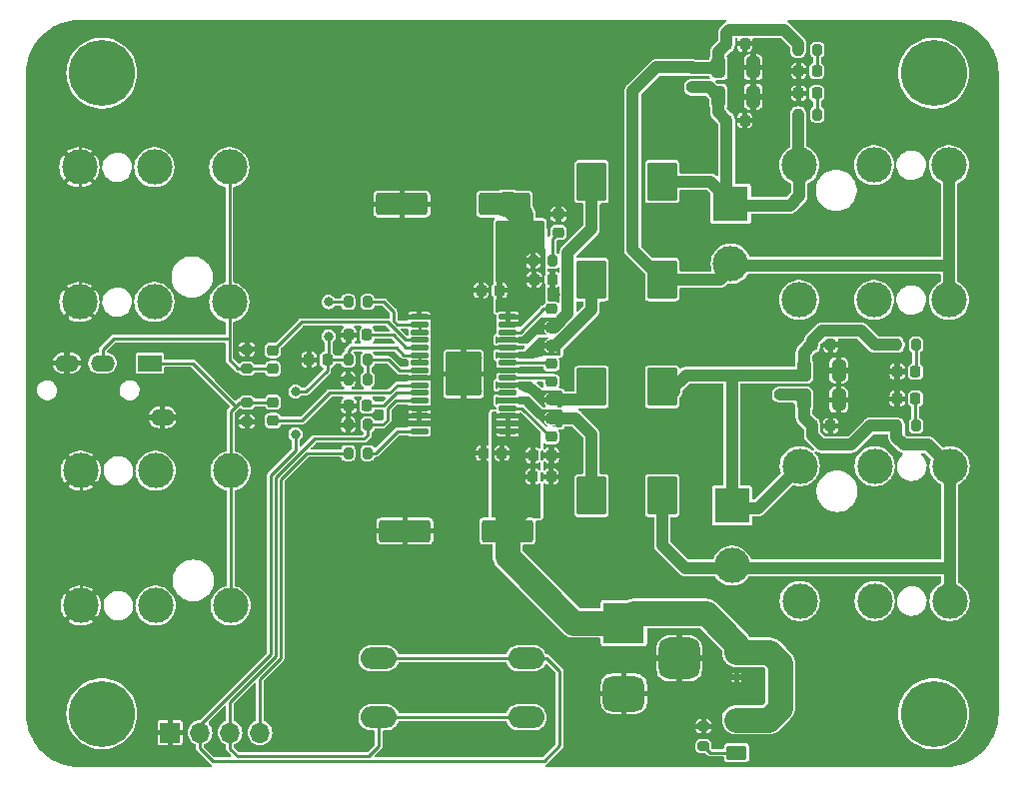
<source format=gbr>
%TF.GenerationSoftware,KiCad,Pcbnew,7.0.7*%
%TF.CreationDate,2024-04-25T11:27:23-04:00*%
%TF.ProjectId,TPA3116_breakout_v1,54504133-3131-4365-9f62-7265616b6f75,rev?*%
%TF.SameCoordinates,Original*%
%TF.FileFunction,Copper,L1,Top*%
%TF.FilePolarity,Positive*%
%FSLAX46Y46*%
G04 Gerber Fmt 4.6, Leading zero omitted, Abs format (unit mm)*
G04 Created by KiCad (PCBNEW 7.0.7) date 2024-04-25 11:27:23*
%MOMM*%
%LPD*%
G01*
G04 APERTURE LIST*
G04 Aperture macros list*
%AMRoundRect*
0 Rectangle with rounded corners*
0 $1 Rounding radius*
0 $2 $3 $4 $5 $6 $7 $8 $9 X,Y pos of 4 corners*
0 Add a 4 corners polygon primitive as box body*
4,1,4,$2,$3,$4,$5,$6,$7,$8,$9,$2,$3,0*
0 Add four circle primitives for the rounded corners*
1,1,$1+$1,$2,$3*
1,1,$1+$1,$4,$5*
1,1,$1+$1,$6,$7*
1,1,$1+$1,$8,$9*
0 Add four rect primitives between the rounded corners*
20,1,$1+$1,$2,$3,$4,$5,0*
20,1,$1+$1,$4,$5,$6,$7,0*
20,1,$1+$1,$6,$7,$8,$9,0*
20,1,$1+$1,$8,$9,$2,$3,0*%
G04 Aperture macros list end*
%TA.AperFunction,ComponentPad*%
%ADD10C,5.600000*%
%TD*%
%TA.AperFunction,SMDPad,CuDef*%
%ADD11RoundRect,0.200000X0.275000X-0.200000X0.275000X0.200000X-0.275000X0.200000X-0.275000X-0.200000X0*%
%TD*%
%TA.AperFunction,SMDPad,CuDef*%
%ADD12RoundRect,0.250000X0.625000X-0.375000X0.625000X0.375000X-0.625000X0.375000X-0.625000X-0.375000X0*%
%TD*%
%TA.AperFunction,SMDPad,CuDef*%
%ADD13RoundRect,0.125000X-1.125000X-1.500000X1.125000X-1.500000X1.125000X1.500000X-1.125000X1.500000X0*%
%TD*%
%TA.AperFunction,SMDPad,CuDef*%
%ADD14RoundRect,0.225000X-0.250000X0.225000X-0.250000X-0.225000X0.250000X-0.225000X0.250000X0.225000X0*%
%TD*%
%TA.AperFunction,SMDPad,CuDef*%
%ADD15RoundRect,0.200000X0.200000X0.275000X-0.200000X0.275000X-0.200000X-0.275000X0.200000X-0.275000X0*%
%TD*%
%TA.AperFunction,SMDPad,CuDef*%
%ADD16RoundRect,0.045000X-0.705000X-0.180000X0.705000X-0.180000X0.705000X0.180000X-0.705000X0.180000X0*%
%TD*%
%TA.AperFunction,SMDPad,CuDef*%
%ADD17RoundRect,0.045000X0.705000X0.180000X-0.705000X0.180000X-0.705000X-0.180000X0.705000X-0.180000X0*%
%TD*%
%TA.AperFunction,SMDPad,CuDef*%
%ADD18RoundRect,0.152000X-1.368000X-1.723000X1.368000X-1.723000X1.368000X1.723000X-1.368000X1.723000X0*%
%TD*%
%TA.AperFunction,SMDPad,CuDef*%
%ADD19RoundRect,0.250000X1.950000X0.700000X-1.950000X0.700000X-1.950000X-0.700000X1.950000X-0.700000X0*%
%TD*%
%TA.AperFunction,SMDPad,CuDef*%
%ADD20RoundRect,0.200000X-0.200000X-0.275000X0.200000X-0.275000X0.200000X0.275000X-0.200000X0.275000X0*%
%TD*%
%TA.AperFunction,SMDPad,CuDef*%
%ADD21RoundRect,0.225000X-0.225000X-0.250000X0.225000X-0.250000X0.225000X0.250000X-0.225000X0.250000X0*%
%TD*%
%TA.AperFunction,ComponentPad*%
%ADD22O,1.700000X1.700000*%
%TD*%
%TA.AperFunction,ComponentPad*%
%ADD23R,1.700000X1.700000*%
%TD*%
%TA.AperFunction,ComponentPad*%
%ADD24C,3.000000*%
%TD*%
%TA.AperFunction,ComponentPad*%
%ADD25R,3.000000X3.000000*%
%TD*%
%TA.AperFunction,SMDPad,CuDef*%
%ADD26RoundRect,0.225000X0.225000X0.250000X-0.225000X0.250000X-0.225000X-0.250000X0.225000X-0.250000X0*%
%TD*%
%TA.AperFunction,SMDPad,CuDef*%
%ADD27RoundRect,0.225000X0.250000X-0.225000X0.250000X0.225000X-0.250000X0.225000X-0.250000X-0.225000X0*%
%TD*%
%TA.AperFunction,SMDPad,CuDef*%
%ADD28RoundRect,0.250000X-0.325000X-0.650000X0.325000X-0.650000X0.325000X0.650000X-0.325000X0.650000X0*%
%TD*%
%TA.AperFunction,SMDPad,CuDef*%
%ADD29RoundRect,0.250000X0.325000X0.650000X-0.325000X0.650000X-0.325000X-0.650000X0.325000X-0.650000X0*%
%TD*%
%TA.AperFunction,ComponentPad*%
%ADD30R,3.500000X3.500000*%
%TD*%
%TA.AperFunction,ComponentPad*%
%ADD31RoundRect,0.750000X1.000000X-0.750000X1.000000X0.750000X-1.000000X0.750000X-1.000000X-0.750000X0*%
%TD*%
%TA.AperFunction,ComponentPad*%
%ADD32RoundRect,0.875000X0.875000X-0.875000X0.875000X0.875000X-0.875000X0.875000X-0.875000X-0.875000X0*%
%TD*%
%TA.AperFunction,SMDPad,CuDef*%
%ADD33RoundRect,0.112500X-0.112500X0.187500X-0.112500X-0.187500X0.112500X-0.187500X0.112500X0.187500X0*%
%TD*%
%TA.AperFunction,SMDPad,CuDef*%
%ADD34RoundRect,0.200000X-0.275000X0.200000X-0.275000X-0.200000X0.275000X-0.200000X0.275000X0.200000X0*%
%TD*%
%TA.AperFunction,ComponentPad*%
%ADD35O,3.048000X1.850000*%
%TD*%
%TA.AperFunction,ComponentPad*%
%ADD36O,2.000000X1.400000*%
%TD*%
%TA.AperFunction,ComponentPad*%
%ADD37R,2.000000X1.400000*%
%TD*%
%TA.AperFunction,ViaPad*%
%ADD38C,0.800000*%
%TD*%
%TA.AperFunction,Conductor*%
%ADD39C,0.250000*%
%TD*%
%TA.AperFunction,Conductor*%
%ADD40C,2.100000*%
%TD*%
%TA.AperFunction,Conductor*%
%ADD41C,1.000000*%
%TD*%
%TA.AperFunction,Conductor*%
%ADD42C,0.200000*%
%TD*%
G04 APERTURE END LIST*
D10*
%TO.P,H4,1*%
%TO.N,N/C*%
X176500000Y-55000000D03*
%TD*%
D11*
%TO.P,R15,1*%
%TO.N,Net-(D2-K)*%
X157000000Y-112025000D03*
%TO.P,R15,2*%
%TO.N,GND*%
X157000000Y-110375000D03*
%TD*%
D12*
%TO.P,D2,1,K*%
%TO.N,Net-(D2-K)*%
X159800000Y-112600000D03*
%TO.P,D2,2,A*%
%TO.N,+24V*%
X159800000Y-109800000D03*
%TD*%
D13*
%TO.P,L3,1*%
%TO.N,OUTPL*%
X147500000Y-81600000D03*
%TO.P,L3,2*%
%TO.N,LEFTPOUT*%
X153500000Y-81600000D03*
%TD*%
D14*
%TO.P,C14,1*%
%TO.N,BSPR*%
X144100000Y-75000000D03*
%TO.P,C14,2*%
%TO.N,OUTPR*%
X144100000Y-76550000D03*
%TD*%
D13*
%TO.P,L1,1*%
%TO.N,OUTPR*%
X147500000Y-64200000D03*
%TO.P,L1,2*%
%TO.N,RIGHTPOUT*%
X153500000Y-64200000D03*
%TD*%
D15*
%TO.P,R8,1*%
%TO.N,Net-(U1-SYNC)*%
X128525000Y-87200000D03*
%TO.P,R8,2*%
%TO.N,SYNC*%
X126875000Y-87200000D03*
%TD*%
%TO.P,R7,1*%
%TO.N,MUTE*%
X128525000Y-84800000D03*
%TO.P,R7,2*%
%TO.N,GND*%
X126875000Y-84800000D03*
%TD*%
D13*
%TO.P,L4,1*%
%TO.N,OUTNL*%
X147500000Y-90800000D03*
%TO.P,L4,2*%
%TO.N,LEFTNOUT*%
X153500000Y-90800000D03*
%TD*%
D16*
%TO.P,U1,1,MODSEL*%
%TO.N,GND*%
X132905000Y-75650000D03*
%TO.P,U1,2,SDZ*%
%TO.N,Net-(U1-FALUTZ)*%
X132905000Y-76300000D03*
%TO.P,U1,3,FALUTZ*%
X132905000Y-76950000D03*
%TO.P,U1,4,RINP*%
%TO.N,Net-(U1-RINP)*%
X132905000Y-77600000D03*
%TO.P,U1,5,RINN*%
%TO.N,Net-(U1-RINN)*%
X132905000Y-78250000D03*
%TO.P,U1,6,PLIMIT*%
%TO.N,GVCC*%
X132905000Y-78900000D03*
%TO.P,U1,7,GVDD*%
X132905000Y-79550000D03*
%TO.P,U1,8,GAIN/SLV*%
%TO.N,Net-(U1-GAIN{slash}SLV)*%
X132905000Y-80200000D03*
D17*
%TO.P,U1,9,GND*%
%TO.N,GND*%
X132905000Y-80800000D03*
%TO.P,U1,10,LINP*%
%TO.N,Net-(U1-LINP)*%
X132905000Y-81450000D03*
%TO.P,U1,11,LINN*%
%TO.N,Net-(U1-LINN)*%
X132905000Y-82100000D03*
%TO.P,U1,12,MUTE*%
%TO.N,MUTE*%
X132905000Y-82750000D03*
%TO.P,U1,13,AM2*%
%TO.N,GND*%
X132905000Y-83400000D03*
%TO.P,U1,14,AM1*%
X132905000Y-84050000D03*
%TO.P,U1,15,AM0*%
X132905000Y-84700000D03*
%TO.P,U1,16,SYNC*%
%TO.N,Net-(U1-SYNC)*%
X132905000Y-85350000D03*
D16*
%TO.P,U1,17,AVCC*%
%TO.N,+24V*%
X140405000Y-85350000D03*
D17*
%TO.P,U1,18,PVCC*%
X140405000Y-84700000D03*
%TO.P,U1,19,PVCC*%
X140405000Y-84050000D03*
%TO.P,U1,20,BSNL*%
%TO.N,BSNL*%
X140405000Y-83400000D03*
%TO.P,U1,21,OUTNL*%
%TO.N,OUTNL*%
X140405000Y-82750000D03*
%TO.P,U1,22,GND*%
%TO.N,GND*%
X140405000Y-82100000D03*
%TO.P,U1,23,OUTPL*%
%TO.N,OUTPL*%
X140405000Y-81450000D03*
%TO.P,U1,24,BSPL*%
%TO.N,BSPL*%
X140405000Y-80800000D03*
D16*
%TO.P,U1,25,GND*%
%TO.N,GND*%
X140405000Y-80200000D03*
%TO.P,U1,26,BSNR*%
%TO.N,BSNR*%
X140405000Y-79550000D03*
%TO.P,U1,27,OUTNR*%
%TO.N,OUTNR*%
X140405000Y-78900000D03*
%TO.P,U1,28,GND*%
%TO.N,GND*%
X140405000Y-78250000D03*
%TO.P,U1,29,OUTPR*%
%TO.N,OUTPR*%
X140405000Y-77600000D03*
%TO.P,U1,30,BSPR*%
%TO.N,BSPR*%
X140405000Y-76950000D03*
%TO.P,U1,31,PVCC*%
%TO.N,+24V*%
X140405000Y-76300000D03*
%TO.P,U1,32,PVCC*%
X140405000Y-75650000D03*
D18*
%TO.P,U1,33,PAD*%
%TO.N,GND*%
X136655000Y-80500000D03*
%TD*%
D19*
%TO.P,C1,1*%
%TO.N,+24V*%
X140125000Y-66100000D03*
%TO.P,C1,2*%
%TO.N,GND*%
X131425000Y-66100000D03*
%TD*%
D20*
%TO.P,R13,1*%
%TO.N,LEFTPOUT*%
X173350000Y-78000000D03*
%TO.P,R13,2*%
%TO.N,Net-(C28-Pad1)*%
X175000000Y-78000000D03*
%TD*%
D21*
%TO.P,C27,1*%
%TO.N,GND*%
X165050000Y-54800000D03*
%TO.P,C27,2*%
%TO.N,Net-(C27-Pad2)*%
X166600000Y-54800000D03*
%TD*%
D10*
%TO.P,H1,1*%
%TO.N,N/C*%
X106000000Y-109300000D03*
%TD*%
D22*
%TO.P,J9,4,Pin_4*%
%TO.N,SYNC*%
X119400000Y-110900000D03*
%TO.P,J9,3,Pin_3*%
%TO.N,MUTE*%
X116860000Y-110900000D03*
%TO.P,J9,2,Pin_2*%
%TO.N,GVCC*%
X114320000Y-110900000D03*
D23*
%TO.P,J9,1,Pin_1*%
%TO.N,GND*%
X111780000Y-110900000D03*
%TD*%
D24*
%TO.P,J2,R*%
%TO.N,unconnected-(J2-PadR)*%
X110450000Y-74400000D03*
%TO.P,J2,RN*%
%TO.N,unconnected-(J2-PadRN)*%
X110450000Y-62970000D03*
%TO.P,J2,S*%
%TO.N,GND*%
X104100000Y-74400000D03*
%TO.P,J2,SN*%
X104100000Y-62970000D03*
%TO.P,J2,T*%
%TO.N,Net-(C9-Pad1)*%
X116800000Y-74400000D03*
%TO.P,J2,TN*%
X116800000Y-62970000D03*
%TD*%
D20*
%TO.P,R4,1*%
%TO.N,GVCC*%
X126875000Y-79300000D03*
%TO.P,R4,2*%
%TO.N,Net-(U1-GAIN{slash}SLV)*%
X128525000Y-79300000D03*
%TD*%
D25*
%TO.P,J8,1,Pin_1*%
%TO.N,LEFTPOUT*%
X159400000Y-91660000D03*
D24*
%TO.P,J8,2,Pin_2*%
%TO.N,LEFTNOUT*%
X159400000Y-96740000D03*
%TD*%
D26*
%TO.P,C5,1*%
%TO.N,+24V*%
X139900000Y-87200000D03*
%TO.P,C5,2*%
%TO.N,GND*%
X138350000Y-87200000D03*
%TD*%
D25*
%TO.P,J7,1,Pin_1*%
%TO.N,RIGHTPOUT*%
X159300000Y-66060000D03*
D24*
%TO.P,J7,2,Pin_2*%
%TO.N,RIGHTNOUT*%
X159300000Y-71140000D03*
%TD*%
D27*
%TO.P,C8,1*%
%TO.N,Net-(C8-Pad1)*%
X144700000Y-68500000D03*
%TO.P,C8,2*%
%TO.N,GND*%
X144700000Y-66950000D03*
%TD*%
%TO.P,C9,1*%
%TO.N,Net-(C9-Pad1)*%
X120500000Y-80050000D03*
%TO.P,C9,2*%
%TO.N,Net-(U1-RINP)*%
X120500000Y-78500000D03*
%TD*%
D28*
%TO.P,C18,1*%
%TO.N,RIGHTPOUT*%
X158250000Y-57000000D03*
%TO.P,C18,2*%
%TO.N,GND*%
X161200000Y-57000000D03*
%TD*%
D11*
%TO.P,R10,1*%
%TO.N,RIGHTPOUT*%
X156050000Y-56200000D03*
%TO.P,R10,2*%
%TO.N,RIGHTNOUT*%
X156050000Y-54550000D03*
%TD*%
D26*
%TO.P,C4,1*%
%TO.N,+24V*%
X139700000Y-73400000D03*
%TO.P,C4,2*%
%TO.N,GND*%
X138150000Y-73400000D03*
%TD*%
D14*
%TO.P,C16,1*%
%TO.N,BSPL*%
X144100000Y-81150000D03*
%TO.P,C16,2*%
%TO.N,OUTPL*%
X144100000Y-82700000D03*
%TD*%
D28*
%TO.P,C20,1*%
%TO.N,LEFTPOUT*%
X165500000Y-80200000D03*
%TO.P,C20,2*%
%TO.N,GND*%
X168450000Y-80200000D03*
%TD*%
D15*
%TO.P,R12,1*%
%TO.N,Net-(C27-Pad2)*%
X166650000Y-53000000D03*
%TO.P,R12,2*%
%TO.N,RIGHTNOUT*%
X165000000Y-53000000D03*
%TD*%
D10*
%TO.P,H2,1*%
%TO.N,N/C*%
X176500000Y-109300000D03*
%TD*%
D26*
%TO.P,C11,1*%
%TO.N,Net-(U1-RINN)*%
X128475000Y-77200000D03*
%TO.P,C11,2*%
%TO.N,GND*%
X126925000Y-77200000D03*
%TD*%
D11*
%TO.P,R2,1*%
%TO.N,Net-(C9-Pad1)*%
X118300000Y-80050000D03*
%TO.P,R2,2*%
%TO.N,GND*%
X118300000Y-78400000D03*
%TD*%
D20*
%TO.P,R6,1*%
%TO.N,GVCC*%
X126875000Y-74400000D03*
%TO.P,R6,2*%
%TO.N,Net-(U1-FALUTZ)*%
X128525000Y-74400000D03*
%TD*%
D21*
%TO.P,C7,1*%
%TO.N,+24V*%
X142525000Y-89200000D03*
%TO.P,C7,2*%
%TO.N,GND*%
X144075000Y-89200000D03*
%TD*%
D26*
%TO.P,C13,1*%
%TO.N,GVCC*%
X125100000Y-79300000D03*
%TO.P,C13,2*%
%TO.N,GND*%
X123550000Y-79300000D03*
%TD*%
D21*
%TO.P,C29,1*%
%TO.N,GND*%
X173400000Y-82600000D03*
%TO.P,C29,2*%
%TO.N,Net-(C29-Pad2)*%
X174950000Y-82600000D03*
%TD*%
D24*
%TO.P,J6,R*%
%TO.N,unconnected-(J6-PadR)*%
X171500000Y-88315000D03*
%TO.P,J6,RN*%
%TO.N,unconnected-(J6-PadRN)*%
X171500000Y-99745000D03*
%TO.P,J6,S*%
%TO.N,LEFTNOUT*%
X177850000Y-88315000D03*
%TO.P,J6,SN*%
X177850000Y-99745000D03*
%TO.P,J6,T*%
%TO.N,LEFTPOUT*%
X165150000Y-88315000D03*
%TO.P,J6,TN*%
%TO.N,unconnected-(J6-PadTN)*%
X165150000Y-99745000D03*
%TD*%
D27*
%TO.P,C17,1*%
%TO.N,BSNL*%
X144100000Y-85800000D03*
%TO.P,C17,2*%
%TO.N,OUTNL*%
X144100000Y-84250000D03*
%TD*%
D26*
%TO.P,C23,1*%
%TO.N,GND*%
X160500000Y-52500000D03*
%TO.P,C23,2*%
%TO.N,RIGHTNOUT*%
X158950000Y-52500000D03*
%TD*%
D29*
%TO.P,C21,1*%
%TO.N,GND*%
X168450000Y-82700000D03*
%TO.P,C21,2*%
%TO.N,LEFTNOUT*%
X165500000Y-82700000D03*
%TD*%
D21*
%TO.P,C22,1*%
%TO.N,RIGHTPOUT*%
X158950000Y-59000000D03*
%TO.P,C22,2*%
%TO.N,GND*%
X160500000Y-59000000D03*
%TD*%
D15*
%TO.P,R5,1*%
%TO.N,Net-(U1-GAIN{slash}SLV)*%
X128525000Y-80940000D03*
%TO.P,R5,2*%
%TO.N,GND*%
X126875000Y-80940000D03*
%TD*%
D26*
%TO.P,C28,1*%
%TO.N,Net-(C28-Pad1)*%
X174950000Y-80300000D03*
%TO.P,C28,2*%
%TO.N,GND*%
X173400000Y-80300000D03*
%TD*%
%TO.P,C12,1*%
%TO.N,Net-(U1-LINN)*%
X128475000Y-83200000D03*
%TO.P,C12,2*%
%TO.N,GND*%
X126925000Y-83200000D03*
%TD*%
D30*
%TO.P,J4,1*%
%TO.N,+24V*%
X150240000Y-101600000D03*
D31*
%TO.P,J4,2*%
%TO.N,GND*%
X150240000Y-107600000D03*
D32*
%TO.P,J4,3*%
X154940000Y-104600000D03*
%TD*%
D14*
%TO.P,C10,1*%
%TO.N,Net-(C10-Pad1)*%
X120500000Y-82900000D03*
%TO.P,C10,2*%
%TO.N,Net-(U1-LINP)*%
X120500000Y-84450000D03*
%TD*%
D33*
%TO.P,D1,1,A1*%
%TO.N,+24V*%
X159800000Y-104100000D03*
%TO.P,D1,2,A2*%
%TO.N,GND*%
X159800000Y-106200000D03*
%TD*%
D19*
%TO.P,C2,1*%
%TO.N,+24V*%
X140375000Y-93800000D03*
%TO.P,C2,2*%
%TO.N,GND*%
X131675000Y-93800000D03*
%TD*%
D34*
%TO.P,R3,1*%
%TO.N,Net-(C10-Pad1)*%
X118300000Y-82900000D03*
%TO.P,R3,2*%
%TO.N,GND*%
X118300000Y-84550000D03*
%TD*%
D20*
%TO.P,R11,1*%
%TO.N,RIGHTPOUT*%
X165000000Y-58500000D03*
%TO.P,R11,2*%
%TO.N,Net-(C26-Pad1)*%
X166650000Y-58500000D03*
%TD*%
D13*
%TO.P,L2,1*%
%TO.N,OUTNR*%
X147500000Y-72500000D03*
%TO.P,L2,2*%
%TO.N,RIGHTNOUT*%
X153500000Y-72500000D03*
%TD*%
D10*
%TO.P,H3,1*%
%TO.N,N/C*%
X106000000Y-55000000D03*
%TD*%
D26*
%TO.P,C25,1*%
%TO.N,GND*%
X167750000Y-84900000D03*
%TO.P,C25,2*%
%TO.N,LEFTNOUT*%
X166200000Y-84900000D03*
%TD*%
D34*
%TO.P,R9,1*%
%TO.N,LEFTPOUT*%
X163500000Y-80600000D03*
%TO.P,R9,2*%
%TO.N,LEFTNOUT*%
X163500000Y-82250000D03*
%TD*%
D26*
%TO.P,C26,1*%
%TO.N,Net-(C26-Pad1)*%
X166600000Y-56700000D03*
%TO.P,C26,2*%
%TO.N,GND*%
X165050000Y-56700000D03*
%TD*%
D21*
%TO.P,C6,1*%
%TO.N,+24V*%
X142550000Y-87400000D03*
%TO.P,C6,2*%
%TO.N,GND*%
X144100000Y-87400000D03*
%TD*%
D15*
%TO.P,R14,1*%
%TO.N,Net-(C29-Pad2)*%
X175000000Y-84900000D03*
%TO.P,R14,2*%
%TO.N,LEFTNOUT*%
X173350000Y-84900000D03*
%TD*%
D24*
%TO.P,J3,R*%
%TO.N,unconnected-(J3-PadR)*%
X110550000Y-100130000D03*
%TO.P,J3,RN*%
%TO.N,unconnected-(J3-PadRN)*%
X110550000Y-88700000D03*
%TO.P,J3,S*%
%TO.N,GND*%
X104200000Y-100130000D03*
%TO.P,J3,SN*%
X104200000Y-88700000D03*
%TO.P,J3,T*%
%TO.N,Net-(C10-Pad1)*%
X116900000Y-100130000D03*
%TO.P,J3,TN*%
X116900000Y-88700000D03*
%TD*%
D21*
%TO.P,C24,1*%
%TO.N,LEFTPOUT*%
X166200000Y-78000000D03*
%TO.P,C24,2*%
%TO.N,GND*%
X167750000Y-78000000D03*
%TD*%
D20*
%TO.P,R1,1*%
%TO.N,+24V*%
X142550000Y-70900000D03*
%TO.P,R1,2*%
%TO.N,Net-(C8-Pad1)*%
X144200000Y-70900000D03*
%TD*%
D21*
%TO.P,C3,1*%
%TO.N,+24V*%
X142650000Y-72500000D03*
%TO.P,C3,2*%
%TO.N,GND*%
X144200000Y-72500000D03*
%TD*%
D35*
%TO.P,SW1,2,2*%
%TO.N,MUTE*%
X141960000Y-109600000D03*
X129460000Y-109600000D03*
%TO.P,SW1,1,1*%
%TO.N,GVCC*%
X141960000Y-104600000D03*
X129460000Y-104600000D03*
%TD*%
D27*
%TO.P,C15,2*%
%TO.N,OUTNR*%
X144100000Y-78100000D03*
%TO.P,C15,1*%
%TO.N,BSNR*%
X144100000Y-79650000D03*
%TD*%
D24*
%TO.P,J5,R*%
%TO.N,unconnected-(J5-PadR)*%
X171450000Y-62795000D03*
%TO.P,J5,RN*%
%TO.N,unconnected-(J5-PadRN)*%
X171450000Y-74225000D03*
%TO.P,J5,S*%
%TO.N,RIGHTNOUT*%
X177800000Y-62795000D03*
%TO.P,J5,SN*%
X177800000Y-74225000D03*
%TO.P,J5,T*%
%TO.N,RIGHTPOUT*%
X165100000Y-62795000D03*
%TO.P,J5,TN*%
%TO.N,unconnected-(J5-PadTN)*%
X165100000Y-74225000D03*
%TD*%
D36*
%TO.P,J1,G*%
%TO.N,GND*%
X111150000Y-84182500D03*
%TO.P,J1,R*%
%TO.N,Net-(C9-Pad1)*%
X106050000Y-79582500D03*
%TO.P,J1,S*%
%TO.N,GND*%
X103050000Y-79582500D03*
D37*
%TO.P,J1,T*%
%TO.N,Net-(C10-Pad1)*%
X110050000Y-79582500D03*
%TD*%
D29*
%TO.P,C19,1*%
%TO.N,GND*%
X161200000Y-54500000D03*
%TO.P,C19,2*%
%TO.N,RIGHTNOUT*%
X158250000Y-54500000D03*
%TD*%
D38*
%TO.N,GND*%
X117800000Y-103600000D03*
X114500000Y-106000000D03*
X115700000Y-112300000D03*
X118300000Y-108900000D03*
X136700000Y-73400000D03*
%TO.N,GVCC*%
X125200000Y-77300000D03*
X125200000Y-74400000D03*
%TO.N,GND*%
X144700000Y-65600000D03*
X145300000Y-89200000D03*
X145300000Y-87400000D03*
%TO.N,GVCC*%
X122400000Y-85600000D03*
X122400000Y-82000000D03*
%TO.N,GND*%
X144400000Y-73800000D03*
X134900000Y-85500000D03*
X134900000Y-84300000D03*
X134900000Y-83000000D03*
X138200000Y-83000000D03*
X138200000Y-84300000D03*
X138200000Y-85500000D03*
X136700000Y-85500000D03*
X136700000Y-84300000D03*
X136700000Y-83000000D03*
X136700000Y-78000000D03*
X136700000Y-76800000D03*
X136700000Y-75600000D03*
X138200000Y-75600000D03*
X138200000Y-76800000D03*
X138200000Y-78000000D03*
X135000000Y-75600000D03*
X135000000Y-76800000D03*
X135000000Y-78000000D03*
X136700000Y-79100000D03*
X137700000Y-79100000D03*
X137700000Y-80500000D03*
X137700000Y-81900000D03*
X136700000Y-81900000D03*
X135600000Y-81900000D03*
X135600000Y-80500000D03*
X135600000Y-79100000D03*
X169500000Y-78000000D03*
%TO.N,+24V*%
X143000000Y-68300000D03*
X139900000Y-70700000D03*
X142700000Y-92000000D03*
X141200000Y-92000000D03*
X141500000Y-68300000D03*
X143000000Y-69500000D03*
X139600000Y-92000000D03*
X139600000Y-90900000D03*
X139900000Y-69500000D03*
X141500000Y-70700000D03*
X141200000Y-90900000D03*
X142700000Y-90900000D03*
X139900000Y-68300000D03*
X141200000Y-89800000D03*
X141500000Y-69500000D03*
X139600000Y-89800000D03*
%TO.N,GND*%
X118300000Y-85600000D03*
X122300000Y-79300000D03*
X118300000Y-77200000D03*
%TD*%
D39*
%TO.N,BSNL*%
X144000000Y-85800000D02*
X144100000Y-85800000D01*
X141600000Y-83400000D02*
X144000000Y-85800000D01*
X140405000Y-83400000D02*
X141600000Y-83400000D01*
D40*
%TO.N,+24V*%
X159800000Y-103400000D02*
X159800000Y-104100000D01*
X157200000Y-100800000D02*
X159800000Y-103400000D01*
X151040000Y-100800000D02*
X157200000Y-100800000D01*
X150240000Y-101600000D02*
X151040000Y-100800000D01*
D39*
%TO.N,SYNC*%
X121140000Y-89425686D02*
X123365686Y-87200000D01*
X123365686Y-87200000D02*
X126875000Y-87200000D01*
X119400000Y-106331372D02*
X121140000Y-104591372D01*
X121140000Y-104591372D02*
X121140000Y-89425686D01*
X119400000Y-110900000D02*
X119400000Y-106331372D01*
%TO.N,GVCC*%
X120340000Y-104260000D02*
X120340000Y-89060000D01*
X120340000Y-89060000D02*
X122400000Y-87000000D01*
X114320000Y-110280000D02*
X120340000Y-104260000D01*
X114320000Y-110900000D02*
X114320000Y-110280000D01*
X122400000Y-87000000D02*
X122400000Y-85600000D01*
%TO.N,MUTE*%
X116860000Y-108305686D02*
X116860000Y-110900000D01*
X120740000Y-104425686D02*
X116860000Y-108305686D01*
X124000000Y-86000000D02*
X120740000Y-89260000D01*
X120740000Y-89260000D02*
X120740000Y-104425686D01*
X128200000Y-86000000D02*
X124000000Y-86000000D01*
X128525000Y-85675000D02*
X128200000Y-86000000D01*
X128525000Y-84800000D02*
X128525000Y-85675000D01*
X129460000Y-112040000D02*
X128600000Y-112900000D01*
X128600000Y-112900000D02*
X117500000Y-112900000D01*
X129460000Y-109600000D02*
X129460000Y-112040000D01*
X117500000Y-112900000D02*
X116860000Y-112260000D01*
X116860000Y-112260000D02*
X116860000Y-110900000D01*
%TO.N,GVCC*%
X143500000Y-113300000D02*
X144800000Y-112000000D01*
X144800000Y-105700000D02*
X143700000Y-104600000D01*
X115400000Y-113300000D02*
X143500000Y-113300000D01*
X114300000Y-112200000D02*
X115400000Y-113300000D01*
X144800000Y-112000000D02*
X144800000Y-105700000D01*
X143700000Y-104600000D02*
X141960000Y-104600000D01*
X114320000Y-110900000D02*
X114320000Y-112180000D01*
X114320000Y-112180000D02*
X114300000Y-112200000D01*
%TO.N,GND*%
X131425000Y-60125000D02*
X131425000Y-66100000D01*
X130000000Y-58700000D02*
X131425000Y-60125000D01*
X104100000Y-60600000D02*
X106000000Y-58700000D01*
X104100000Y-62970000D02*
X104100000Y-60600000D01*
X106000000Y-58700000D02*
X130000000Y-58700000D01*
%TO.N,Net-(C29-Pad2)*%
X174950000Y-84850000D02*
X175000000Y-84900000D01*
X174950000Y-82600000D02*
X174950000Y-84850000D01*
%TO.N,Net-(C28-Pad1)*%
X175000000Y-80250000D02*
X174950000Y-80300000D01*
X175000000Y-78000000D02*
X175000000Y-80250000D01*
%TO.N,Net-(C26-Pad1)*%
X166600000Y-58450000D02*
X166650000Y-58500000D01*
X166600000Y-56700000D02*
X166600000Y-58450000D01*
%TO.N,Net-(C27-Pad2)*%
X166650000Y-54750000D02*
X166600000Y-54800000D01*
X166650000Y-53000000D02*
X166650000Y-54750000D01*
%TO.N,GVCC*%
X125200000Y-79200000D02*
X125100000Y-79300000D01*
X125200000Y-77300000D02*
X125200000Y-79200000D01*
X126875000Y-74400000D02*
X125200000Y-74400000D01*
%TO.N,GND*%
X144700000Y-66950000D02*
X144700000Y-65600000D01*
X144075000Y-89200000D02*
X145300000Y-89200000D01*
X144100000Y-87400000D02*
X145300000Y-87400000D01*
%TO.N,Net-(D2-K)*%
X157575000Y-112600000D02*
X159800000Y-112600000D01*
X157000000Y-112025000D02*
X157575000Y-112600000D01*
D40*
%TO.N,+24V*%
X163500000Y-108800000D02*
X163500000Y-105000000D01*
X163500000Y-105000000D02*
X162600000Y-104100000D01*
X162600000Y-104100000D02*
X159800000Y-104100000D01*
X162500000Y-109800000D02*
X163500000Y-108800000D01*
X159800000Y-109800000D02*
X162500000Y-109800000D01*
D39*
%TO.N,GVCC*%
X125100000Y-80200000D02*
X125100000Y-79300000D01*
X123300000Y-82000000D02*
X125100000Y-80200000D01*
X122400000Y-82000000D02*
X123300000Y-82000000D01*
%TO.N,Net-(U1-SYNC)*%
X131050000Y-85350000D02*
X131300000Y-85350000D01*
X131300000Y-85350000D02*
X132905000Y-85350000D01*
X128525000Y-87200000D02*
X129200000Y-87200000D01*
X129200000Y-87200000D02*
X131050000Y-85350000D01*
%TO.N,MUTE*%
X129460000Y-109600000D02*
X141960000Y-109600000D01*
%TO.N,GVCC*%
X129460000Y-104600000D02*
X141960000Y-104600000D01*
%TO.N,MUTE*%
X130200000Y-84400000D02*
X129800000Y-84800000D01*
X129800000Y-84800000D02*
X128525000Y-84800000D01*
X130881372Y-82750000D02*
X130200000Y-83431372D01*
X132905000Y-82750000D02*
X130881372Y-82750000D01*
X130200000Y-83431372D02*
X130200000Y-84400000D01*
%TO.N,Net-(U1-LINN)*%
X129865686Y-83200000D02*
X130965686Y-82100000D01*
X128475000Y-83200000D02*
X129865686Y-83200000D01*
X130965686Y-82100000D02*
X132905000Y-82100000D01*
%TO.N,Net-(U1-LINP)*%
X125300000Y-82100000D02*
X122950000Y-84450000D01*
X130400000Y-82100000D02*
X125300000Y-82100000D01*
X122950000Y-84450000D02*
X120500000Y-84450000D01*
X132905000Y-81450000D02*
X131050000Y-81450000D01*
X131050000Y-81450000D02*
X130400000Y-82100000D01*
%TO.N,GND*%
X135300000Y-80800000D02*
X135600000Y-80500000D01*
%TO.N,Net-(U1-GAIN{slash}SLV)*%
X131200000Y-80200000D02*
X130300000Y-79300000D01*
X130300000Y-79300000D02*
X128525000Y-79300000D01*
X132905000Y-80200000D02*
X131200000Y-80200000D01*
%TO.N,GVCC*%
X131600000Y-78900000D02*
X132905000Y-78900000D01*
X130950000Y-78250000D02*
X131600000Y-78900000D01*
X127175000Y-78250000D02*
X130950000Y-78250000D01*
X126875000Y-78550000D02*
X127175000Y-78250000D01*
X126875000Y-79300000D02*
X126875000Y-78550000D01*
X132905000Y-78900000D02*
X132905000Y-79550000D01*
%TO.N,Net-(U1-RINN)*%
X130700000Y-77200000D02*
X128475000Y-77200000D01*
X131750000Y-78250000D02*
X130700000Y-77200000D01*
X132905000Y-78250000D02*
X131750000Y-78250000D01*
%TO.N,Net-(U1-RINP)*%
X130200000Y-76100000D02*
X122900000Y-76100000D01*
X131700000Y-77600000D02*
X130200000Y-76100000D01*
X132905000Y-77600000D02*
X131700000Y-77600000D01*
X120500000Y-78500000D02*
X122900000Y-76100000D01*
%TO.N,Net-(U1-FALUTZ)*%
X131000000Y-76300000D02*
X132905000Y-76300000D01*
X130700000Y-75200000D02*
X130700000Y-76000000D01*
X129900000Y-74400000D02*
X130700000Y-75200000D01*
X130700000Y-76000000D02*
X131000000Y-76300000D01*
X128525000Y-74400000D02*
X129900000Y-74400000D01*
X132905000Y-76300000D02*
X132905000Y-76950000D01*
D41*
%TO.N,LEFTPOUT*%
X159400000Y-91660000D02*
X159400000Y-80600000D01*
X159400000Y-80600000D02*
X155500000Y-80600000D01*
X163500000Y-80600000D02*
X159400000Y-80600000D01*
%TO.N,LEFTNOUT*%
X177790000Y-96940000D02*
X177850000Y-97000000D01*
X153500000Y-95000000D02*
X155440000Y-96940000D01*
X153500000Y-90800000D02*
X153500000Y-95000000D01*
X155440000Y-96940000D02*
X177790000Y-96940000D01*
%TO.N,OUTPL*%
X146400000Y-82700000D02*
X147500000Y-81600000D01*
X144100000Y-82700000D02*
X146400000Y-82700000D01*
%TO.N,OUTNL*%
X147500000Y-85600000D02*
X147500000Y-90800000D01*
X146150000Y-84250000D02*
X147500000Y-85600000D01*
X144100000Y-84250000D02*
X146150000Y-84250000D01*
D39*
%TO.N,Net-(C8-Pad1)*%
X144200000Y-69000000D02*
X144700000Y-68500000D01*
X144200000Y-70900000D02*
X144200000Y-69000000D01*
D41*
%TO.N,OUTNR*%
X144480204Y-78100000D02*
X147500000Y-75080204D01*
X147500000Y-75080204D02*
X147500000Y-72500000D01*
X144100000Y-78100000D02*
X144480204Y-78100000D01*
%TO.N,OUTPR*%
X147500000Y-68200000D02*
X147500000Y-64200000D01*
X145500000Y-75383148D02*
X145500000Y-70200000D01*
X144333148Y-76550000D02*
X145500000Y-75383148D01*
X145500000Y-70200000D02*
X147500000Y-68200000D01*
X144100000Y-76550000D02*
X144333148Y-76550000D01*
D39*
%TO.N,GND*%
X144200000Y-73500000D02*
X144500000Y-73800000D01*
X144200000Y-72500000D02*
X144200000Y-73500000D01*
X137700000Y-79455000D02*
X136655000Y-80500000D01*
X137700000Y-79100000D02*
X137700000Y-79455000D01*
X138055000Y-79100000D02*
X137700000Y-79100000D01*
X137400000Y-80200000D02*
X136955000Y-80200000D01*
X137700000Y-80500000D02*
X137400000Y-80200000D01*
X138000000Y-80200000D02*
X137700000Y-80500000D01*
X137700000Y-81545000D02*
X136655000Y-80500000D01*
X137700000Y-81900000D02*
X137700000Y-81545000D01*
X138055000Y-81900000D02*
X137700000Y-81900000D01*
%TO.N,BSPR*%
X143400000Y-75000000D02*
X144100000Y-75000000D01*
X140405000Y-76950000D02*
X141450000Y-76950000D01*
X141450000Y-76950000D02*
X143400000Y-75000000D01*
%TO.N,BSNR*%
X144000000Y-79550000D02*
X144100000Y-79650000D01*
X140405000Y-79550000D02*
X144000000Y-79550000D01*
%TO.N,BSPL*%
X140405000Y-80800000D02*
X143750000Y-80800000D01*
X143750000Y-80800000D02*
X144100000Y-81150000D01*
%TO.N,GND*%
X136955000Y-80200000D02*
X136655000Y-80500000D01*
D41*
%TO.N,LEFTPOUT*%
X166200000Y-77675000D02*
X166200000Y-78000000D01*
X167050000Y-76825000D02*
X166200000Y-77675000D01*
X171500000Y-78000000D02*
X170325000Y-76825000D01*
X173350000Y-78000000D02*
X171500000Y-78000000D01*
X170325000Y-76825000D02*
X167050000Y-76825000D01*
D39*
%TO.N,GND*%
X167750000Y-78000000D02*
X169500000Y-78000000D01*
D41*
%TO.N,LEFTPOUT*%
X161605000Y-91860000D02*
X165150000Y-88315000D01*
X159100000Y-91860000D02*
X161605000Y-91860000D01*
X155500000Y-80600000D02*
X154300000Y-81800000D01*
%TO.N,LEFTNOUT*%
X163500000Y-82250000D02*
X165050000Y-82250000D01*
%TO.N,LEFTPOUT*%
X165100000Y-80600000D02*
X165500000Y-80200000D01*
X163500000Y-80600000D02*
X165100000Y-80600000D01*
%TO.N,LEFTNOUT*%
X165500000Y-84200000D02*
X166200000Y-84900000D01*
X165500000Y-82700000D02*
X165500000Y-84200000D01*
X173350000Y-85850000D02*
X173350000Y-84900000D01*
X174000000Y-86500000D02*
X173350000Y-85850000D01*
X176035000Y-86500000D02*
X174000000Y-86500000D01*
X177850000Y-88315000D02*
X176035000Y-86500000D01*
X167000000Y-86500000D02*
X169500000Y-86500000D01*
X166200000Y-85700000D02*
X167000000Y-86500000D01*
X166200000Y-84900000D02*
X166200000Y-85700000D01*
X169500000Y-86500000D02*
X171100000Y-84900000D01*
X171100000Y-84900000D02*
X173350000Y-84900000D01*
X165050000Y-82250000D02*
X165500000Y-82700000D01*
%TO.N,LEFTPOUT*%
X154500000Y-82000000D02*
X154300000Y-81800000D01*
X159100000Y-91860000D02*
X159100000Y-90600000D01*
X165500000Y-78650000D02*
X165500000Y-80200000D01*
X166150000Y-78000000D02*
X165500000Y-78650000D01*
X154300000Y-81800000D02*
X154300000Y-81700000D01*
%TO.N,RIGHTPOUT*%
X165000000Y-62695000D02*
X165100000Y-62795000D01*
X165000000Y-58500000D02*
X165000000Y-62695000D01*
%TO.N,RIGHTNOUT*%
X158250000Y-54500000D02*
X158250000Y-53200000D01*
X158250000Y-53200000D02*
X158950000Y-52500000D01*
X163825000Y-51325000D02*
X159175000Y-51325000D01*
X165000000Y-52500000D02*
X163825000Y-51325000D01*
X159175000Y-51325000D02*
X158950000Y-51550000D01*
X158950000Y-51550000D02*
X158950000Y-52500000D01*
X165000000Y-53000000D02*
X165000000Y-52500000D01*
X153000000Y-54500000D02*
X156000000Y-54500000D01*
X151000000Y-56500000D02*
X153000000Y-54500000D01*
X156000000Y-54500000D02*
X156050000Y-54550000D01*
X151000000Y-70000000D02*
X151000000Y-56500000D01*
X153500000Y-72500000D02*
X151000000Y-70000000D01*
%TO.N,RIGHTPOUT*%
X158950000Y-65550000D02*
X159600000Y-66200000D01*
X158950000Y-59000000D02*
X158950000Y-65550000D01*
X157450000Y-56200000D02*
X158250000Y-57000000D01*
X156050000Y-56200000D02*
X157450000Y-56200000D01*
X158250000Y-57000000D02*
X158250000Y-58300000D01*
X158250000Y-58300000D02*
X158950000Y-59000000D01*
%TO.N,RIGHTNOUT*%
X157700000Y-54550000D02*
X158250000Y-54000000D01*
X156050000Y-54550000D02*
X157700000Y-54550000D01*
%TO.N,RIGHTPOUT*%
X165100000Y-65400000D02*
X164300000Y-66200000D01*
X165100000Y-62795000D02*
X165100000Y-65400000D01*
X164300000Y-66200000D02*
X159600000Y-66200000D01*
X153500000Y-64200000D02*
X157600000Y-64200000D01*
X157600000Y-64200000D02*
X159600000Y-66200000D01*
%TO.N,LEFTNOUT*%
X177850000Y-97000000D02*
X177850000Y-99745000D01*
X177850000Y-88315000D02*
X177850000Y-97000000D01*
%TO.N,RIGHTNOUT*%
X177580000Y-71280000D02*
X177800000Y-71500000D01*
X177800000Y-71500000D02*
X177800000Y-62795000D01*
X177800000Y-74225000D02*
X177800000Y-71500000D01*
X159600000Y-71280000D02*
X177580000Y-71280000D01*
X153500000Y-72500000D02*
X158380000Y-72500000D01*
X158380000Y-72500000D02*
X159600000Y-71280000D01*
D42*
%TO.N,RIGHTPOUT*%
X153500000Y-64200000D02*
X154000000Y-63700000D01*
D40*
%TO.N,+24V*%
X146000000Y-101600000D02*
X150240000Y-101600000D01*
X140375000Y-92825000D02*
X141200000Y-92000000D01*
X140125000Y-66100000D02*
X140600000Y-66100000D01*
X140375000Y-93800000D02*
X140375000Y-92825000D01*
X140375000Y-93800000D02*
X140375000Y-95975000D01*
X141500000Y-67000000D02*
X141500000Y-69500000D01*
X140600000Y-66100000D02*
X141500000Y-67000000D01*
X140375000Y-95975000D02*
X146000000Y-101600000D01*
D39*
%TO.N,GND*%
X123550000Y-79300000D02*
X122300000Y-79300000D01*
X104200000Y-100130000D02*
X104200000Y-88700000D01*
X104100000Y-62970000D02*
X104100000Y-74400000D01*
X118300000Y-78400000D02*
X118300000Y-77200000D01*
X103050000Y-75450000D02*
X104100000Y-74400000D01*
X103050000Y-79582500D02*
X103050000Y-75450000D01*
X118300000Y-84550000D02*
X118300000Y-85600000D01*
%TO.N,Net-(C9-Pad1)*%
X120500000Y-80050000D02*
X118300000Y-80050000D01*
X106050000Y-79582500D02*
X106050000Y-78450000D01*
X116800000Y-74400000D02*
X116800000Y-77600000D01*
X116800000Y-77600000D02*
X116800000Y-79300000D01*
X116800000Y-62970000D02*
X116800000Y-74400000D01*
X116800000Y-79300000D02*
X117550000Y-80050000D01*
X116700000Y-77500000D02*
X116800000Y-77600000D01*
X107000000Y-77500000D02*
X116700000Y-77500000D01*
X106050000Y-78450000D02*
X107000000Y-77500000D01*
X117550000Y-80050000D02*
X118300000Y-80050000D01*
%TO.N,Net-(C10-Pad1)*%
X110050000Y-79582500D02*
X113682500Y-79582500D01*
X117350000Y-83250000D02*
X116900000Y-83700000D01*
X113682500Y-79582500D02*
X117350000Y-83250000D01*
X117700000Y-82900000D02*
X117350000Y-83250000D01*
X116900000Y-88700000D02*
X116900000Y-100130000D01*
X118300000Y-82900000D02*
X120500000Y-82900000D01*
X116900000Y-83700000D02*
X116900000Y-88700000D01*
X118300000Y-82900000D02*
X117700000Y-82900000D01*
%TO.N,GVCC*%
X125125000Y-79300000D02*
X126875000Y-79300000D01*
%TO.N,Net-(U1-GAIN{slash}SLV)*%
X128525000Y-80940000D02*
X128525000Y-79300000D01*
X128525000Y-79300000D02*
X128775000Y-79550000D01*
%TD*%
%TA.AperFunction,Conductor*%
%TO.N,+24V*%
G36*
X139421574Y-83718907D02*
G01*
X139457538Y-83768407D01*
X139460481Y-83818314D01*
X139459150Y-83825000D01*
X139668308Y-83825000D01*
X139673161Y-83825238D01*
X139675806Y-83825497D01*
X139675819Y-83825500D01*
X141134180Y-83825499D01*
X141134183Y-83825498D01*
X141136828Y-83825238D01*
X141141681Y-83825000D01*
X141350848Y-83825000D01*
X141377936Y-83791993D01*
X141429468Y-83759006D01*
X141490547Y-83762608D01*
X141524468Y-83784794D01*
X143171004Y-85431330D01*
X143198781Y-85485847D01*
X143200000Y-85501334D01*
X143200000Y-86734952D01*
X143181093Y-86793143D01*
X143131593Y-86829107D01*
X143070407Y-86829107D01*
X143030996Y-86804956D01*
X143027921Y-86801881D01*
X142907969Y-86740762D01*
X142907970Y-86740762D01*
X142808454Y-86725000D01*
X142775001Y-86725000D01*
X142775000Y-86725001D01*
X142775000Y-88074998D01*
X142775001Y-88074999D01*
X142808453Y-88074999D01*
X142907965Y-88059239D01*
X142907969Y-88059237D01*
X143027922Y-87998118D01*
X143030992Y-87995048D01*
X143085507Y-87967267D01*
X143145940Y-87976835D01*
X143189207Y-88020097D01*
X143200000Y-88065047D01*
X143200000Y-88559952D01*
X143181093Y-88618143D01*
X143131593Y-88654107D01*
X143070407Y-88654107D01*
X143030996Y-88629956D01*
X143002921Y-88601881D01*
X142882969Y-88540762D01*
X142882970Y-88540762D01*
X142783454Y-88525000D01*
X142750000Y-88525000D01*
X142750000Y-89874998D01*
X142750001Y-89874999D01*
X142783453Y-89874999D01*
X142882965Y-89859239D01*
X142882969Y-89859237D01*
X143002921Y-89798118D01*
X143030996Y-89770044D01*
X143085513Y-89742267D01*
X143145945Y-89751838D01*
X143189210Y-89795103D01*
X143200000Y-89840048D01*
X143200000Y-92601000D01*
X143181093Y-92659191D01*
X143131593Y-92695155D01*
X143101000Y-92700000D01*
X142561172Y-92700000D01*
X142528475Y-92694445D01*
X142409601Y-92652850D01*
X142379211Y-92650000D01*
X140600001Y-92650000D01*
X140600000Y-92650001D01*
X140600000Y-92700000D01*
X140150000Y-92700000D01*
X140150000Y-92650001D01*
X140149999Y-92650000D01*
X139099000Y-92650000D01*
X139040809Y-92631093D01*
X139004845Y-92581593D01*
X139000000Y-92551000D01*
X139000000Y-89483453D01*
X141875000Y-89483453D01*
X141890760Y-89582965D01*
X141890762Y-89582969D01*
X141951881Y-89702921D01*
X142047078Y-89798118D01*
X142167030Y-89859237D01*
X142167029Y-89859237D01*
X142266546Y-89874999D01*
X142299999Y-89874999D01*
X142300000Y-89874998D01*
X142300000Y-89425001D01*
X142299999Y-89425000D01*
X141875002Y-89425000D01*
X141875001Y-89425001D01*
X141875001Y-89483453D01*
X141875000Y-89483453D01*
X139000000Y-89483453D01*
X139000000Y-88974999D01*
X141875000Y-88974999D01*
X141875001Y-88975000D01*
X142299999Y-88975000D01*
X142300000Y-88974999D01*
X142300000Y-88525000D01*
X142266547Y-88525000D01*
X142266544Y-88525001D01*
X142167034Y-88540760D01*
X142167030Y-88540762D01*
X142047078Y-88601881D01*
X141951881Y-88697078D01*
X141890762Y-88817030D01*
X141875000Y-88916546D01*
X141875000Y-88974999D01*
X139000000Y-88974999D01*
X139000000Y-87491780D01*
X139000153Y-87487891D01*
X139000500Y-87483487D01*
X139000500Y-87483453D01*
X139250000Y-87483453D01*
X139265760Y-87582965D01*
X139265762Y-87582969D01*
X139326881Y-87702921D01*
X139422078Y-87798118D01*
X139542030Y-87859237D01*
X139542029Y-87859237D01*
X139641546Y-87874999D01*
X139674999Y-87874999D01*
X139675000Y-87874998D01*
X140125000Y-87874998D01*
X140125001Y-87874999D01*
X140158453Y-87874999D01*
X140257965Y-87859239D01*
X140257969Y-87859237D01*
X140377921Y-87798118D01*
X140473118Y-87702921D01*
X140483038Y-87683453D01*
X141900000Y-87683453D01*
X141915760Y-87782965D01*
X141915762Y-87782969D01*
X141976881Y-87902921D01*
X142072078Y-87998118D01*
X142192030Y-88059237D01*
X142192029Y-88059237D01*
X142291546Y-88074999D01*
X142324999Y-88074999D01*
X142325000Y-88074998D01*
X142325000Y-87625001D01*
X142324999Y-87625000D01*
X141900002Y-87625000D01*
X141900001Y-87625001D01*
X141900001Y-87683453D01*
X141900000Y-87683453D01*
X140483038Y-87683453D01*
X140534237Y-87582969D01*
X140550000Y-87483453D01*
X140550000Y-87425001D01*
X140549999Y-87425000D01*
X140125001Y-87425000D01*
X140125000Y-87425001D01*
X140125000Y-87874998D01*
X139675000Y-87874998D01*
X139675000Y-87425001D01*
X139674999Y-87425000D01*
X139250002Y-87425000D01*
X139250001Y-87425001D01*
X139250001Y-87483453D01*
X139250000Y-87483453D01*
X139000500Y-87483453D01*
X139000500Y-87174999D01*
X141900000Y-87174999D01*
X141900001Y-87175000D01*
X142324999Y-87175000D01*
X142325000Y-87174998D01*
X142325000Y-86725000D01*
X142291547Y-86725000D01*
X142291544Y-86725001D01*
X142192034Y-86740760D01*
X142192030Y-86740762D01*
X142072078Y-86801881D01*
X141976881Y-86897078D01*
X141915762Y-87017030D01*
X141900000Y-87116546D01*
X141900000Y-87174999D01*
X139000500Y-87174999D01*
X139000500Y-86974998D01*
X139250000Y-86974998D01*
X139250001Y-86975000D01*
X139674999Y-86975000D01*
X139675000Y-86974998D01*
X139675000Y-86525000D01*
X140125000Y-86525000D01*
X140125000Y-86974999D01*
X140125001Y-86975000D01*
X140549998Y-86975000D01*
X140549999Y-86974999D01*
X140549999Y-86916546D01*
X140534239Y-86817034D01*
X140534237Y-86817030D01*
X140473118Y-86697078D01*
X140377921Y-86601881D01*
X140257969Y-86540762D01*
X140257970Y-86540762D01*
X140158454Y-86525000D01*
X140125000Y-86525000D01*
X139675000Y-86525000D01*
X139641547Y-86525000D01*
X139641544Y-86525001D01*
X139542034Y-86540760D01*
X139542030Y-86540762D01*
X139422078Y-86601881D01*
X139326881Y-86697078D01*
X139265762Y-86817030D01*
X139250000Y-86916546D01*
X139250000Y-86974998D01*
X139000500Y-86974998D01*
X139000500Y-86916511D01*
X139000152Y-86912091D01*
X139000000Y-86908208D01*
X139000000Y-85575000D01*
X139459152Y-85575000D01*
X139469214Y-85625592D01*
X139469215Y-85625595D01*
X139523363Y-85706632D01*
X139523367Y-85706636D01*
X139604402Y-85760782D01*
X139604404Y-85760783D01*
X139675869Y-85774999D01*
X140179998Y-85774999D01*
X140180000Y-85774998D01*
X140630000Y-85774998D01*
X140630001Y-85774999D01*
X141134128Y-85774999D01*
X141134134Y-85774998D01*
X141205593Y-85760785D01*
X141205595Y-85760784D01*
X141286632Y-85706636D01*
X141286636Y-85706632D01*
X141340783Y-85625596D01*
X141350849Y-85575000D01*
X140630001Y-85575000D01*
X140630000Y-85575001D01*
X140630000Y-85774998D01*
X140180000Y-85774998D01*
X140180000Y-85575001D01*
X140179999Y-85575000D01*
X139459152Y-85575000D01*
X139000000Y-85575000D01*
X139000000Y-85125000D01*
X139459151Y-85125000D01*
X140179999Y-85125000D01*
X140180000Y-85124999D01*
X140180000Y-84925001D01*
X140179999Y-84925000D01*
X140630000Y-84925000D01*
X140630000Y-85124999D01*
X140630001Y-85125000D01*
X141350848Y-85125000D01*
X141350848Y-85124999D01*
X141340786Y-85074409D01*
X141337054Y-85065400D01*
X141340055Y-85064156D01*
X141327915Y-85021119D01*
X141339456Y-84985598D01*
X141337053Y-84984603D01*
X141340783Y-84975595D01*
X141350849Y-84925000D01*
X140630000Y-84925000D01*
X140179999Y-84925000D01*
X139459152Y-84925000D01*
X139469214Y-84975592D01*
X139472947Y-84984604D01*
X139469947Y-84985846D01*
X139482083Y-85028899D01*
X139470547Y-85064402D01*
X139472947Y-85065396D01*
X139469216Y-85074403D01*
X139459151Y-85125000D01*
X139000000Y-85125000D01*
X139000000Y-84475000D01*
X139459151Y-84475000D01*
X140179999Y-84475000D01*
X140180000Y-84474999D01*
X140630000Y-84474999D01*
X140630001Y-84475000D01*
X141350848Y-84475000D01*
X141350848Y-84474999D01*
X141340786Y-84424409D01*
X141337054Y-84415400D01*
X141340053Y-84414157D01*
X141327916Y-84371100D01*
X141339458Y-84335599D01*
X141337053Y-84334603D01*
X141340783Y-84325595D01*
X141350849Y-84275000D01*
X140630001Y-84275000D01*
X140630000Y-84275001D01*
X140630000Y-84474999D01*
X140180000Y-84474999D01*
X140180000Y-84474998D01*
X140180000Y-84275001D01*
X140179999Y-84275000D01*
X139459152Y-84275000D01*
X139469214Y-84325592D01*
X139472947Y-84334604D01*
X139469947Y-84335846D01*
X139482083Y-84378899D01*
X139470547Y-84414402D01*
X139472947Y-84415396D01*
X139469216Y-84424403D01*
X139459151Y-84475000D01*
X139000000Y-84475000D01*
X139000000Y-83799000D01*
X139018907Y-83740809D01*
X139068407Y-83704845D01*
X139099000Y-83700000D01*
X139363383Y-83700000D01*
X139421574Y-83718907D01*
G37*
%TD.AperFunction*%
%TD*%
%TA.AperFunction,Conductor*%
%TO.N,+24V*%
G36*
X143460615Y-67518907D02*
G01*
X143496579Y-67568407D01*
X143501414Y-67597565D01*
X143566651Y-72098935D01*
X143565442Y-72115857D01*
X143549500Y-72216508D01*
X143549500Y-72783489D01*
X143565281Y-72883125D01*
X143565282Y-72883128D01*
X143567943Y-72888351D01*
X143578722Y-72931859D01*
X143599393Y-74358154D01*
X143581331Y-74416613D01*
X143570406Y-74429593D01*
X143337717Y-74662281D01*
X143294489Y-74684785D01*
X143295095Y-74686449D01*
X143286953Y-74689412D01*
X143285632Y-74690175D01*
X143261790Y-74700050D01*
X143260326Y-74700442D01*
X143260312Y-74700448D01*
X143226720Y-74723969D01*
X143223079Y-74726289D01*
X143187546Y-74746804D01*
X143161186Y-74778218D01*
X143158268Y-74781402D01*
X141468670Y-76471004D01*
X141414153Y-76498781D01*
X141398666Y-76500000D01*
X140216745Y-76500000D01*
X140184845Y-76456093D01*
X140180000Y-76425500D01*
X140180000Y-75875000D01*
X140630000Y-75875000D01*
X140630000Y-76074999D01*
X140630001Y-76075000D01*
X141350848Y-76075000D01*
X141350848Y-76074999D01*
X141340785Y-76024407D01*
X141337053Y-76015396D01*
X141340055Y-76014152D01*
X141327915Y-75971128D01*
X141339459Y-75935603D01*
X141337052Y-75934606D01*
X141340783Y-75925596D01*
X141350849Y-75875000D01*
X140630000Y-75875000D01*
X140180000Y-75875000D01*
X140180000Y-75424999D01*
X140630000Y-75424999D01*
X140630001Y-75425000D01*
X141350848Y-75425000D01*
X141350848Y-75424999D01*
X141340785Y-75374407D01*
X141340784Y-75374404D01*
X141286636Y-75293367D01*
X141286632Y-75293363D01*
X141205597Y-75239217D01*
X141205595Y-75239216D01*
X141134131Y-75225000D01*
X140630001Y-75225000D01*
X140630000Y-75225001D01*
X140630000Y-75424999D01*
X140180000Y-75424999D01*
X140180000Y-75225001D01*
X140179999Y-75225000D01*
X139675872Y-75225000D01*
X139675865Y-75225001D01*
X139604406Y-75239214D01*
X139604405Y-75239215D01*
X139554001Y-75272894D01*
X139495113Y-75289502D01*
X139437709Y-75268324D01*
X139403717Y-75217450D01*
X139400000Y-75190578D01*
X139400000Y-74173998D01*
X139418907Y-74115807D01*
X139468407Y-74079843D01*
X139470485Y-74079513D01*
X139475000Y-74074998D01*
X139925000Y-74074998D01*
X139925001Y-74074999D01*
X139958453Y-74074999D01*
X140057965Y-74059239D01*
X140057969Y-74059237D01*
X140177921Y-73998118D01*
X140273118Y-73902921D01*
X140334237Y-73782969D01*
X140350000Y-73683453D01*
X140350000Y-73625001D01*
X140349999Y-73625000D01*
X139925001Y-73625000D01*
X139925000Y-73625001D01*
X139925000Y-74074998D01*
X139475000Y-74074998D01*
X139475000Y-73174999D01*
X139925000Y-73174999D01*
X139925001Y-73175000D01*
X140349998Y-73175000D01*
X140349999Y-73174999D01*
X140349999Y-73116546D01*
X140334239Y-73017034D01*
X140334237Y-73017030D01*
X140273118Y-72897078D01*
X140177921Y-72801881D01*
X140141754Y-72783453D01*
X142000000Y-72783453D01*
X142015760Y-72882965D01*
X142015762Y-72882969D01*
X142076881Y-73002921D01*
X142172078Y-73098118D01*
X142292030Y-73159237D01*
X142292029Y-73159237D01*
X142391546Y-73174999D01*
X142424999Y-73174999D01*
X142425000Y-73174998D01*
X142875000Y-73174998D01*
X142875001Y-73174999D01*
X142908453Y-73174999D01*
X143007965Y-73159239D01*
X143007969Y-73159237D01*
X143127921Y-73098118D01*
X143223118Y-73002921D01*
X143284237Y-72882969D01*
X143300000Y-72783453D01*
X143300000Y-72725001D01*
X143299999Y-72725000D01*
X142875001Y-72725000D01*
X142875000Y-72725001D01*
X142875000Y-73174998D01*
X142425000Y-73174998D01*
X142425000Y-72725001D01*
X142424999Y-72725000D01*
X142000002Y-72725000D01*
X142000001Y-72725001D01*
X142000001Y-72783453D01*
X142000000Y-72783453D01*
X140141754Y-72783453D01*
X140057969Y-72740762D01*
X140057970Y-72740762D01*
X139958454Y-72725000D01*
X139925001Y-72725000D01*
X139925000Y-72725001D01*
X139925000Y-73174999D01*
X139475000Y-73174999D01*
X139475000Y-72725000D01*
X139463446Y-72713447D01*
X139440809Y-72706092D01*
X139404845Y-72656592D01*
X139400000Y-72625999D01*
X139400000Y-72274999D01*
X142000000Y-72274999D01*
X142000001Y-72275000D01*
X142424999Y-72275000D01*
X142425000Y-72274999D01*
X142875000Y-72274999D01*
X142875001Y-72275000D01*
X143299998Y-72275000D01*
X143299999Y-72274998D01*
X143299999Y-72216546D01*
X143284239Y-72117034D01*
X143284237Y-72117030D01*
X143223118Y-71997078D01*
X143127921Y-71901881D01*
X143007969Y-71840762D01*
X143007970Y-71840762D01*
X142908454Y-71825000D01*
X142875001Y-71825000D01*
X142875000Y-71825001D01*
X142875000Y-72274999D01*
X142425000Y-72274999D01*
X142425000Y-72274998D01*
X142425000Y-71825000D01*
X142391547Y-71825000D01*
X142391544Y-71825001D01*
X142292034Y-71840760D01*
X142292030Y-71840762D01*
X142172078Y-71901881D01*
X142076881Y-71997078D01*
X142015762Y-72117030D01*
X142000000Y-72216546D01*
X142000000Y-72274999D01*
X139400000Y-72274999D01*
X139400000Y-71206485D01*
X141950001Y-71206485D01*
X141964833Y-71300141D01*
X141964836Y-71300151D01*
X142022358Y-71413043D01*
X142111956Y-71502641D01*
X142224848Y-71560163D01*
X142224852Y-71560164D01*
X142318518Y-71574999D01*
X142318526Y-71575000D01*
X142325000Y-71574999D01*
X142325000Y-71574998D01*
X142775000Y-71574998D01*
X142775001Y-71574999D01*
X142781483Y-71574999D01*
X142781485Y-71574998D01*
X142875141Y-71560166D01*
X142875151Y-71560163D01*
X142988043Y-71502641D01*
X143077641Y-71413043D01*
X143135163Y-71300151D01*
X143135164Y-71300147D01*
X143149999Y-71206484D01*
X143150000Y-71125001D01*
X143149999Y-71125000D01*
X142775001Y-71125000D01*
X142775000Y-71125001D01*
X142775000Y-71574998D01*
X142325000Y-71574998D01*
X142325000Y-71125001D01*
X142324999Y-71125000D01*
X141950002Y-71125000D01*
X141950001Y-71125001D01*
X141950001Y-71206485D01*
X139400000Y-71206485D01*
X139400000Y-70593515D01*
X141949999Y-70593515D01*
X141950000Y-70674999D01*
X141950001Y-70675000D01*
X142324999Y-70675000D01*
X142325000Y-70674999D01*
X142775000Y-70674999D01*
X142775001Y-70675000D01*
X143149998Y-70675000D01*
X143149999Y-70674998D01*
X143149999Y-70593516D01*
X143149998Y-70593514D01*
X143135166Y-70499858D01*
X143135163Y-70499848D01*
X143077641Y-70386956D01*
X142988043Y-70297358D01*
X142875151Y-70239836D01*
X142875147Y-70239835D01*
X142781484Y-70225000D01*
X142775001Y-70225000D01*
X142775000Y-70225001D01*
X142775000Y-70674999D01*
X142325000Y-70674999D01*
X142325000Y-70674998D01*
X142325000Y-70225001D01*
X142324999Y-70225000D01*
X142318524Y-70225001D01*
X142318506Y-70225002D01*
X142224858Y-70239833D01*
X142224848Y-70239836D01*
X142111956Y-70297358D01*
X142022358Y-70386956D01*
X141964836Y-70499848D01*
X141964835Y-70499852D01*
X141949999Y-70593515D01*
X139400000Y-70593515D01*
X139400000Y-67599000D01*
X139418907Y-67540809D01*
X139468407Y-67504845D01*
X139499000Y-67500000D01*
X143402424Y-67500000D01*
X143460615Y-67518907D01*
G37*
%TD.AperFunction*%
%TD*%
%TA.AperFunction,Conductor*%
%TO.N,OUTNL*%
G36*
X142218306Y-82418306D02*
G01*
X143300000Y-83500000D01*
X143392083Y-83500000D01*
X143404274Y-83501200D01*
X143425888Y-83505500D01*
X143425889Y-83505500D01*
X143576308Y-83505500D01*
X143576309Y-83505500D01*
X143597922Y-83501200D01*
X143610114Y-83500000D01*
X144589886Y-83500000D01*
X144602077Y-83501200D01*
X144623691Y-83505500D01*
X144623692Y-83505500D01*
X144937500Y-83505500D01*
X144981694Y-83523806D01*
X145000000Y-83568000D01*
X145000000Y-84933472D01*
X144981694Y-84977666D01*
X144937500Y-84995972D01*
X144933601Y-84995850D01*
X144230039Y-84951877D01*
X144187073Y-84930850D01*
X144171560Y-84885600D01*
X144192587Y-84842634D01*
X144233938Y-84826999D01*
X144383404Y-84826999D01*
X144451824Y-84817031D01*
X144451825Y-84817030D01*
X144557368Y-84765434D01*
X144640434Y-84682368D01*
X144692031Y-84576824D01*
X144702000Y-84508404D01*
X144702000Y-84475000D01*
X143498001Y-84475000D01*
X143498001Y-84508403D01*
X143507968Y-84576824D01*
X143507969Y-84576825D01*
X143559565Y-84682368D01*
X143642631Y-84765434D01*
X143711216Y-84798963D01*
X143742879Y-84834819D01*
X143739916Y-84882563D01*
X143704060Y-84914226D01*
X143679868Y-84917491D01*
X143594600Y-84912162D01*
X143554304Y-84893978D01*
X142914506Y-84254180D01*
X142685326Y-84025000D01*
X143498000Y-84025000D01*
X143875000Y-84025000D01*
X143875000Y-83673000D01*
X144325000Y-83673000D01*
X144325000Y-84025000D01*
X144701999Y-84025000D01*
X144701999Y-83991596D01*
X144692031Y-83923175D01*
X144692030Y-83923174D01*
X144640434Y-83817631D01*
X144557368Y-83734565D01*
X144451824Y-83682968D01*
X144383404Y-83673000D01*
X144325000Y-83673000D01*
X143875000Y-83673000D01*
X143816595Y-83673000D01*
X143748175Y-83682968D01*
X143748174Y-83682969D01*
X143642631Y-83734565D01*
X143559565Y-83817631D01*
X143507968Y-83923175D01*
X143498000Y-83991595D01*
X143498000Y-84025000D01*
X142685326Y-84025000D01*
X141841168Y-83180842D01*
X141839337Y-83178843D01*
X141812455Y-83146806D01*
X141776233Y-83125892D01*
X141773933Y-83124427D01*
X141739684Y-83100446D01*
X141739680Y-83100444D01*
X141733582Y-83098810D01*
X141718516Y-83092570D01*
X141713045Y-83089412D01*
X141713042Y-83089411D01*
X141689449Y-83085251D01*
X141671859Y-83082149D01*
X141669205Y-83081560D01*
X141628808Y-83070735D01*
X141593505Y-83073824D01*
X141587144Y-83074381D01*
X141584423Y-83074500D01*
X141341448Y-83074500D01*
X141297254Y-83056194D01*
X141289482Y-83046724D01*
X141283577Y-83037887D01*
X141286208Y-83036128D01*
X141272207Y-83002327D01*
X141273408Y-82990133D01*
X141276418Y-82975000D01*
X141140793Y-82975000D01*
X141137727Y-82974849D01*
X141134181Y-82974500D01*
X139675820Y-82974500D01*
X139672285Y-82974849D01*
X139669220Y-82975000D01*
X139533581Y-82975000D01*
X139536591Y-82990134D01*
X139527259Y-83037050D01*
X139525767Y-83038869D01*
X139523004Y-83043003D01*
X139523004Y-83043004D01*
X139520519Y-83046724D01*
X139514467Y-83055781D01*
X139474693Y-83082357D01*
X139427777Y-83073025D01*
X139401201Y-83033251D01*
X139400000Y-83021058D01*
X139400000Y-82478941D01*
X139418306Y-82434747D01*
X139462500Y-82416441D01*
X139506694Y-82434747D01*
X139514461Y-82444211D01*
X139523004Y-82456996D01*
X139523005Y-82456996D01*
X139526425Y-82462115D01*
X139523792Y-82463874D01*
X139537792Y-82497672D01*
X139536591Y-82509865D01*
X139533580Y-82524999D01*
X139533581Y-82525000D01*
X139669207Y-82525000D01*
X139672273Y-82525151D01*
X139675810Y-82525498D01*
X139675819Y-82525500D01*
X141134180Y-82525499D01*
X141134180Y-82525498D01*
X141137715Y-82525151D01*
X141140780Y-82525000D01*
X141276418Y-82525000D01*
X141273408Y-82509867D01*
X141282740Y-82462951D01*
X141284233Y-82461131D01*
X141306519Y-82427778D01*
X141346292Y-82401201D01*
X141358486Y-82400000D01*
X142174112Y-82400000D01*
X142218306Y-82418306D01*
G37*
%TD.AperFunction*%
%TD*%
%TA.AperFunction,Conductor*%
%TO.N,OUTPL*%
G36*
X139506694Y-81134747D02*
G01*
X139514461Y-81144211D01*
X139523004Y-81156996D01*
X139523005Y-81156996D01*
X139526425Y-81162115D01*
X139523792Y-81163874D01*
X139537792Y-81197672D01*
X139536591Y-81209865D01*
X139533580Y-81224999D01*
X139533581Y-81225000D01*
X139669207Y-81225000D01*
X139672273Y-81225151D01*
X139675810Y-81225498D01*
X139675819Y-81225500D01*
X141134180Y-81225499D01*
X141134180Y-81225498D01*
X141137715Y-81225151D01*
X141140780Y-81225000D01*
X141276418Y-81225000D01*
X141273408Y-81209867D01*
X141282740Y-81162951D01*
X141284228Y-81161138D01*
X141289480Y-81153278D01*
X141329253Y-81126701D01*
X141341448Y-81125500D01*
X142309952Y-81125500D01*
X142348995Y-81139196D01*
X143299998Y-81899999D01*
X143299999Y-81900000D01*
X143300000Y-81900000D01*
X144937500Y-81900000D01*
X144981694Y-81918306D01*
X145000000Y-81962500D01*
X145000000Y-83237500D01*
X144981694Y-83281694D01*
X144937500Y-83300000D01*
X144623691Y-83300000D01*
X144579497Y-83281694D01*
X144561191Y-83237500D01*
X144579497Y-83193306D01*
X144640434Y-83132368D01*
X144692031Y-83026824D01*
X144702000Y-82958404D01*
X144702000Y-82925000D01*
X143498001Y-82925000D01*
X143498001Y-82958403D01*
X143507968Y-83026824D01*
X143507969Y-83026825D01*
X143559565Y-83132368D01*
X143620503Y-83193306D01*
X143638809Y-83237500D01*
X143620503Y-83281694D01*
X143576309Y-83300000D01*
X143425888Y-83300000D01*
X143381694Y-83281694D01*
X142575000Y-82475000D01*
X143498000Y-82475000D01*
X143875000Y-82475000D01*
X143875000Y-82123000D01*
X144325000Y-82123000D01*
X144325000Y-82475000D01*
X144701999Y-82475000D01*
X144701999Y-82441596D01*
X144692031Y-82373175D01*
X144692030Y-82373174D01*
X144640434Y-82267631D01*
X144557368Y-82184565D01*
X144451824Y-82132968D01*
X144383404Y-82123000D01*
X144325000Y-82123000D01*
X143875000Y-82123000D01*
X143816595Y-82123000D01*
X143748175Y-82132968D01*
X143748174Y-82132969D01*
X143642631Y-82184565D01*
X143559565Y-82267631D01*
X143507968Y-82373175D01*
X143498000Y-82441595D01*
X143498000Y-82475000D01*
X142575000Y-82475000D01*
X142300000Y-82200000D01*
X142299997Y-82199998D01*
X141400000Y-81800000D01*
X141358486Y-81800000D01*
X141314292Y-81781694D01*
X141306519Y-81772223D01*
X141283576Y-81737886D01*
X141286207Y-81736127D01*
X141272207Y-81702327D01*
X141273408Y-81690133D01*
X141276418Y-81675000D01*
X141140793Y-81675000D01*
X141137727Y-81674849D01*
X141134181Y-81674500D01*
X139675820Y-81674500D01*
X139672285Y-81674849D01*
X139669220Y-81675000D01*
X139533581Y-81675000D01*
X139536591Y-81690134D01*
X139527259Y-81737050D01*
X139525767Y-81738869D01*
X139514467Y-81755781D01*
X139474693Y-81782357D01*
X139427777Y-81773025D01*
X139401201Y-81733251D01*
X139400000Y-81721058D01*
X139400000Y-81178941D01*
X139418306Y-81134747D01*
X139462500Y-81116441D01*
X139506694Y-81134747D01*
G37*
%TD.AperFunction*%
%TD*%
%TA.AperFunction,Conductor*%
%TO.N,OUTNR*%
G36*
X143842541Y-77418306D02*
G01*
X143860847Y-77462500D01*
X143842541Y-77506694D01*
X143807357Y-77524347D01*
X143748175Y-77532968D01*
X143748174Y-77532969D01*
X143642631Y-77584565D01*
X143559565Y-77667631D01*
X143507968Y-77773175D01*
X143498000Y-77841595D01*
X143498000Y-77875000D01*
X144701999Y-77875000D01*
X144701999Y-77841596D01*
X144692031Y-77773175D01*
X144692030Y-77773174D01*
X144640434Y-77667631D01*
X144557368Y-77584565D01*
X144451824Y-77532968D01*
X144392649Y-77524347D01*
X144351556Y-77499861D01*
X144339813Y-77453489D01*
X144364299Y-77412396D01*
X144401660Y-77400000D01*
X144837500Y-77400000D01*
X144881694Y-77418306D01*
X144900000Y-77462500D01*
X144900000Y-78837500D01*
X144881694Y-78881694D01*
X144837500Y-78900000D01*
X143500000Y-78900000D01*
X143499998Y-78900000D01*
X143499994Y-78900001D01*
X142508787Y-79197364D01*
X142490828Y-79200000D01*
X141337657Y-79200000D01*
X141293463Y-79181694D01*
X141275157Y-79137500D01*
X141276358Y-79125307D01*
X141276419Y-79125000D01*
X141140793Y-79125000D01*
X141137727Y-79124849D01*
X141134181Y-79124500D01*
X139675820Y-79124500D01*
X139672285Y-79124849D01*
X139669220Y-79125000D01*
X139533581Y-79125000D01*
X139533642Y-79125307D01*
X139524310Y-79172223D01*
X139484536Y-79198799D01*
X139472343Y-79200000D01*
X139462500Y-79200000D01*
X139418306Y-79181694D01*
X139400000Y-79137500D01*
X139400000Y-78662500D01*
X139418306Y-78618306D01*
X139462500Y-78600000D01*
X139472343Y-78600000D01*
X139516537Y-78618306D01*
X139534843Y-78662500D01*
X139533642Y-78674693D01*
X139533581Y-78674999D01*
X139533581Y-78675000D01*
X139669207Y-78675000D01*
X139672273Y-78675151D01*
X139675810Y-78675498D01*
X139675819Y-78675500D01*
X141134180Y-78675499D01*
X141134180Y-78675498D01*
X141137715Y-78675151D01*
X141140780Y-78675000D01*
X141276419Y-78675000D01*
X141276418Y-78674999D01*
X141276358Y-78674693D01*
X141285690Y-78627777D01*
X141325464Y-78601201D01*
X141337657Y-78600000D01*
X141800000Y-78600000D01*
X142075000Y-78325000D01*
X143498001Y-78325000D01*
X143498001Y-78358403D01*
X143507968Y-78426824D01*
X143507969Y-78426825D01*
X143559565Y-78532368D01*
X143642631Y-78615434D01*
X143748175Y-78667031D01*
X143816588Y-78676998D01*
X143816602Y-78676999D01*
X143874999Y-78676999D01*
X143875000Y-78676998D01*
X143875000Y-78325000D01*
X144325000Y-78325000D01*
X144325000Y-78676999D01*
X144383404Y-78676999D01*
X144451824Y-78667031D01*
X144451825Y-78667030D01*
X144557368Y-78615434D01*
X144640434Y-78532368D01*
X144692031Y-78426824D01*
X144702000Y-78358404D01*
X144702000Y-78325000D01*
X144325000Y-78325000D01*
X143875000Y-78325000D01*
X143498001Y-78325000D01*
X142075000Y-78325000D01*
X142976194Y-77423806D01*
X143020388Y-77405500D01*
X143647737Y-77405500D01*
X143647738Y-77405500D01*
X143651468Y-77405190D01*
X143681563Y-77402697D01*
X143681562Y-77402697D01*
X143687801Y-77401655D01*
X143692610Y-77400852D01*
X143702899Y-77400000D01*
X143798347Y-77400000D01*
X143842541Y-77418306D01*
G37*
%TD.AperFunction*%
%TD*%
%TA.AperFunction,Conductor*%
%TO.N,OUTPR*%
G36*
X144881694Y-75718306D02*
G01*
X144900000Y-75762500D01*
X144900000Y-76663658D01*
X144881694Y-76707852D01*
X144802467Y-76787079D01*
X144758273Y-76805385D01*
X144714079Y-76787079D01*
X144702000Y-76775000D01*
X143498001Y-76775000D01*
X143498001Y-76808403D01*
X143507968Y-76876824D01*
X143507969Y-76876825D01*
X143559565Y-76982368D01*
X143642632Y-77065435D01*
X143675187Y-77081350D01*
X143706851Y-77117206D01*
X143703888Y-77164949D01*
X143668032Y-77196613D01*
X143647738Y-77200000D01*
X142800000Y-77200000D01*
X142118306Y-77881694D01*
X142074112Y-77900000D01*
X141337657Y-77900000D01*
X141293463Y-77881694D01*
X141275157Y-77837500D01*
X141276358Y-77825307D01*
X141276419Y-77825000D01*
X141140793Y-77825000D01*
X141137727Y-77824849D01*
X141134181Y-77824500D01*
X139675820Y-77824500D01*
X139672285Y-77824849D01*
X139669220Y-77825000D01*
X139533581Y-77825000D01*
X139533642Y-77825307D01*
X139524310Y-77872223D01*
X139484536Y-77898799D01*
X139472343Y-77900000D01*
X139462500Y-77900000D01*
X139418306Y-77881694D01*
X139400000Y-77837500D01*
X139400000Y-77362500D01*
X139418306Y-77318306D01*
X139462500Y-77300000D01*
X139472343Y-77300000D01*
X139516537Y-77318306D01*
X139534843Y-77362500D01*
X139533642Y-77374693D01*
X139533581Y-77374999D01*
X139533581Y-77375000D01*
X139669207Y-77375000D01*
X139672273Y-77375151D01*
X139675810Y-77375498D01*
X139675819Y-77375500D01*
X141134180Y-77375499D01*
X141134180Y-77375498D01*
X141137715Y-77375151D01*
X141140780Y-77375000D01*
X141276419Y-77375000D01*
X141276418Y-77374999D01*
X141276358Y-77374693D01*
X141285690Y-77327777D01*
X141325464Y-77301201D01*
X141337657Y-77300000D01*
X141600000Y-77300000D01*
X142575000Y-76325000D01*
X143498000Y-76325000D01*
X143875000Y-76325000D01*
X143875000Y-75973000D01*
X144325000Y-75973000D01*
X144325000Y-76325000D01*
X144701999Y-76325000D01*
X144701999Y-76291596D01*
X144692031Y-76223175D01*
X144692030Y-76223174D01*
X144640434Y-76117631D01*
X144557368Y-76034565D01*
X144451824Y-75982968D01*
X144383404Y-75973000D01*
X144325000Y-75973000D01*
X143875000Y-75973000D01*
X143816595Y-75973000D01*
X143748175Y-75982968D01*
X143748174Y-75982969D01*
X143642631Y-76034565D01*
X143559565Y-76117631D01*
X143507968Y-76223175D01*
X143498000Y-76291595D01*
X143498000Y-76325000D01*
X142575000Y-76325000D01*
X143181694Y-75718306D01*
X143225888Y-75700000D01*
X144837500Y-75700000D01*
X144881694Y-75718306D01*
G37*
%TD.AperFunction*%
%TD*%
%TA.AperFunction,Conductor*%
%TO.N,GND*%
G36*
X144758692Y-71500168D02*
G01*
X144794655Y-71549669D01*
X144799500Y-71580260D01*
X144799500Y-71802275D01*
X144780593Y-71860466D01*
X144731093Y-71896430D01*
X144669907Y-71896430D01*
X144655555Y-71890485D01*
X144557968Y-71840761D01*
X144458454Y-71825000D01*
X144425001Y-71825000D01*
X144425000Y-71825001D01*
X144425000Y-73174998D01*
X144425001Y-73174999D01*
X144458453Y-73174999D01*
X144557965Y-73159239D01*
X144557969Y-73159238D01*
X144655554Y-73109515D01*
X144715986Y-73099943D01*
X144770503Y-73127720D01*
X144798281Y-73182236D01*
X144799500Y-73197724D01*
X144799500Y-74383745D01*
X144780593Y-74441936D01*
X144731093Y-74477900D01*
X144669907Y-74477900D01*
X144630498Y-74453750D01*
X144603220Y-74426472D01*
X144603217Y-74426470D01*
X144483132Y-74365283D01*
X144483127Y-74365281D01*
X144483126Y-74365281D01*
X144449913Y-74360020D01*
X144383490Y-74349500D01*
X144383488Y-74349500D01*
X143902364Y-74349500D01*
X143844173Y-74330593D01*
X143808209Y-74281093D01*
X143803374Y-74251935D01*
X143803184Y-74238792D01*
X143789117Y-73268202D01*
X143807179Y-73209745D01*
X143856153Y-73173068D01*
X143903596Y-73168988D01*
X143941548Y-73174999D01*
X143974999Y-73174999D01*
X143975000Y-73174998D01*
X143975000Y-71825000D01*
X143941547Y-71825000D01*
X143941542Y-71825001D01*
X143881418Y-71834523D01*
X143820986Y-71824951D01*
X143777723Y-71781685D01*
X143766943Y-71738179D01*
X143765821Y-71660746D01*
X143783884Y-71602290D01*
X143832857Y-71565613D01*
X143880297Y-71561533D01*
X143968481Y-71575500D01*
X144431518Y-71575499D01*
X144431520Y-71575499D01*
X144431521Y-71575498D01*
X144493941Y-71565613D01*
X144525299Y-71560647D01*
X144525299Y-71560646D01*
X144525304Y-71560646D01*
X144638342Y-71503050D01*
X144638344Y-71503047D01*
X144642311Y-71500166D01*
X144700502Y-71481260D01*
X144758692Y-71500168D01*
G37*
%TD.AperFunction*%
%TA.AperFunction,Conductor*%
G36*
X158891553Y-50519407D02*
G01*
X158927517Y-50568907D01*
X158927517Y-50630093D01*
X158891553Y-50679593D01*
X158868470Y-50692065D01*
X158860283Y-50695170D01*
X158847068Y-50700182D01*
X158836858Y-50707230D01*
X158821259Y-50716028D01*
X158809944Y-50721120D01*
X158809944Y-50721121D01*
X158809942Y-50721122D01*
X158809943Y-50721122D01*
X158760813Y-50759611D01*
X158758436Y-50761360D01*
X158734235Y-50778066D01*
X158707071Y-50796816D01*
X158665704Y-50843509D01*
X158663655Y-50845686D01*
X158470686Y-51038655D01*
X158468509Y-51040704D01*
X158421816Y-51082071D01*
X158407150Y-51103319D01*
X158386360Y-51133436D01*
X158384611Y-51135813D01*
X158357296Y-51170679D01*
X158346121Y-51184944D01*
X158346120Y-51184944D01*
X158341028Y-51196259D01*
X158332230Y-51211858D01*
X158325181Y-51222070D01*
X158325180Y-51222071D01*
X158303063Y-51280390D01*
X158301919Y-51283152D01*
X158276305Y-51340066D01*
X158276302Y-51340074D01*
X158274065Y-51352282D01*
X158269258Y-51369527D01*
X158264860Y-51381125D01*
X158257341Y-51443045D01*
X158256891Y-51445999D01*
X158245641Y-51507395D01*
X158247858Y-51544026D01*
X158249410Y-51569692D01*
X158249500Y-51572658D01*
X158249500Y-52168835D01*
X158230593Y-52227026D01*
X158220503Y-52238839D01*
X157770695Y-52688647D01*
X157768518Y-52690696D01*
X157721816Y-52732071D01*
X157714905Y-52742084D01*
X157686360Y-52783436D01*
X157684611Y-52785813D01*
X157662674Y-52813815D01*
X157646121Y-52834944D01*
X157646120Y-52834944D01*
X157641028Y-52846259D01*
X157632230Y-52861858D01*
X157625181Y-52872070D01*
X157625180Y-52872071D01*
X157603063Y-52930390D01*
X157601919Y-52933152D01*
X157576305Y-52990066D01*
X157576302Y-52990074D01*
X157574065Y-53002282D01*
X157569258Y-53019527D01*
X157564860Y-53031125D01*
X157557341Y-53093045D01*
X157556891Y-53095999D01*
X157545641Y-53157395D01*
X157547468Y-53187582D01*
X157549410Y-53219692D01*
X157549500Y-53222658D01*
X157549500Y-53567560D01*
X157530593Y-53625751D01*
X157530155Y-53626348D01*
X157522207Y-53637116D01*
X157475834Y-53769643D01*
X157452395Y-53806946D01*
X157444482Y-53814861D01*
X157438842Y-53820501D01*
X157384327Y-53848281D01*
X157368836Y-53849500D01*
X156282721Y-53849500D01*
X156242090Y-53840778D01*
X156209933Y-53826305D01*
X156209926Y-53826303D01*
X156197723Y-53824067D01*
X156180461Y-53819255D01*
X156168875Y-53814861D01*
X156168873Y-53814860D01*
X156106954Y-53807341D01*
X156103999Y-53806891D01*
X156042602Y-53795641D01*
X156003598Y-53798001D01*
X155980306Y-53799410D01*
X155977341Y-53799500D01*
X153022648Y-53799500D01*
X153019683Y-53799410D01*
X152993352Y-53797818D01*
X152957394Y-53795642D01*
X152896015Y-53806889D01*
X152893061Y-53807339D01*
X152831124Y-53814860D01*
X152819522Y-53819260D01*
X152802271Y-53824069D01*
X152790070Y-53826305D01*
X152790063Y-53826307D01*
X152733170Y-53851913D01*
X152730407Y-53853057D01*
X152672070Y-53875181D01*
X152672067Y-53875182D01*
X152661852Y-53882233D01*
X152646260Y-53891027D01*
X152634947Y-53896119D01*
X152634942Y-53896122D01*
X152585824Y-53934602D01*
X152583417Y-53936373D01*
X152532073Y-53971814D01*
X152532071Y-53971816D01*
X152490704Y-54018509D01*
X152488655Y-54020686D01*
X150520686Y-55988655D01*
X150518509Y-55990704D01*
X150471816Y-56032071D01*
X150453066Y-56059235D01*
X150436360Y-56083436D01*
X150434611Y-56085813D01*
X150422346Y-56101470D01*
X150396121Y-56134944D01*
X150396120Y-56134944D01*
X150391028Y-56146259D01*
X150382230Y-56161858D01*
X150375181Y-56172070D01*
X150375180Y-56172071D01*
X150353063Y-56230390D01*
X150351919Y-56233152D01*
X150326305Y-56290066D01*
X150326302Y-56290074D01*
X150324065Y-56302282D01*
X150319258Y-56319527D01*
X150314860Y-56331125D01*
X150307341Y-56393045D01*
X150306891Y-56395999D01*
X150295641Y-56457395D01*
X150296707Y-56475000D01*
X150299410Y-56519692D01*
X150299500Y-56522658D01*
X150299500Y-69977340D01*
X150299410Y-69980307D01*
X150298820Y-69990074D01*
X150295641Y-70042604D01*
X150306891Y-70103999D01*
X150307341Y-70106954D01*
X150314860Y-70168872D01*
X150318846Y-70179384D01*
X150319255Y-70180461D01*
X150324067Y-70197723D01*
X150326303Y-70209926D01*
X150326305Y-70209933D01*
X150351916Y-70266837D01*
X150353060Y-70269600D01*
X150375183Y-70327932D01*
X150375183Y-70327934D01*
X150382229Y-70338141D01*
X150391029Y-70353743D01*
X150396120Y-70365054D01*
X150396121Y-70365055D01*
X150396122Y-70365057D01*
X150434598Y-70414168D01*
X150436369Y-70416576D01*
X150471814Y-70467925D01*
X150471817Y-70467929D01*
X150477511Y-70472973D01*
X150518508Y-70509294D01*
X150520686Y-70511344D01*
X152020504Y-72011161D01*
X152048281Y-72065678D01*
X152049500Y-72081165D01*
X152049500Y-74038134D01*
X152049501Y-74038145D01*
X152055740Y-74085544D01*
X152055740Y-74085546D01*
X152104251Y-74189576D01*
X152104252Y-74189577D01*
X152104253Y-74189579D01*
X152185421Y-74270747D01*
X152289455Y-74319259D01*
X152336861Y-74325500D01*
X154663138Y-74325499D01*
X154710545Y-74319259D01*
X154710546Y-74319259D01*
X154774329Y-74289516D01*
X154814579Y-74270747D01*
X154860324Y-74225002D01*
X163394732Y-74225002D01*
X163413777Y-74479152D01*
X163413779Y-74479161D01*
X163470492Y-74727639D01*
X163563604Y-74964881D01*
X163563607Y-74964888D01*
X163691041Y-75185612D01*
X163691045Y-75185618D01*
X163691047Y-75185620D01*
X163849940Y-75384866D01*
X163849951Y-75384878D01*
X164036776Y-75558226D01*
X164036778Y-75558227D01*
X164036783Y-75558232D01*
X164247366Y-75701805D01*
X164476996Y-75812389D01*
X164720542Y-75887513D01*
X164972565Y-75925500D01*
X164972570Y-75925500D01*
X165227430Y-75925500D01*
X165227435Y-75925500D01*
X165479458Y-75887513D01*
X165723004Y-75812389D01*
X165952634Y-75701805D01*
X166163217Y-75558232D01*
X166350050Y-75384877D01*
X166357263Y-75375833D01*
X166423030Y-75293363D01*
X166508959Y-75185612D01*
X166636393Y-74964888D01*
X166729508Y-74727637D01*
X166786222Y-74479157D01*
X166803250Y-74251935D01*
X166805268Y-74225002D01*
X169744732Y-74225002D01*
X169763777Y-74479152D01*
X169763779Y-74479161D01*
X169820492Y-74727639D01*
X169913604Y-74964881D01*
X169913607Y-74964888D01*
X170041041Y-75185612D01*
X170041045Y-75185618D01*
X170041047Y-75185620D01*
X170199940Y-75384866D01*
X170199951Y-75384878D01*
X170386776Y-75558226D01*
X170386778Y-75558227D01*
X170386783Y-75558232D01*
X170597366Y-75701805D01*
X170826996Y-75812389D01*
X171070542Y-75887513D01*
X171322565Y-75925500D01*
X171322570Y-75925500D01*
X171577430Y-75925500D01*
X171577435Y-75925500D01*
X171829458Y-75887513D01*
X172073004Y-75812389D01*
X172302634Y-75701805D01*
X172513217Y-75558232D01*
X172700050Y-75384877D01*
X172707263Y-75375833D01*
X172773030Y-75293363D01*
X172858959Y-75185612D01*
X172986393Y-74964888D01*
X173079508Y-74727637D01*
X173136222Y-74479157D01*
X173149992Y-74295404D01*
X173171058Y-74244003D01*
X173324957Y-74244003D01*
X173332931Y-74250762D01*
X173346818Y-74289516D01*
X173375925Y-74504387D01*
X173445483Y-74718466D01*
X173552148Y-74916681D01*
X173552148Y-74916682D01*
X173691706Y-75091681D01*
X173692492Y-75092666D01*
X173862004Y-75240765D01*
X174055236Y-75356215D01*
X174265976Y-75435307D01*
X174487453Y-75475500D01*
X174487457Y-75475500D01*
X174656151Y-75475500D01*
X174656155Y-75475500D01*
X174703560Y-75471233D01*
X174824180Y-75460378D01*
X174824183Y-75460377D01*
X174824188Y-75460377D01*
X175041170Y-75400493D01*
X175243973Y-75302829D01*
X175426078Y-75170522D01*
X175581632Y-75007825D01*
X175705635Y-74819968D01*
X175794103Y-74612988D01*
X175844191Y-74393537D01*
X175854290Y-74168670D01*
X175824075Y-73945613D01*
X175754517Y-73731536D01*
X175754516Y-73731535D01*
X175754516Y-73731533D01*
X175647851Y-73533318D01*
X175647851Y-73533317D01*
X175507508Y-73357334D01*
X175507507Y-73357333D01*
X175337997Y-73209236D01*
X175337996Y-73209235D01*
X175144764Y-73093785D01*
X175072777Y-73066768D01*
X174934032Y-73014696D01*
X174934031Y-73014695D01*
X174934024Y-73014693D01*
X174873920Y-73003785D01*
X174712551Y-72974500D01*
X174712547Y-72974500D01*
X174543845Y-72974500D01*
X174543842Y-72974500D01*
X174543823Y-72974501D01*
X174375819Y-72989621D01*
X174375808Y-72989623D01*
X174158831Y-73049506D01*
X174158824Y-73049509D01*
X173956029Y-73147169D01*
X173773920Y-73279479D01*
X173618371Y-73442170D01*
X173618371Y-73442171D01*
X173618369Y-73442173D01*
X173618368Y-73442175D01*
X173558855Y-73532334D01*
X173494363Y-73630035D01*
X173494362Y-73630036D01*
X173405896Y-73837012D01*
X173355810Y-74056459D01*
X173355808Y-74056474D01*
X173350065Y-74184338D01*
X173328566Y-74241622D01*
X173324957Y-74244003D01*
X173171058Y-74244003D01*
X173173194Y-74238792D01*
X173173651Y-74238509D01*
X173168542Y-74234434D01*
X173152442Y-74187294D01*
X173152220Y-74184338D01*
X173136222Y-73970843D01*
X173079508Y-73722363D01*
X173078729Y-73720379D01*
X173014534Y-73556814D01*
X172986393Y-73485112D01*
X172858959Y-73264388D01*
X172840554Y-73241309D01*
X172700059Y-73065133D01*
X172700048Y-73065121D01*
X172513223Y-72891773D01*
X172513220Y-72891771D01*
X172513217Y-72891768D01*
X172302634Y-72748195D01*
X172287199Y-72740762D01*
X172073004Y-72637611D01*
X171829462Y-72562488D01*
X171829459Y-72562487D01*
X171829458Y-72562487D01*
X171829453Y-72562486D01*
X171829452Y-72562486D01*
X171577438Y-72524500D01*
X171577435Y-72524500D01*
X171322565Y-72524500D01*
X171322561Y-72524500D01*
X171070547Y-72562486D01*
X171070537Y-72562488D01*
X170826995Y-72637611D01*
X170597373Y-72748191D01*
X170597372Y-72748192D01*
X170597366Y-72748195D01*
X170386783Y-72891768D01*
X170386776Y-72891773D01*
X170199951Y-73065121D01*
X170199940Y-73065133D01*
X170041047Y-73264379D01*
X170041043Y-73264384D01*
X170041041Y-73264388D01*
X169987380Y-73357333D01*
X169913608Y-73485109D01*
X169913604Y-73485118D01*
X169820492Y-73722360D01*
X169763779Y-73970838D01*
X169763777Y-73970847D01*
X169744732Y-74224997D01*
X169744732Y-74225002D01*
X166805268Y-74225002D01*
X166805268Y-74224997D01*
X166794818Y-74085546D01*
X166786222Y-73970843D01*
X166729508Y-73722363D01*
X166728729Y-73720379D01*
X166664534Y-73556814D01*
X166636393Y-73485112D01*
X166508959Y-73264388D01*
X166490554Y-73241309D01*
X166350059Y-73065133D01*
X166350048Y-73065121D01*
X166163223Y-72891773D01*
X166163220Y-72891771D01*
X166163217Y-72891768D01*
X165952634Y-72748195D01*
X165937199Y-72740762D01*
X165723004Y-72637611D01*
X165479462Y-72562488D01*
X165479459Y-72562487D01*
X165479458Y-72562487D01*
X165479453Y-72562486D01*
X165479452Y-72562486D01*
X165227438Y-72524500D01*
X165227435Y-72524500D01*
X164972565Y-72524500D01*
X164972561Y-72524500D01*
X164720547Y-72562486D01*
X164720537Y-72562488D01*
X164476995Y-72637611D01*
X164247373Y-72748191D01*
X164247372Y-72748192D01*
X164247366Y-72748195D01*
X164036783Y-72891768D01*
X164036776Y-72891773D01*
X163849951Y-73065121D01*
X163849940Y-73065133D01*
X163691047Y-73264379D01*
X163691043Y-73264384D01*
X163691041Y-73264388D01*
X163637380Y-73357333D01*
X163563608Y-73485109D01*
X163563604Y-73485118D01*
X163470492Y-73722360D01*
X163413779Y-73970838D01*
X163413777Y-73970847D01*
X163394732Y-74224997D01*
X163394732Y-74225002D01*
X154860324Y-74225002D01*
X154895747Y-74189579D01*
X154944259Y-74085545D01*
X154950500Y-74038139D01*
X154950500Y-73299499D01*
X154969407Y-73241309D01*
X155018907Y-73205345D01*
X155049500Y-73200500D01*
X158357341Y-73200500D01*
X158360306Y-73200589D01*
X158417904Y-73204073D01*
X158422605Y-73204358D01*
X158422605Y-73204357D01*
X158422606Y-73204358D01*
X158484019Y-73193103D01*
X158486924Y-73192661D01*
X158548872Y-73185140D01*
X158560462Y-73180744D01*
X158577725Y-73175931D01*
X158589932Y-73173695D01*
X158646854Y-73148075D01*
X158649588Y-73146943D01*
X158707930Y-73124818D01*
X158718142Y-73117768D01*
X158733750Y-73108965D01*
X158745057Y-73103878D01*
X158794174Y-73065395D01*
X158796582Y-73063625D01*
X158847929Y-73028183D01*
X158857809Y-73017030D01*
X158889307Y-72981474D01*
X158891337Y-72979319D01*
X158947465Y-72923191D01*
X159013472Y-72857183D01*
X159067987Y-72829408D01*
X159098228Y-72829295D01*
X159172565Y-72840500D01*
X159172569Y-72840500D01*
X159427430Y-72840500D01*
X159427435Y-72840500D01*
X159679458Y-72802513D01*
X159923004Y-72727389D01*
X160152634Y-72616805D01*
X160363217Y-72473232D01*
X160550050Y-72299877D01*
X160603637Y-72232682D01*
X160708955Y-72100617D01*
X160708954Y-72100617D01*
X160708959Y-72100612D01*
X160743863Y-72040157D01*
X160749726Y-72030001D01*
X160795195Y-71989059D01*
X160835463Y-71980500D01*
X177000500Y-71980500D01*
X177058691Y-71999407D01*
X177094655Y-72048907D01*
X177099500Y-72079500D01*
X177099500Y-72612724D01*
X177080593Y-72670915D01*
X177043455Y-72701920D01*
X176947370Y-72748192D01*
X176736776Y-72891773D01*
X176549951Y-73065121D01*
X176549940Y-73065133D01*
X176391047Y-73264379D01*
X176391043Y-73264384D01*
X176391041Y-73264388D01*
X176337380Y-73357333D01*
X176263608Y-73485109D01*
X176263604Y-73485118D01*
X176170492Y-73722360D01*
X176113779Y-73970838D01*
X176113777Y-73970847D01*
X176094732Y-74224997D01*
X176094732Y-74225002D01*
X176113777Y-74479152D01*
X176113779Y-74479161D01*
X176170492Y-74727639D01*
X176263604Y-74964881D01*
X176263607Y-74964888D01*
X176391041Y-75185612D01*
X176391045Y-75185618D01*
X176391047Y-75185620D01*
X176549940Y-75384866D01*
X176549951Y-75384878D01*
X176736776Y-75558226D01*
X176736778Y-75558227D01*
X176736783Y-75558232D01*
X176947366Y-75701805D01*
X177176996Y-75812389D01*
X177420542Y-75887513D01*
X177672565Y-75925500D01*
X177672570Y-75925500D01*
X177927430Y-75925500D01*
X177927435Y-75925500D01*
X178179458Y-75887513D01*
X178423004Y-75812389D01*
X178652634Y-75701805D01*
X178863217Y-75558232D01*
X179050050Y-75384877D01*
X179057263Y-75375833D01*
X179123030Y-75293363D01*
X179208959Y-75185612D01*
X179336393Y-74964888D01*
X179429508Y-74727637D01*
X179486222Y-74479157D01*
X179503250Y-74251935D01*
X179505268Y-74225002D01*
X179505268Y-74224997D01*
X179494818Y-74085546D01*
X179486222Y-73970843D01*
X179429508Y-73722363D01*
X179428729Y-73720379D01*
X179364534Y-73556814D01*
X179336393Y-73485112D01*
X179208959Y-73264388D01*
X179190554Y-73241309D01*
X179050059Y-73065133D01*
X179050048Y-73065121D01*
X178863223Y-72891773D01*
X178863220Y-72891771D01*
X178863217Y-72891768D01*
X178652634Y-72748195D01*
X178652631Y-72748194D01*
X178652629Y-72748192D01*
X178556545Y-72701920D01*
X178512321Y-72659636D01*
X178500500Y-72612724D01*
X178500500Y-71522658D01*
X178500589Y-71519692D01*
X178504358Y-71457394D01*
X178502122Y-71445192D01*
X178500500Y-71427346D01*
X178500500Y-64407274D01*
X178519407Y-64349083D01*
X178556546Y-64318078D01*
X178587374Y-64303232D01*
X178652634Y-64271805D01*
X178863217Y-64128232D01*
X179050050Y-63954877D01*
X179072907Y-63926216D01*
X179143523Y-63837666D01*
X179208959Y-63755612D01*
X179336393Y-63534888D01*
X179429508Y-63297637D01*
X179486222Y-63049157D01*
X179501980Y-62838877D01*
X179505268Y-62795002D01*
X179505268Y-62794997D01*
X179487896Y-62563186D01*
X179486222Y-62540843D01*
X179429508Y-62292363D01*
X179336393Y-62055112D01*
X179208959Y-61834388D01*
X179208952Y-61834379D01*
X179050059Y-61635133D01*
X179050048Y-61635121D01*
X178863223Y-61461773D01*
X178863220Y-61461771D01*
X178863217Y-61461768D01*
X178652634Y-61318195D01*
X178423004Y-61207611D01*
X178400499Y-61200669D01*
X178179462Y-61132488D01*
X178179459Y-61132487D01*
X178179458Y-61132487D01*
X178179453Y-61132486D01*
X178179452Y-61132486D01*
X177927438Y-61094500D01*
X177927435Y-61094500D01*
X177672565Y-61094500D01*
X177672561Y-61094500D01*
X177420547Y-61132486D01*
X177420537Y-61132488D01*
X177176995Y-61207611D01*
X176947373Y-61318191D01*
X176947372Y-61318192D01*
X176947366Y-61318195D01*
X176736783Y-61461768D01*
X176736776Y-61461773D01*
X176549951Y-61635121D01*
X176549940Y-61635133D01*
X176391047Y-61834379D01*
X176391043Y-61834384D01*
X176391041Y-61834388D01*
X176337380Y-61927333D01*
X176263608Y-62055109D01*
X176263604Y-62055118D01*
X176170492Y-62292360D01*
X176113779Y-62540838D01*
X176113777Y-62540847D01*
X176094732Y-62794997D01*
X176094732Y-62795002D01*
X176113777Y-63049152D01*
X176113779Y-63049161D01*
X176170492Y-63297639D01*
X176263604Y-63534881D01*
X176263608Y-63534890D01*
X176277464Y-63558890D01*
X176391041Y-63755612D01*
X176391045Y-63755618D01*
X176391047Y-63755620D01*
X176549940Y-63954866D01*
X176549951Y-63954878D01*
X176736776Y-64128226D01*
X176736778Y-64128227D01*
X176736783Y-64128232D01*
X176947366Y-64271805D01*
X176947371Y-64271807D01*
X176947375Y-64271810D01*
X176987418Y-64291093D01*
X177043452Y-64318077D01*
X177087677Y-64360359D01*
X177099499Y-64407273D01*
X177099499Y-67447617D01*
X177099500Y-70480500D01*
X177080593Y-70538691D01*
X177031093Y-70574655D01*
X177000500Y-70579500D01*
X160974295Y-70579500D01*
X160916104Y-70560593D01*
X160882139Y-70516669D01*
X160855612Y-70449082D01*
X160836393Y-70400112D01*
X160708959Y-70179388D01*
X160691420Y-70157395D01*
X160550059Y-69980133D01*
X160550048Y-69980121D01*
X160363223Y-69806773D01*
X160363220Y-69806771D01*
X160363217Y-69806768D01*
X160152634Y-69663195D01*
X159923004Y-69552611D01*
X159679462Y-69477488D01*
X159679459Y-69477487D01*
X159679458Y-69477487D01*
X159679453Y-69477486D01*
X159679452Y-69477486D01*
X159427438Y-69439500D01*
X159427435Y-69439500D01*
X159172565Y-69439500D01*
X159172561Y-69439500D01*
X158920547Y-69477486D01*
X158920537Y-69477488D01*
X158676995Y-69552611D01*
X158447373Y-69663191D01*
X158447369Y-69663193D01*
X158447366Y-69663195D01*
X158267501Y-69785825D01*
X158236776Y-69806773D01*
X158049951Y-69980121D01*
X158049940Y-69980133D01*
X157891047Y-70179379D01*
X157891043Y-70179384D01*
X157891041Y-70179388D01*
X157839766Y-70268200D01*
X157763608Y-70400109D01*
X157763604Y-70400118D01*
X157670492Y-70637360D01*
X157613779Y-70885838D01*
X157613777Y-70885847D01*
X157594732Y-71139997D01*
X157594732Y-71140002D01*
X157613777Y-71394152D01*
X157613779Y-71394161D01*
X157670491Y-71642636D01*
X157679006Y-71664330D01*
X157682666Y-71725405D01*
X157649728Y-71776968D01*
X157592772Y-71799323D01*
X157586850Y-71799500D01*
X155049499Y-71799500D01*
X154991308Y-71780593D01*
X154955344Y-71731093D01*
X154950499Y-71700500D01*
X154950499Y-70961865D01*
X154950498Y-70961854D01*
X154944259Y-70914455D01*
X154944259Y-70914453D01*
X154895748Y-70810423D01*
X154895747Y-70810422D01*
X154895747Y-70810421D01*
X154814579Y-70729253D01*
X154710545Y-70680741D01*
X154663139Y-70674500D01*
X154663138Y-70674500D01*
X152706165Y-70674500D01*
X152647974Y-70655593D01*
X152636161Y-70645504D01*
X151729496Y-69738838D01*
X151701719Y-69684321D01*
X151700500Y-69668834D01*
X151700500Y-56831165D01*
X151719407Y-56772974D01*
X151729496Y-56761161D01*
X153261161Y-55229496D01*
X153315678Y-55201719D01*
X153331165Y-55200500D01*
X155767280Y-55200500D01*
X155807911Y-55209222D01*
X155840069Y-55223695D01*
X155852279Y-55225932D01*
X155869529Y-55230741D01*
X155881128Y-55235140D01*
X155943070Y-55242660D01*
X155945985Y-55243104D01*
X156007394Y-55254358D01*
X156069693Y-55250589D01*
X156072659Y-55250500D01*
X157412639Y-55250500D01*
X157470830Y-55269407D01*
X157506082Y-55316801D01*
X157517324Y-55348927D01*
X157523833Y-55367528D01*
X157525205Y-55428698D01*
X157490361Y-55478992D01*
X157436370Y-55499043D01*
X157430304Y-55499410D01*
X157427341Y-55499500D01*
X156007618Y-55499500D01*
X155881128Y-55514860D01*
X155722071Y-55575181D01*
X155722063Y-55575185D01*
X155688492Y-55598358D01*
X155656808Y-55611036D01*
X155657104Y-55611947D01*
X155649691Y-55614355D01*
X155536659Y-55671949D01*
X155446949Y-55761659D01*
X155389354Y-55874695D01*
X155374500Y-55968478D01*
X155374500Y-56001493D01*
X155371623Y-56025185D01*
X155349500Y-56114940D01*
X155349500Y-56114944D01*
X155349500Y-56285056D01*
X155371624Y-56374823D01*
X155374500Y-56398505D01*
X155374500Y-56431520D01*
X155374501Y-56431522D01*
X155389352Y-56525300D01*
X155389354Y-56525304D01*
X155446950Y-56638342D01*
X155536658Y-56728050D01*
X155649696Y-56785646D01*
X155649700Y-56785646D01*
X155657108Y-56788054D01*
X155656811Y-56788966D01*
X155688494Y-56801642D01*
X155722070Y-56824818D01*
X155881128Y-56885140D01*
X155985301Y-56897789D01*
X156007618Y-56900499D01*
X156007622Y-56900499D01*
X156007628Y-56900500D01*
X157118835Y-56900500D01*
X157177026Y-56919407D01*
X157188839Y-56929496D01*
X157445504Y-57186161D01*
X157473281Y-57240678D01*
X157474500Y-57256165D01*
X157474500Y-57704274D01*
X157477353Y-57734694D01*
X157477355Y-57734703D01*
X157522205Y-57862878D01*
X157522206Y-57862879D01*
X157522207Y-57862882D01*
X157530156Y-57873653D01*
X157549497Y-57931699D01*
X157549500Y-57932439D01*
X157549500Y-58277340D01*
X157549410Y-58280307D01*
X157547986Y-58303851D01*
X157545641Y-58342604D01*
X157556891Y-58403999D01*
X157557341Y-58406954D01*
X157564860Y-58468873D01*
X157564861Y-58468875D01*
X157569255Y-58480461D01*
X157574067Y-58497723D01*
X157576303Y-58509926D01*
X157576305Y-58509933D01*
X157601916Y-58566837D01*
X157603060Y-58569600D01*
X157625183Y-58627932D01*
X157625183Y-58627934D01*
X157632229Y-58638141D01*
X157641029Y-58653743D01*
X157646120Y-58665054D01*
X157684598Y-58714168D01*
X157686369Y-58716576D01*
X157714902Y-58757911D01*
X157721817Y-58767929D01*
X157729799Y-58775000D01*
X157768517Y-58809302D01*
X157770695Y-58811352D01*
X158220503Y-59261159D01*
X158248281Y-59315676D01*
X158249500Y-59331163D01*
X158249500Y-63615726D01*
X158230593Y-63673917D01*
X158181093Y-63709881D01*
X158119907Y-63709881D01*
X158076399Y-63681377D01*
X158067932Y-63671820D01*
X158067930Y-63671818D01*
X158067929Y-63671817D01*
X158054672Y-63662666D01*
X158016576Y-63636369D01*
X158014168Y-63634598D01*
X158008270Y-63629977D01*
X157965057Y-63596122D01*
X157965055Y-63596121D01*
X157965054Y-63596120D01*
X157953743Y-63591029D01*
X157938141Y-63582229D01*
X157927933Y-63575183D01*
X157869600Y-63553060D01*
X157866848Y-63551920D01*
X157839048Y-63539409D01*
X157809933Y-63526305D01*
X157809926Y-63526303D01*
X157797723Y-63524067D01*
X157780461Y-63519255D01*
X157768875Y-63514861D01*
X157768873Y-63514860D01*
X157706954Y-63507341D01*
X157703999Y-63506891D01*
X157642602Y-63495641D01*
X157603598Y-63498001D01*
X157580306Y-63499410D01*
X157577341Y-63499500D01*
X155049499Y-63499500D01*
X154991308Y-63480593D01*
X154955344Y-63431093D01*
X154950499Y-63400500D01*
X154950499Y-62661865D01*
X154950498Y-62661854D01*
X154944259Y-62614455D01*
X154944259Y-62614453D01*
X154895748Y-62510423D01*
X154895747Y-62510422D01*
X154895747Y-62510421D01*
X154814579Y-62429253D01*
X154710545Y-62380741D01*
X154663139Y-62374500D01*
X154663137Y-62374500D01*
X152336865Y-62374500D01*
X152336854Y-62374501D01*
X152289455Y-62380740D01*
X152289453Y-62380740D01*
X152185423Y-62429251D01*
X152104253Y-62510421D01*
X152055741Y-62614455D01*
X152049500Y-62661862D01*
X152049501Y-65738131D01*
X152049501Y-65738145D01*
X152055740Y-65785544D01*
X152055740Y-65785546D01*
X152104251Y-65889576D01*
X152104252Y-65889577D01*
X152104253Y-65889579D01*
X152185421Y-65970747D01*
X152289455Y-66019259D01*
X152336861Y-66025500D01*
X154663138Y-66025499D01*
X154710545Y-66019259D01*
X154710546Y-66019259D01*
X154766611Y-65993114D01*
X154814579Y-65970747D01*
X154895747Y-65889579D01*
X154944259Y-65785545D01*
X154950500Y-65738139D01*
X154950500Y-64999500D01*
X154969407Y-64941309D01*
X155018907Y-64905345D01*
X155049500Y-64900500D01*
X157268835Y-64900500D01*
X157327026Y-64919407D01*
X157338838Y-64929496D01*
X157570503Y-65161160D01*
X157598281Y-65215677D01*
X157599500Y-65231164D01*
X157599500Y-67579746D01*
X157599501Y-67579758D01*
X157611132Y-67638227D01*
X157611133Y-67638231D01*
X157655448Y-67704552D01*
X157721769Y-67748867D01*
X157766231Y-67757711D01*
X157780241Y-67760498D01*
X157780246Y-67760498D01*
X157780252Y-67760500D01*
X157780253Y-67760500D01*
X160819747Y-67760500D01*
X160819748Y-67760500D01*
X160878231Y-67748867D01*
X160944552Y-67704552D01*
X160988867Y-67638231D01*
X161000500Y-67579748D01*
X161000500Y-66999499D01*
X161019407Y-66941309D01*
X161068907Y-66905345D01*
X161099500Y-66900500D01*
X164277341Y-66900500D01*
X164280306Y-66900589D01*
X164337904Y-66904073D01*
X164342605Y-66904358D01*
X164342605Y-66904357D01*
X164342606Y-66904358D01*
X164404019Y-66893103D01*
X164406924Y-66892661D01*
X164468872Y-66885140D01*
X164480462Y-66880744D01*
X164497725Y-66875931D01*
X164509932Y-66873695D01*
X164566854Y-66848075D01*
X164569588Y-66846943D01*
X164627930Y-66824818D01*
X164638142Y-66817768D01*
X164653750Y-66808965D01*
X164665057Y-66803878D01*
X164714174Y-66765395D01*
X164716582Y-66763625D01*
X164767929Y-66728183D01*
X164770751Y-66724998D01*
X164809307Y-66681474D01*
X164811337Y-66679319D01*
X165579319Y-65911337D01*
X165581474Y-65909307D01*
X165628183Y-65867929D01*
X165663653Y-65816540D01*
X165665373Y-65814202D01*
X165703878Y-65765056D01*
X165708966Y-65753748D01*
X165717769Y-65738140D01*
X165724818Y-65727930D01*
X165746951Y-65669565D01*
X165748077Y-65666848D01*
X165773695Y-65609931D01*
X165775931Y-65597723D01*
X165780745Y-65580459D01*
X165785140Y-65568872D01*
X165792660Y-65506933D01*
X165793105Y-65504008D01*
X165804358Y-65442606D01*
X165800589Y-65380307D01*
X165800500Y-65377340D01*
X165800500Y-65056185D01*
X166499500Y-65056185D01*
X166538603Y-65315609D01*
X166538605Y-65315619D01*
X166615937Y-65566325D01*
X166721509Y-65785546D01*
X166729772Y-65802704D01*
X166877567Y-66019479D01*
X166877570Y-66019482D01*
X166877572Y-66019485D01*
X167056017Y-66211803D01*
X167056029Y-66211814D01*
X167261134Y-66375379D01*
X167261143Y-66375386D01*
X167261147Y-66375388D01*
X167261148Y-66375389D01*
X167488344Y-66506561D01*
X167488348Y-66506563D01*
X167488357Y-66506568D01*
X167582072Y-66543348D01*
X167732580Y-66602419D01*
X167732583Y-66602419D01*
X167732584Y-66602420D01*
X167988370Y-66660802D01*
X168066824Y-66666681D01*
X168184500Y-66675500D01*
X168184506Y-66675500D01*
X168315500Y-66675500D01*
X168422477Y-66667482D01*
X168511630Y-66660802D01*
X168767416Y-66602420D01*
X169011643Y-66506568D01*
X169238857Y-66375386D01*
X169443981Y-66211805D01*
X169622433Y-66019479D01*
X169770228Y-65802704D01*
X169884063Y-65566323D01*
X169961396Y-65315615D01*
X170000500Y-65056182D01*
X170000500Y-64793818D01*
X169961396Y-64534385D01*
X169884063Y-64283677D01*
X169878348Y-64271810D01*
X169809997Y-64129877D01*
X169770228Y-64047296D01*
X169622433Y-63830521D01*
X169604102Y-63810765D01*
X169443982Y-63638196D01*
X169443970Y-63638185D01*
X169238865Y-63474620D01*
X169238851Y-63474610D01*
X169011655Y-63343438D01*
X169011646Y-63343433D01*
X169011643Y-63343432D01*
X169011639Y-63343430D01*
X169011636Y-63343429D01*
X168767419Y-63247580D01*
X168511631Y-63189198D01*
X168511625Y-63189197D01*
X168315500Y-63174500D01*
X168315494Y-63174500D01*
X168184506Y-63174500D01*
X168184500Y-63174500D01*
X167988374Y-63189197D01*
X167988368Y-63189198D01*
X167732580Y-63247580D01*
X167488363Y-63343429D01*
X167488344Y-63343438D01*
X167261148Y-63474610D01*
X167261134Y-63474620D01*
X167056029Y-63638185D01*
X167056017Y-63638196D01*
X166877572Y-63830514D01*
X166877567Y-63830520D01*
X166877567Y-63830521D01*
X166729772Y-64047296D01*
X166729770Y-64047299D01*
X166729768Y-64047303D01*
X166615937Y-64283674D01*
X166538605Y-64534380D01*
X166538603Y-64534390D01*
X166499500Y-64793814D01*
X166499500Y-65056185D01*
X165800500Y-65056185D01*
X165800500Y-64407274D01*
X165819407Y-64349083D01*
X165856546Y-64318078D01*
X165887374Y-64303232D01*
X165952634Y-64271805D01*
X166163217Y-64128232D01*
X166350050Y-63954877D01*
X166372907Y-63926216D01*
X166443523Y-63837666D01*
X166508959Y-63755612D01*
X166636393Y-63534888D01*
X166729508Y-63297637D01*
X166786222Y-63049157D01*
X166801980Y-62838877D01*
X166805268Y-62795002D01*
X169744732Y-62795002D01*
X169763777Y-63049152D01*
X169763779Y-63049161D01*
X169820492Y-63297639D01*
X169913604Y-63534881D01*
X169913608Y-63534890D01*
X169927464Y-63558890D01*
X170041041Y-63755612D01*
X170041045Y-63755618D01*
X170041047Y-63755620D01*
X170199940Y-63954866D01*
X170199951Y-63954878D01*
X170386776Y-64128226D01*
X170386778Y-64128227D01*
X170386783Y-64128232D01*
X170597366Y-64271805D01*
X170826996Y-64382389D01*
X171070542Y-64457513D01*
X171322565Y-64495500D01*
X171322570Y-64495500D01*
X171577430Y-64495500D01*
X171577435Y-64495500D01*
X171829458Y-64457513D01*
X172073004Y-64382389D01*
X172302634Y-64271805D01*
X172513217Y-64128232D01*
X172700050Y-63954877D01*
X172722907Y-63926216D01*
X172793523Y-63837666D01*
X172858959Y-63755612D01*
X172986393Y-63534888D01*
X173079508Y-63297637D01*
X173136222Y-63049157D01*
X173149992Y-62865404D01*
X173171058Y-62814003D01*
X173324957Y-62814003D01*
X173332931Y-62820762D01*
X173346818Y-62859516D01*
X173375925Y-63074387D01*
X173445483Y-63288466D01*
X173552148Y-63486681D01*
X173552148Y-63486682D01*
X173678234Y-63644787D01*
X173692492Y-63662666D01*
X173862004Y-63810765D01*
X174055236Y-63926215D01*
X174265976Y-64005307D01*
X174487453Y-64045500D01*
X174487457Y-64045500D01*
X174656151Y-64045500D01*
X174656155Y-64045500D01*
X174703560Y-64041233D01*
X174824180Y-64030378D01*
X174824183Y-64030377D01*
X174824188Y-64030377D01*
X175041170Y-63970493D01*
X175243973Y-63872829D01*
X175426078Y-63740522D01*
X175581632Y-63577825D01*
X175705635Y-63389968D01*
X175794103Y-63182988D01*
X175844191Y-62963537D01*
X175854290Y-62738670D01*
X175824075Y-62515613D01*
X175754517Y-62301536D01*
X175754516Y-62301535D01*
X175754516Y-62301533D01*
X175647851Y-62103318D01*
X175647851Y-62103317D01*
X175507508Y-61927334D01*
X175507507Y-61927333D01*
X175337997Y-61779236D01*
X175337996Y-61779235D01*
X175144764Y-61663785D01*
X175072777Y-61636768D01*
X174934032Y-61584696D01*
X174934031Y-61584695D01*
X174934024Y-61584693D01*
X174873920Y-61573785D01*
X174712551Y-61544500D01*
X174712547Y-61544500D01*
X174543845Y-61544500D01*
X174543842Y-61544500D01*
X174543823Y-61544501D01*
X174375819Y-61559621D01*
X174375808Y-61559623D01*
X174158831Y-61619506D01*
X174158824Y-61619509D01*
X173956029Y-61717169D01*
X173773920Y-61849479D01*
X173618371Y-62012170D01*
X173618371Y-62012171D01*
X173618369Y-62012173D01*
X173618368Y-62012175D01*
X173558855Y-62102334D01*
X173494363Y-62200035D01*
X173494362Y-62200036D01*
X173405896Y-62407012D01*
X173355810Y-62626459D01*
X173355808Y-62626474D01*
X173350065Y-62754338D01*
X173328566Y-62811622D01*
X173324957Y-62814003D01*
X173171058Y-62814003D01*
X173173194Y-62808792D01*
X173173651Y-62808509D01*
X173168542Y-62804434D01*
X173152442Y-62757294D01*
X173152220Y-62754338D01*
X173136222Y-62540843D01*
X173079508Y-62292363D01*
X172986393Y-62055112D01*
X172858959Y-61834388D01*
X172858952Y-61834379D01*
X172700059Y-61635133D01*
X172700048Y-61635121D01*
X172513223Y-61461773D01*
X172513220Y-61461771D01*
X172513217Y-61461768D01*
X172302634Y-61318195D01*
X172073004Y-61207611D01*
X172050499Y-61200669D01*
X171829462Y-61132488D01*
X171829459Y-61132487D01*
X171829458Y-61132487D01*
X171829453Y-61132486D01*
X171829452Y-61132486D01*
X171577438Y-61094500D01*
X171577435Y-61094500D01*
X171322565Y-61094500D01*
X171322561Y-61094500D01*
X171070547Y-61132486D01*
X171070537Y-61132488D01*
X170826995Y-61207611D01*
X170597373Y-61318191D01*
X170597372Y-61318192D01*
X170597366Y-61318195D01*
X170386783Y-61461768D01*
X170386776Y-61461773D01*
X170199951Y-61635121D01*
X170199940Y-61635133D01*
X170041047Y-61834379D01*
X170041043Y-61834384D01*
X170041041Y-61834388D01*
X169987380Y-61927333D01*
X169913608Y-62055109D01*
X169913604Y-62055118D01*
X169820492Y-62292360D01*
X169763779Y-62540838D01*
X169763777Y-62540847D01*
X169744732Y-62794997D01*
X169744732Y-62795002D01*
X166805268Y-62795002D01*
X166805268Y-62794997D01*
X166787896Y-62563186D01*
X166786222Y-62540843D01*
X166729508Y-62292363D01*
X166636393Y-62055112D01*
X166508959Y-61834388D01*
X166508952Y-61834379D01*
X166350059Y-61635133D01*
X166350048Y-61635121D01*
X166163223Y-61461773D01*
X166163220Y-61461771D01*
X166163217Y-61461768D01*
X165952634Y-61318195D01*
X165952631Y-61318194D01*
X165952629Y-61318192D01*
X165756545Y-61223763D01*
X165712321Y-61181480D01*
X165700500Y-61134567D01*
X165700500Y-58457631D01*
X165700499Y-58457618D01*
X165693681Y-58401470D01*
X165685140Y-58331128D01*
X165624818Y-58172070D01*
X165601641Y-58138492D01*
X165588966Y-58106811D01*
X165588054Y-58107108D01*
X165585646Y-58099700D01*
X165585646Y-58099696D01*
X165528050Y-57986658D01*
X165438342Y-57896950D01*
X165325304Y-57839354D01*
X165325305Y-57839354D01*
X165231522Y-57824500D01*
X165231519Y-57824500D01*
X165198505Y-57824500D01*
X165174813Y-57821623D01*
X165085058Y-57799500D01*
X165085056Y-57799500D01*
X164914944Y-57799500D01*
X164825177Y-57821624D01*
X164801490Y-57824500D01*
X164768479Y-57824500D01*
X164768477Y-57824501D01*
X164674699Y-57839352D01*
X164674695Y-57839354D01*
X164561659Y-57896949D01*
X164471949Y-57986659D01*
X164414355Y-58099691D01*
X164411947Y-58107104D01*
X164411036Y-58106808D01*
X164398358Y-58138492D01*
X164375185Y-58172063D01*
X164375181Y-58172071D01*
X164314860Y-58331128D01*
X164299500Y-58457618D01*
X164299499Y-58457631D01*
X164299500Y-61230937D01*
X164280593Y-61289128D01*
X164250012Y-61316666D01*
X164247383Y-61318184D01*
X164247368Y-61318193D01*
X164247366Y-61318195D01*
X164036783Y-61461768D01*
X164036776Y-61461773D01*
X163849951Y-61635121D01*
X163849940Y-61635133D01*
X163691047Y-61834379D01*
X163691043Y-61834384D01*
X163691041Y-61834388D01*
X163637380Y-61927333D01*
X163563608Y-62055109D01*
X163563604Y-62055118D01*
X163470492Y-62292360D01*
X163413779Y-62540838D01*
X163413777Y-62540847D01*
X163394732Y-62794997D01*
X163394732Y-62795002D01*
X163413777Y-63049152D01*
X163413779Y-63049161D01*
X163470492Y-63297639D01*
X163563604Y-63534881D01*
X163563608Y-63534890D01*
X163577464Y-63558890D01*
X163691041Y-63755612D01*
X163691045Y-63755618D01*
X163691047Y-63755620D01*
X163849940Y-63954866D01*
X163849951Y-63954878D01*
X164036776Y-64128226D01*
X164036778Y-64128227D01*
X164036783Y-64128232D01*
X164247366Y-64271805D01*
X164312613Y-64303226D01*
X164343454Y-64318078D01*
X164387679Y-64360360D01*
X164399500Y-64407274D01*
X164399500Y-65068835D01*
X164380593Y-65127026D01*
X164370504Y-65138838D01*
X164038840Y-65470503D01*
X163984323Y-65498281D01*
X163968836Y-65499500D01*
X161099500Y-65499500D01*
X161041309Y-65480593D01*
X161005345Y-65431093D01*
X161000500Y-65400500D01*
X161000500Y-64540253D01*
X161000498Y-64540241D01*
X160991598Y-64495499D01*
X160988867Y-64481769D01*
X160944552Y-64415448D01*
X160932319Y-64407274D01*
X160878233Y-64371134D01*
X160878231Y-64371133D01*
X160878228Y-64371132D01*
X160878227Y-64371132D01*
X160819758Y-64359501D01*
X160819748Y-64359500D01*
X160819747Y-64359500D01*
X159749500Y-64359500D01*
X159691309Y-64340593D01*
X159655345Y-64291093D01*
X159650500Y-64260500D01*
X159650500Y-59283453D01*
X159850000Y-59283453D01*
X159865760Y-59382965D01*
X159865762Y-59382969D01*
X159926881Y-59502921D01*
X160022078Y-59598118D01*
X160142030Y-59659237D01*
X160142029Y-59659237D01*
X160241546Y-59674999D01*
X160274999Y-59674999D01*
X160275000Y-59674998D01*
X160275000Y-59225001D01*
X160274999Y-59225000D01*
X160725000Y-59225000D01*
X160725000Y-59674997D01*
X160725001Y-59674999D01*
X160758453Y-59674999D01*
X160857965Y-59659239D01*
X160857969Y-59659237D01*
X160977921Y-59598118D01*
X161073118Y-59502921D01*
X161134237Y-59382969D01*
X161150000Y-59283453D01*
X161150000Y-59225001D01*
X161149999Y-59225000D01*
X160725000Y-59225000D01*
X160274999Y-59225000D01*
X159850002Y-59225000D01*
X159850001Y-59225001D01*
X159850001Y-59283453D01*
X159850000Y-59283453D01*
X159650500Y-59283453D01*
X159650500Y-59022647D01*
X159650589Y-59019682D01*
X159654357Y-58957394D01*
X159643103Y-58895986D01*
X159642664Y-58893100D01*
X159635140Y-58831128D01*
X159630740Y-58819528D01*
X159625930Y-58802275D01*
X159623694Y-58790068D01*
X159616912Y-58774999D01*
X159850000Y-58774999D01*
X159850001Y-58775000D01*
X160274999Y-58775000D01*
X160275000Y-58774998D01*
X160725000Y-58774998D01*
X160725001Y-58775000D01*
X161149998Y-58775000D01*
X161149999Y-58774999D01*
X161149999Y-58716546D01*
X161134239Y-58617034D01*
X161134237Y-58617030D01*
X161073118Y-58497078D01*
X160977921Y-58401881D01*
X160857969Y-58340762D01*
X160857970Y-58340762D01*
X160758454Y-58325000D01*
X160725001Y-58325000D01*
X160725000Y-58325001D01*
X160725000Y-58774998D01*
X160275000Y-58774998D01*
X160275000Y-58325000D01*
X160241547Y-58325000D01*
X160241544Y-58325001D01*
X160142034Y-58340760D01*
X160142030Y-58340762D01*
X160022078Y-58401881D01*
X159926881Y-58497078D01*
X159865762Y-58617030D01*
X159850000Y-58716546D01*
X159850000Y-58774999D01*
X159616912Y-58774999D01*
X159609220Y-58757909D01*
X159601160Y-58720357D01*
X159600805Y-58720385D01*
X159600596Y-58717728D01*
X159600500Y-58717281D01*
X159600500Y-58716510D01*
X159590558Y-58653743D01*
X159584719Y-58616874D01*
X159584716Y-58616869D01*
X159584716Y-58616867D01*
X159523529Y-58496782D01*
X159523528Y-58496780D01*
X159428220Y-58401472D01*
X159428217Y-58401470D01*
X159308129Y-58340282D01*
X159308129Y-58340281D01*
X159307825Y-58340233D01*
X159307585Y-58340195D01*
X159307098Y-58339946D01*
X159300718Y-58337874D01*
X159301046Y-58336863D01*
X159253074Y-58312418D01*
X158979496Y-58038839D01*
X158951719Y-57984323D01*
X158950500Y-57968836D01*
X158950500Y-57932439D01*
X158969407Y-57874248D01*
X158969727Y-57873810D01*
X158977793Y-57862882D01*
X159022646Y-57734699D01*
X159025499Y-57704273D01*
X159025500Y-57704273D01*
X159025500Y-57704203D01*
X160425001Y-57704203D01*
X160427850Y-57734600D01*
X160427850Y-57734602D01*
X160472654Y-57862647D01*
X160553207Y-57971790D01*
X160553209Y-57971792D01*
X160662352Y-58052345D01*
X160790398Y-58097149D01*
X160820789Y-58099999D01*
X160975000Y-58099999D01*
X160975000Y-58099997D01*
X161425000Y-58099997D01*
X161425001Y-58099999D01*
X161579203Y-58099999D01*
X161609600Y-58097149D01*
X161609602Y-58097149D01*
X161737647Y-58052345D01*
X161846790Y-57971792D01*
X161846792Y-57971790D01*
X161927345Y-57862647D01*
X161972149Y-57734601D01*
X161974999Y-57704211D01*
X161975000Y-57704210D01*
X161975000Y-57225001D01*
X161974999Y-57225000D01*
X161425001Y-57225000D01*
X161425000Y-57225001D01*
X161425000Y-58099997D01*
X160975000Y-58099997D01*
X160975000Y-57225001D01*
X160974999Y-57225000D01*
X160425002Y-57225000D01*
X160425001Y-57225001D01*
X160425001Y-57704203D01*
X159025500Y-57704203D01*
X159025500Y-56983453D01*
X164400000Y-56983453D01*
X164415760Y-57082965D01*
X164415762Y-57082969D01*
X164476881Y-57202921D01*
X164572078Y-57298118D01*
X164692030Y-57359237D01*
X164692029Y-57359237D01*
X164791546Y-57374999D01*
X164824999Y-57374999D01*
X164825000Y-57374998D01*
X164825000Y-56925001D01*
X164824999Y-56925000D01*
X165275000Y-56925000D01*
X165275000Y-57374998D01*
X165275001Y-57374999D01*
X165308453Y-57374999D01*
X165407965Y-57359239D01*
X165407969Y-57359237D01*
X165527921Y-57298118D01*
X165623118Y-57202921D01*
X165684237Y-57082969D01*
X165699994Y-56983489D01*
X165949500Y-56983489D01*
X165965281Y-57083125D01*
X165965283Y-57083132D01*
X166026470Y-57203217D01*
X166026472Y-57203220D01*
X166121780Y-57298528D01*
X166121782Y-57298529D01*
X166220445Y-57348801D01*
X166263710Y-57392065D01*
X166274500Y-57437010D01*
X166274500Y-57804263D01*
X166255593Y-57862454D01*
X166220446Y-57892472D01*
X166211660Y-57896948D01*
X166121949Y-57986659D01*
X166064354Y-58099695D01*
X166049500Y-58193477D01*
X166049500Y-58806520D01*
X166049501Y-58806523D01*
X166064352Y-58900299D01*
X166064354Y-58900304D01*
X166121950Y-59013342D01*
X166211658Y-59103050D01*
X166324696Y-59160646D01*
X166418481Y-59175500D01*
X166881518Y-59175499D01*
X166881520Y-59175499D01*
X166881521Y-59175498D01*
X166928410Y-59168072D01*
X166975299Y-59160647D01*
X166975299Y-59160646D01*
X166975304Y-59160646D01*
X167088342Y-59103050D01*
X167178050Y-59013342D01*
X167235646Y-58900304D01*
X167250500Y-58806519D01*
X167250499Y-58193482D01*
X167247107Y-58172063D01*
X167235647Y-58099700D01*
X167235646Y-58099698D01*
X167235646Y-58099696D01*
X167178050Y-57986658D01*
X167088342Y-57896950D01*
X167084291Y-57894886D01*
X166979554Y-57841519D01*
X166936290Y-57798254D01*
X166925500Y-57753310D01*
X166925500Y-57437010D01*
X166944407Y-57378819D01*
X166979555Y-57348801D01*
X167033200Y-57321466D01*
X167078220Y-57298528D01*
X167173528Y-57203220D01*
X167234719Y-57083126D01*
X167250500Y-56983488D01*
X167250500Y-56416512D01*
X167234719Y-56316874D01*
X167234716Y-56316869D01*
X167234716Y-56316867D01*
X167173529Y-56196782D01*
X167173528Y-56196780D01*
X167078220Y-56101472D01*
X167078217Y-56101470D01*
X166958132Y-56040283D01*
X166958127Y-56040281D01*
X166958126Y-56040281D01*
X166906290Y-56032071D01*
X166858490Y-56024500D01*
X166858488Y-56024500D01*
X166341512Y-56024500D01*
X166341510Y-56024500D01*
X166241874Y-56040281D01*
X166241867Y-56040283D01*
X166121782Y-56101470D01*
X166026470Y-56196782D01*
X165965283Y-56316867D01*
X165965281Y-56316874D01*
X165949500Y-56416510D01*
X165949500Y-56983489D01*
X165699994Y-56983489D01*
X165700000Y-56983453D01*
X165700000Y-56925001D01*
X165699999Y-56925000D01*
X165275000Y-56925000D01*
X164824999Y-56925000D01*
X164400001Y-56925000D01*
X164400001Y-56983453D01*
X164400000Y-56983453D01*
X159025500Y-56983453D01*
X159025500Y-56774999D01*
X160425000Y-56774999D01*
X160425001Y-56775000D01*
X160974999Y-56775000D01*
X160975000Y-56774999D01*
X161425000Y-56774999D01*
X161425001Y-56775000D01*
X161974998Y-56775000D01*
X161974999Y-56774999D01*
X161974999Y-56474999D01*
X164400000Y-56474999D01*
X164400001Y-56475000D01*
X164824999Y-56475000D01*
X164825000Y-56474999D01*
X165275000Y-56474999D01*
X165275001Y-56475000D01*
X165699998Y-56475000D01*
X165699999Y-56474999D01*
X165699999Y-56416546D01*
X165684239Y-56317034D01*
X165684237Y-56317030D01*
X165623118Y-56197078D01*
X165527921Y-56101881D01*
X165407969Y-56040762D01*
X165407970Y-56040762D01*
X165308454Y-56025000D01*
X165275001Y-56025000D01*
X165275000Y-56025001D01*
X165275000Y-56474999D01*
X164825000Y-56474999D01*
X164825000Y-56025000D01*
X164791547Y-56025000D01*
X164791544Y-56025001D01*
X164692034Y-56040760D01*
X164692030Y-56040762D01*
X164572078Y-56101881D01*
X164476881Y-56197078D01*
X164415762Y-56317030D01*
X164400000Y-56416546D01*
X164400000Y-56474999D01*
X161974999Y-56474999D01*
X161974999Y-56295796D01*
X161972149Y-56265399D01*
X161972149Y-56265397D01*
X161927345Y-56137352D01*
X161846792Y-56028209D01*
X161846790Y-56028207D01*
X161737647Y-55947654D01*
X161609601Y-55902850D01*
X161579211Y-55900000D01*
X161425001Y-55900000D01*
X161425000Y-55900001D01*
X161425000Y-56774999D01*
X160975000Y-56774999D01*
X160975000Y-55900001D01*
X160974999Y-55900000D01*
X160820796Y-55900000D01*
X160790399Y-55902850D01*
X160790397Y-55902850D01*
X160662352Y-55947654D01*
X160553209Y-56028207D01*
X160553207Y-56028209D01*
X160472654Y-56137352D01*
X160427850Y-56265398D01*
X160425000Y-56295786D01*
X160425000Y-56774999D01*
X159025500Y-56774999D01*
X159025500Y-56295726D01*
X159025499Y-56295725D01*
X159024969Y-56290074D01*
X159022646Y-56265301D01*
X158977793Y-56137118D01*
X158951485Y-56101472D01*
X158897154Y-56027855D01*
X158897152Y-56027853D01*
X158897150Y-56027850D01*
X158897146Y-56027847D01*
X158897144Y-56027845D01*
X158787883Y-55947207D01*
X158659703Y-55902355D01*
X158659694Y-55902353D01*
X158629274Y-55899500D01*
X158629266Y-55899500D01*
X158181165Y-55899500D01*
X158122974Y-55880593D01*
X158111161Y-55870504D01*
X158010161Y-55769504D01*
X157982384Y-55714987D01*
X157991955Y-55654555D01*
X158035220Y-55611290D01*
X158080165Y-55600500D01*
X158629273Y-55600500D01*
X158629273Y-55600499D01*
X158659699Y-55597646D01*
X158787882Y-55552793D01*
X158897150Y-55472150D01*
X158977793Y-55362882D01*
X159022646Y-55234699D01*
X159025499Y-55204273D01*
X159025500Y-55204273D01*
X159025500Y-54725000D01*
X160425001Y-54725000D01*
X160425001Y-55204203D01*
X160427850Y-55234600D01*
X160427850Y-55234602D01*
X160472654Y-55362647D01*
X160553207Y-55471790D01*
X160553209Y-55471792D01*
X160662352Y-55552345D01*
X160790398Y-55597149D01*
X160820789Y-55599999D01*
X160975000Y-55599999D01*
X160975000Y-54725001D01*
X160974999Y-54725000D01*
X161425000Y-54725000D01*
X161425000Y-55599997D01*
X161425001Y-55599999D01*
X161579203Y-55599999D01*
X161609600Y-55597149D01*
X161609602Y-55597149D01*
X161737647Y-55552345D01*
X161846790Y-55471792D01*
X161846792Y-55471790D01*
X161927345Y-55362647D01*
X161972149Y-55234601D01*
X161974999Y-55204211D01*
X161975000Y-55204210D01*
X161975000Y-55083453D01*
X164400000Y-55083453D01*
X164415760Y-55182965D01*
X164415762Y-55182969D01*
X164476881Y-55302921D01*
X164572078Y-55398118D01*
X164692030Y-55459237D01*
X164692029Y-55459237D01*
X164791546Y-55474999D01*
X164824999Y-55474999D01*
X164825000Y-55474998D01*
X164825000Y-55025001D01*
X164824999Y-55025000D01*
X165275000Y-55025000D01*
X165275000Y-55474998D01*
X165275001Y-55474999D01*
X165308453Y-55474999D01*
X165407965Y-55459239D01*
X165407969Y-55459237D01*
X165527921Y-55398118D01*
X165623118Y-55302921D01*
X165684237Y-55182969D01*
X165699994Y-55083489D01*
X165949500Y-55083489D01*
X165965281Y-55183125D01*
X165965283Y-55183132D01*
X166026470Y-55303217D01*
X166026472Y-55303220D01*
X166121780Y-55398528D01*
X166121782Y-55398529D01*
X166241867Y-55459716D01*
X166241869Y-55459716D01*
X166241874Y-55459719D01*
X166317541Y-55471703D01*
X166341510Y-55475500D01*
X166341512Y-55475500D01*
X166858490Y-55475500D01*
X166879885Y-55472111D01*
X166958126Y-55459719D01*
X167078220Y-55398528D01*
X167173528Y-55303220D01*
X167234719Y-55183126D01*
X167250500Y-55083488D01*
X167250500Y-54999999D01*
X173494415Y-54999999D01*
X173514738Y-55348929D01*
X173575430Y-55693133D01*
X173575430Y-55693134D01*
X173675672Y-56027965D01*
X173675674Y-56027972D01*
X173778090Y-56265398D01*
X173814111Y-56348904D01*
X173988870Y-56651596D01*
X174197588Y-56931953D01*
X174437442Y-57186183D01*
X174705189Y-57410849D01*
X174997207Y-57602913D01*
X175309549Y-57759777D01*
X175637989Y-57879319D01*
X175637992Y-57879319D01*
X175637993Y-57879320D01*
X175978075Y-57959921D01*
X175978080Y-57959921D01*
X175978086Y-57959923D01*
X176325241Y-58000500D01*
X176325244Y-58000500D01*
X176674756Y-58000500D01*
X176674759Y-58000500D01*
X177021914Y-57959923D01*
X177021920Y-57959921D01*
X177021924Y-57959921D01*
X177275333Y-57899862D01*
X177362011Y-57879319D01*
X177690451Y-57759777D01*
X178002793Y-57602913D01*
X178294811Y-57410849D01*
X178562558Y-57186183D01*
X178802412Y-56931953D01*
X179011130Y-56651596D01*
X179185889Y-56348904D01*
X179324326Y-56027971D01*
X179424569Y-55693136D01*
X179485262Y-55348927D01*
X179505585Y-55000000D01*
X179485262Y-54651073D01*
X179424569Y-54306864D01*
X179324326Y-53972029D01*
X179185889Y-53651096D01*
X179011130Y-53348404D01*
X178802412Y-53068047D01*
X178562558Y-52813817D01*
X178529198Y-52785825D01*
X178389819Y-52668872D01*
X178294811Y-52589151D01*
X178129374Y-52480341D01*
X178002794Y-52397087D01*
X177690453Y-52240224D01*
X177690452Y-52240223D01*
X177690451Y-52240223D01*
X177401196Y-52134943D01*
X177362006Y-52120679D01*
X177021924Y-52040078D01*
X176897201Y-52025500D01*
X176674759Y-51999500D01*
X176325241Y-51999500D01*
X176133950Y-52021858D01*
X175978075Y-52040078D01*
X175637993Y-52120679D01*
X175469601Y-52181969D01*
X175309549Y-52240223D01*
X175309548Y-52240223D01*
X175309546Y-52240224D01*
X174997205Y-52397087D01*
X174705190Y-52589150D01*
X174437443Y-52813815D01*
X174197591Y-53068043D01*
X173988871Y-53348402D01*
X173988869Y-53348405D01*
X173814111Y-53651095D01*
X173814108Y-53651102D01*
X173675674Y-53972027D01*
X173675672Y-53972034D01*
X173575430Y-54306865D01*
X173575430Y-54306866D01*
X173514738Y-54651070D01*
X173494415Y-54999999D01*
X167250500Y-54999999D01*
X167250500Y-54516512D01*
X167234719Y-54416874D01*
X167234716Y-54416869D01*
X167234716Y-54416867D01*
X167173529Y-54296782D01*
X167173528Y-54296780D01*
X167078220Y-54201472D01*
X167078217Y-54201470D01*
X167078215Y-54201469D01*
X167029555Y-54176675D01*
X166986290Y-54133411D01*
X166975500Y-54088466D01*
X166975500Y-53721213D01*
X166994407Y-53663022D01*
X167029555Y-53633004D01*
X167056910Y-53619065D01*
X167088342Y-53603050D01*
X167178050Y-53513342D01*
X167235646Y-53400304D01*
X167250500Y-53306519D01*
X167250499Y-52693482D01*
X167246602Y-52668873D01*
X167235647Y-52599700D01*
X167235646Y-52599698D01*
X167235646Y-52599696D01*
X167178050Y-52486658D01*
X167088342Y-52396950D01*
X166975304Y-52339354D01*
X166975305Y-52339354D01*
X166881522Y-52324500D01*
X166418479Y-52324500D01*
X166418476Y-52324501D01*
X166324700Y-52339352D01*
X166324695Y-52339354D01*
X166211659Y-52396949D01*
X166121949Y-52486659D01*
X166064354Y-52599695D01*
X166049500Y-52693477D01*
X166049500Y-53306520D01*
X166049501Y-53306523D01*
X166064352Y-53400299D01*
X166064354Y-53400304D01*
X166121950Y-53513342D01*
X166211658Y-53603050D01*
X166211660Y-53603051D01*
X166270445Y-53633004D01*
X166313710Y-53676268D01*
X166324500Y-53721213D01*
X166324500Y-54042640D01*
X166305593Y-54100831D01*
X166256093Y-54136795D01*
X166242721Y-54140005D01*
X166241870Y-54140282D01*
X166121782Y-54201470D01*
X166026470Y-54296782D01*
X165965283Y-54416867D01*
X165965281Y-54416874D01*
X165949500Y-54516510D01*
X165949500Y-55083489D01*
X165699994Y-55083489D01*
X165700000Y-55083453D01*
X165700000Y-55025001D01*
X165699999Y-55025000D01*
X165275000Y-55025000D01*
X164824999Y-55025000D01*
X164400001Y-55025000D01*
X164400001Y-55083453D01*
X164400000Y-55083453D01*
X161975000Y-55083453D01*
X161975000Y-54725001D01*
X161974999Y-54725000D01*
X161425000Y-54725000D01*
X160974999Y-54725000D01*
X160425001Y-54725000D01*
X159025500Y-54725000D01*
X159025500Y-54574999D01*
X164400000Y-54574999D01*
X164400001Y-54575000D01*
X164824999Y-54575000D01*
X164825000Y-54574999D01*
X165275000Y-54574999D01*
X165275001Y-54575000D01*
X165699998Y-54575000D01*
X165699999Y-54574999D01*
X165699999Y-54516546D01*
X165684239Y-54417034D01*
X165684237Y-54417030D01*
X165623118Y-54297078D01*
X165527921Y-54201881D01*
X165407969Y-54140762D01*
X165407970Y-54140762D01*
X165308454Y-54125000D01*
X165275001Y-54125000D01*
X165275000Y-54125001D01*
X165275000Y-54574999D01*
X164825000Y-54574999D01*
X164825000Y-54574998D01*
X164825000Y-54125000D01*
X164791547Y-54125000D01*
X164791544Y-54125001D01*
X164692034Y-54140760D01*
X164692030Y-54140762D01*
X164572078Y-54201881D01*
X164476881Y-54297078D01*
X164415762Y-54417030D01*
X164400000Y-54516546D01*
X164400000Y-54574999D01*
X159025500Y-54574999D01*
X159025500Y-54274999D01*
X160425000Y-54274999D01*
X160425001Y-54275000D01*
X160974999Y-54275000D01*
X160975000Y-54274999D01*
X161425000Y-54274999D01*
X161425001Y-54275000D01*
X161974998Y-54275000D01*
X161974999Y-54274999D01*
X161974999Y-53795796D01*
X161972149Y-53765399D01*
X161972149Y-53765397D01*
X161927345Y-53637352D01*
X161846792Y-53528209D01*
X161846790Y-53528207D01*
X161737647Y-53447654D01*
X161609601Y-53402850D01*
X161579211Y-53400000D01*
X161425001Y-53400000D01*
X161425000Y-53400001D01*
X161425000Y-54274999D01*
X160975000Y-54274999D01*
X160975000Y-53400001D01*
X160974999Y-53400000D01*
X160820796Y-53400000D01*
X160790399Y-53402850D01*
X160790397Y-53402850D01*
X160662352Y-53447654D01*
X160553209Y-53528207D01*
X160553207Y-53528209D01*
X160472654Y-53637352D01*
X160427850Y-53765398D01*
X160425000Y-53795788D01*
X160425000Y-54274999D01*
X159025500Y-54274999D01*
X159025500Y-53795726D01*
X159025499Y-53795725D01*
X159022646Y-53765305D01*
X159022646Y-53765301D01*
X158977793Y-53637118D01*
X158974757Y-53633004D01*
X158969845Y-53626348D01*
X158950503Y-53568301D01*
X158950500Y-53567560D01*
X158950500Y-53531162D01*
X158969407Y-53472971D01*
X158979490Y-53461165D01*
X159253074Y-53187580D01*
X159301040Y-53163140D01*
X159300712Y-53162128D01*
X159307104Y-53160050D01*
X159307589Y-53159804D01*
X159307597Y-53159803D01*
X159307767Y-53159775D01*
X159308126Y-53159719D01*
X159428220Y-53098528D01*
X159523528Y-53003220D01*
X159584719Y-52883126D01*
X159600500Y-52783488D01*
X159600500Y-52783453D01*
X159850000Y-52783453D01*
X159865760Y-52882965D01*
X159865762Y-52882969D01*
X159926881Y-53002921D01*
X160022078Y-53098118D01*
X160142030Y-53159237D01*
X160142029Y-53159237D01*
X160241546Y-53174999D01*
X160274999Y-53174999D01*
X160275000Y-53174998D01*
X160275000Y-53174997D01*
X160725000Y-53174997D01*
X160725001Y-53174999D01*
X160758453Y-53174999D01*
X160857965Y-53159239D01*
X160857969Y-53159237D01*
X160977921Y-53098118D01*
X161073118Y-53002921D01*
X161134237Y-52882969D01*
X161150000Y-52783453D01*
X161150000Y-52725001D01*
X161149999Y-52725000D01*
X160725001Y-52725000D01*
X160725000Y-52725001D01*
X160725000Y-53174997D01*
X160275000Y-53174997D01*
X160275000Y-52725001D01*
X160274999Y-52725000D01*
X159850002Y-52725000D01*
X159850001Y-52725001D01*
X159850001Y-52783453D01*
X159850000Y-52783453D01*
X159600500Y-52783453D01*
X159600500Y-52782717D01*
X159600596Y-52782268D01*
X159600805Y-52779615D01*
X159601159Y-52779642D01*
X159609223Y-52742084D01*
X159623695Y-52709929D01*
X159625929Y-52697736D01*
X159630743Y-52680465D01*
X159635140Y-52668872D01*
X159642665Y-52606893D01*
X159643101Y-52604022D01*
X159654357Y-52542606D01*
X159650589Y-52480316D01*
X159650500Y-52477352D01*
X159650500Y-52124500D01*
X159669407Y-52066309D01*
X159718907Y-52030345D01*
X159749500Y-52025500D01*
X159764345Y-52025500D01*
X159822536Y-52044407D01*
X159858500Y-52093907D01*
X159862126Y-52139987D01*
X159850000Y-52216546D01*
X159850000Y-52274999D01*
X159850001Y-52275000D01*
X161149998Y-52275000D01*
X161149999Y-52274998D01*
X161149999Y-52216546D01*
X161137874Y-52139986D01*
X161147446Y-52079554D01*
X161190711Y-52036290D01*
X161235655Y-52025500D01*
X163493835Y-52025500D01*
X163552026Y-52044407D01*
X163563839Y-52054496D01*
X164270504Y-52761160D01*
X164298281Y-52815677D01*
X164299500Y-52831164D01*
X164299500Y-53042381D01*
X164313324Y-53156222D01*
X164314860Y-53168872D01*
X164375182Y-53327928D01*
X164375182Y-53327929D01*
X164375184Y-53327934D01*
X164398356Y-53361504D01*
X164411038Y-53393190D01*
X164411947Y-53392895D01*
X164414355Y-53400307D01*
X164451380Y-53472971D01*
X164471950Y-53513342D01*
X164561658Y-53603050D01*
X164674696Y-53660646D01*
X164768481Y-53675500D01*
X164801492Y-53675499D01*
X164825184Y-53678375D01*
X164914944Y-53700500D01*
X164914948Y-53700500D01*
X165085053Y-53700500D01*
X165085056Y-53700500D01*
X165174816Y-53678376D01*
X165198509Y-53675499D01*
X165231521Y-53675499D01*
X165231522Y-53675498D01*
X165278410Y-53668072D01*
X165325299Y-53660647D01*
X165325299Y-53660646D01*
X165325304Y-53660646D01*
X165438342Y-53603050D01*
X165528050Y-53513342D01*
X165585646Y-53400304D01*
X165585646Y-53400298D01*
X165588055Y-53392890D01*
X165588967Y-53393186D01*
X165601644Y-53361503D01*
X165624814Y-53327936D01*
X165624815Y-53327934D01*
X165624818Y-53327930D01*
X165685140Y-53168872D01*
X165700500Y-53042372D01*
X165700500Y-52522658D01*
X165700589Y-52519692D01*
X165704358Y-52457394D01*
X165693104Y-52395985D01*
X165692660Y-52393070D01*
X165685140Y-52331128D01*
X165680741Y-52319529D01*
X165675931Y-52302274D01*
X165673695Y-52290069D01*
X165648074Y-52233143D01*
X165646946Y-52230419D01*
X165624818Y-52172070D01*
X165617770Y-52161860D01*
X165608967Y-52146251D01*
X165603879Y-52134945D01*
X165603873Y-52134936D01*
X165583935Y-52109488D01*
X165565380Y-52085804D01*
X165563637Y-52083435D01*
X165528183Y-52032071D01*
X165528179Y-52032067D01*
X165528177Y-52032065D01*
X165481489Y-51990704D01*
X165479312Y-51988654D01*
X164336344Y-50845686D01*
X164334294Y-50843508D01*
X164294922Y-50799067D01*
X164292929Y-50796817D01*
X164292925Y-50796814D01*
X164241576Y-50761369D01*
X164239168Y-50759598D01*
X164190054Y-50721120D01*
X164178743Y-50716029D01*
X164163141Y-50707229D01*
X164152933Y-50700183D01*
X164146682Y-50697812D01*
X164131531Y-50692066D01*
X164083827Y-50653753D01*
X164067754Y-50594717D01*
X164089450Y-50537508D01*
X164140630Y-50503977D01*
X164166638Y-50500500D01*
X177434108Y-50500500D01*
X177500000Y-50500500D01*
X177890016Y-50517528D01*
X177894291Y-50517902D01*
X178279195Y-50568577D01*
X178283425Y-50569322D01*
X178662453Y-50653350D01*
X178666601Y-50654461D01*
X178811608Y-50700182D01*
X179036857Y-50771203D01*
X179040913Y-50772678D01*
X179211910Y-50843508D01*
X179399574Y-50921241D01*
X179403490Y-50923067D01*
X179747833Y-51102321D01*
X179751568Y-51104478D01*
X180078988Y-51313067D01*
X180082519Y-51315539D01*
X180332550Y-51507394D01*
X180390511Y-51551869D01*
X180393804Y-51554631D01*
X180680049Y-51816927D01*
X180683072Y-51819950D01*
X180945366Y-52106193D01*
X180948128Y-52109486D01*
X181168812Y-52397087D01*
X181184454Y-52417471D01*
X181186932Y-52421011D01*
X181395521Y-52748431D01*
X181397682Y-52752173D01*
X181576932Y-53096509D01*
X181578758Y-53100425D01*
X181727319Y-53459082D01*
X181728796Y-53463142D01*
X181845534Y-53833386D01*
X181846652Y-53837560D01*
X181930673Y-54216554D01*
X181931423Y-54220809D01*
X181982095Y-54605695D01*
X181982472Y-54609999D01*
X181999500Y-55000000D01*
X181999500Y-109300000D01*
X181982472Y-109690000D01*
X181982095Y-109694304D01*
X181931423Y-110079190D01*
X181930673Y-110083445D01*
X181846652Y-110462439D01*
X181845534Y-110466613D01*
X181728796Y-110836857D01*
X181727319Y-110840917D01*
X181578758Y-111199574D01*
X181576932Y-111203490D01*
X181397682Y-111547826D01*
X181395521Y-111551568D01*
X181186932Y-111878988D01*
X181184454Y-111882528D01*
X180948130Y-112190511D01*
X180945356Y-112193817D01*
X180724304Y-112435054D01*
X180683088Y-112480033D01*
X180680037Y-112483083D01*
X180503985Y-112644406D01*
X180393821Y-112745353D01*
X180390511Y-112748130D01*
X180082528Y-112984454D01*
X180078988Y-112986932D01*
X179751568Y-113195521D01*
X179747826Y-113197682D01*
X179403490Y-113376932D01*
X179399574Y-113378758D01*
X179040917Y-113527319D01*
X179036857Y-113528796D01*
X178666613Y-113645534D01*
X178662439Y-113646652D01*
X178283445Y-113730673D01*
X178279190Y-113731423D01*
X177894304Y-113782095D01*
X177890000Y-113782472D01*
X177500000Y-113799500D01*
X143655315Y-113799500D01*
X143597124Y-113780593D01*
X143561160Y-113731093D01*
X143561160Y-113669907D01*
X143597124Y-113620407D01*
X143605806Y-113614769D01*
X143614343Y-113609839D01*
X143638236Y-113599942D01*
X143638464Y-113599880D01*
X143639684Y-113599554D01*
X143673303Y-113576012D01*
X143676911Y-113573714D01*
X143712455Y-113553194D01*
X143738838Y-113521750D01*
X143741726Y-113518598D01*
X145003804Y-112256520D01*
X156324500Y-112256520D01*
X156324501Y-112256523D01*
X156339352Y-112350299D01*
X156339354Y-112350304D01*
X156396950Y-112463342D01*
X156486658Y-112553050D01*
X156599696Y-112610646D01*
X156693481Y-112625500D01*
X157099165Y-112625499D01*
X157157356Y-112644406D01*
X157169169Y-112654495D01*
X157333257Y-112818584D01*
X157336175Y-112821769D01*
X157355591Y-112844907D01*
X157362545Y-112853194D01*
X157398073Y-112873706D01*
X157401712Y-112876025D01*
X157435311Y-112899551D01*
X157435313Y-112899552D01*
X157435316Y-112899554D01*
X157436767Y-112899942D01*
X157460659Y-112909840D01*
X157461186Y-112910143D01*
X157461955Y-112910588D01*
X157502351Y-112917710D01*
X157506548Y-112918640D01*
X157546193Y-112929264D01*
X157587077Y-112925687D01*
X157591377Y-112925500D01*
X158625500Y-112925500D01*
X158683691Y-112944407D01*
X158719655Y-112993907D01*
X158724500Y-113024500D01*
X158724500Y-113029274D01*
X158727353Y-113059694D01*
X158727355Y-113059703D01*
X158772207Y-113187883D01*
X158852845Y-113297144D01*
X158852847Y-113297146D01*
X158852850Y-113297150D01*
X158852853Y-113297152D01*
X158852855Y-113297154D01*
X158962116Y-113377792D01*
X158962117Y-113377792D01*
X158962118Y-113377793D01*
X159090301Y-113422646D01*
X159120725Y-113425499D01*
X159120727Y-113425500D01*
X159120734Y-113425500D01*
X160479273Y-113425500D01*
X160479273Y-113425499D01*
X160509699Y-113422646D01*
X160637882Y-113377793D01*
X160747150Y-113297150D01*
X160827793Y-113187882D01*
X160872646Y-113059699D01*
X160875499Y-113029273D01*
X160875500Y-113029273D01*
X160875500Y-112170726D01*
X160875499Y-112170725D01*
X160873841Y-112153045D01*
X160872646Y-112140301D01*
X160827793Y-112012118D01*
X160809948Y-111987939D01*
X160747154Y-111902855D01*
X160747152Y-111902853D01*
X160747150Y-111902850D01*
X160747146Y-111902847D01*
X160747144Y-111902845D01*
X160637883Y-111822207D01*
X160509703Y-111777355D01*
X160509694Y-111777353D01*
X160479274Y-111774500D01*
X160479266Y-111774500D01*
X159120734Y-111774500D01*
X159120725Y-111774500D01*
X159090305Y-111777353D01*
X159090296Y-111777355D01*
X158962116Y-111822207D01*
X158852855Y-111902845D01*
X158852845Y-111902855D01*
X158772207Y-112012116D01*
X158727355Y-112140296D01*
X158727353Y-112140305D01*
X158724500Y-112170725D01*
X158724500Y-112175500D01*
X158705593Y-112233691D01*
X158656093Y-112269655D01*
X158625500Y-112274500D01*
X157774499Y-112274500D01*
X157716308Y-112255593D01*
X157680344Y-112206093D01*
X157675499Y-112175500D01*
X157675499Y-111793478D01*
X157675498Y-111793476D01*
X157660647Y-111699700D01*
X157660646Y-111699698D01*
X157660646Y-111699696D01*
X157603050Y-111586658D01*
X157513342Y-111496950D01*
X157400304Y-111439354D01*
X157400305Y-111439354D01*
X157306522Y-111424500D01*
X156693479Y-111424500D01*
X156693476Y-111424501D01*
X156599700Y-111439352D01*
X156599695Y-111439354D01*
X156486659Y-111496949D01*
X156396949Y-111586659D01*
X156339354Y-111699695D01*
X156324500Y-111793477D01*
X156324500Y-112256520D01*
X145003804Y-112256520D01*
X145018583Y-112241741D01*
X145021760Y-112238829D01*
X145053194Y-112212455D01*
X145073714Y-112176911D01*
X145076012Y-112173303D01*
X145099554Y-112139684D01*
X145099941Y-112138236D01*
X145109838Y-112114345D01*
X145110588Y-112113045D01*
X145111401Y-112108436D01*
X145117710Y-112072650D01*
X145118640Y-112068452D01*
X145129264Y-112028807D01*
X145125687Y-111987922D01*
X145125500Y-111983623D01*
X145125500Y-110606485D01*
X156325001Y-110606485D01*
X156339833Y-110700141D01*
X156339836Y-110700151D01*
X156397358Y-110813043D01*
X156486956Y-110902641D01*
X156599848Y-110960163D01*
X156599852Y-110960164D01*
X156693515Y-110974999D01*
X156774999Y-110974998D01*
X156775000Y-110974997D01*
X157225000Y-110974997D01*
X157225001Y-110974999D01*
X157306483Y-110974999D01*
X157306485Y-110974998D01*
X157400141Y-110960166D01*
X157400151Y-110960163D01*
X157513043Y-110902641D01*
X157602641Y-110813043D01*
X157660163Y-110700151D01*
X157660164Y-110700147D01*
X157675000Y-110606484D01*
X157675000Y-110600001D01*
X157674999Y-110600000D01*
X157225001Y-110600000D01*
X157225000Y-110600001D01*
X157225000Y-110974997D01*
X156775000Y-110974997D01*
X156775000Y-110600001D01*
X156774999Y-110600000D01*
X156325002Y-110600000D01*
X156325001Y-110600001D01*
X156325001Y-110606485D01*
X145125500Y-110606485D01*
X145125500Y-110149998D01*
X156325000Y-110149998D01*
X156325001Y-110150000D01*
X156774999Y-110150000D01*
X156775000Y-110149999D01*
X157225000Y-110149999D01*
X157225001Y-110150000D01*
X157674998Y-110150000D01*
X157674999Y-110149999D01*
X157674999Y-110143516D01*
X157674998Y-110143514D01*
X157660166Y-110049858D01*
X157660163Y-110049848D01*
X157602641Y-109936956D01*
X157513043Y-109847358D01*
X157400151Y-109789836D01*
X157400147Y-109789835D01*
X157306484Y-109775000D01*
X157225001Y-109775000D01*
X157225000Y-109775001D01*
X157225000Y-110149999D01*
X156775000Y-110149999D01*
X156775000Y-109775001D01*
X156774998Y-109774999D01*
X156693517Y-109775000D01*
X156693514Y-109775001D01*
X156599858Y-109789833D01*
X156599848Y-109789836D01*
X156486956Y-109847358D01*
X156397358Y-109936956D01*
X156339836Y-110049848D01*
X156339835Y-110049852D01*
X156325000Y-110143515D01*
X156325000Y-110149998D01*
X145125500Y-110149998D01*
X145125500Y-107374999D01*
X148290000Y-107374999D01*
X148290001Y-107375000D01*
X148652709Y-107375000D01*
X148710900Y-107393907D01*
X148746864Y-107443407D01*
X148747698Y-107501893D01*
X148740000Y-107528105D01*
X148740000Y-107671894D01*
X148747698Y-107698107D01*
X148745952Y-107759268D01*
X148708590Y-107807721D01*
X148652709Y-107825000D01*
X148290002Y-107825000D01*
X148290001Y-107825001D01*
X148290001Y-108405095D01*
X148300079Y-108518461D01*
X148300080Y-108518468D01*
X148353229Y-108704216D01*
X148442684Y-108875471D01*
X148564781Y-109025212D01*
X148564787Y-109025218D01*
X148714528Y-109147315D01*
X148885783Y-109236770D01*
X149071533Y-109289920D01*
X149184903Y-109300000D01*
X149184904Y-109300000D01*
X150014998Y-109299999D01*
X150015000Y-109299997D01*
X150015000Y-108199000D01*
X150033907Y-108140809D01*
X150083407Y-108104845D01*
X150114000Y-108100000D01*
X150366000Y-108100000D01*
X150424191Y-108118907D01*
X150460155Y-108168407D01*
X150465000Y-108199000D01*
X150465000Y-109299998D01*
X150465001Y-109299999D01*
X151295095Y-109299999D01*
X151408461Y-109289920D01*
X151408468Y-109289919D01*
X151594216Y-109236770D01*
X151765471Y-109147315D01*
X151915212Y-109025218D01*
X151915218Y-109025212D01*
X152037315Y-108875471D01*
X152126770Y-108704216D01*
X152179920Y-108518466D01*
X152190000Y-108405097D01*
X152190000Y-107825001D01*
X152189999Y-107825000D01*
X151827291Y-107825000D01*
X151769100Y-107806093D01*
X151733136Y-107756593D01*
X151732302Y-107698107D01*
X151739999Y-107671894D01*
X151740000Y-107671888D01*
X151740000Y-107528111D01*
X151739999Y-107528105D01*
X151732302Y-107501893D01*
X151734048Y-107440732D01*
X151771410Y-107392279D01*
X151827291Y-107375000D01*
X152189998Y-107375000D01*
X152189999Y-107374999D01*
X152189999Y-106794905D01*
X152179920Y-106681538D01*
X152179919Y-106681531D01*
X152126770Y-106495783D01*
X152037315Y-106324528D01*
X151915218Y-106174787D01*
X151915212Y-106174781D01*
X151765471Y-106052684D01*
X151594216Y-105963229D01*
X151408466Y-105910079D01*
X151295097Y-105900000D01*
X150465001Y-105900000D01*
X150465000Y-105900001D01*
X150465000Y-107001000D01*
X150446093Y-107059191D01*
X150396593Y-107095155D01*
X150366000Y-107100000D01*
X150114000Y-107100000D01*
X150055809Y-107081093D01*
X150019845Y-107031593D01*
X150015000Y-107001000D01*
X150015000Y-105900001D01*
X150014999Y-105900000D01*
X149184905Y-105900001D01*
X149071538Y-105910079D01*
X149071531Y-105910080D01*
X148885783Y-105963229D01*
X148714528Y-106052684D01*
X148564787Y-106174781D01*
X148564781Y-106174787D01*
X148442684Y-106324528D01*
X148353229Y-106495783D01*
X148300079Y-106681533D01*
X148290000Y-106794903D01*
X148290000Y-107374999D01*
X145125500Y-107374999D01*
X145125500Y-105716373D01*
X145125687Y-105712072D01*
X145129264Y-105671193D01*
X145118640Y-105631548D01*
X145117710Y-105627348D01*
X145113758Y-105604935D01*
X145110588Y-105586955D01*
X145109840Y-105585659D01*
X145099942Y-105561767D01*
X145099554Y-105560316D01*
X145099552Y-105560313D01*
X145099551Y-105560311D01*
X145097291Y-105557084D01*
X152990000Y-105557084D01*
X152992747Y-105603204D01*
X152992748Y-105603214D01*
X153036384Y-105803804D01*
X153036387Y-105803811D01*
X153117202Y-105992534D01*
X153232276Y-106162554D01*
X153377445Y-106307723D01*
X153547465Y-106422797D01*
X153736188Y-106503612D01*
X153736195Y-106503615D01*
X153936785Y-106547251D01*
X153936795Y-106547252D01*
X153982916Y-106550000D01*
X154714999Y-106550000D01*
X154715000Y-106549999D01*
X154715000Y-106187291D01*
X154733907Y-106129100D01*
X154783407Y-106093136D01*
X154841893Y-106092302D01*
X154868105Y-106099999D01*
X154868110Y-106099999D01*
X154868111Y-106100000D01*
X154868112Y-106100000D01*
X155011888Y-106100000D01*
X155011889Y-106100000D01*
X155011890Y-106099999D01*
X155011894Y-106099999D01*
X155038107Y-106092302D01*
X155099268Y-106094048D01*
X155147721Y-106131410D01*
X155165000Y-106187291D01*
X155165000Y-106549999D01*
X155165001Y-106550000D01*
X155897084Y-106550000D01*
X155943204Y-106547252D01*
X155943214Y-106547251D01*
X156143804Y-106503615D01*
X156143811Y-106503612D01*
X156327389Y-106425000D01*
X159375116Y-106425000D01*
X159380990Y-106469625D01*
X159380991Y-106469630D01*
X159427564Y-106569505D01*
X159505492Y-106647433D01*
X159574999Y-106679845D01*
X159575000Y-106679845D01*
X160025000Y-106679845D01*
X160094507Y-106647433D01*
X160172435Y-106569505D01*
X160219007Y-106469632D01*
X160219010Y-106469622D01*
X160224884Y-106425001D01*
X160224884Y-106425000D01*
X160025001Y-106425000D01*
X160025000Y-106425001D01*
X160025000Y-106679845D01*
X159575000Y-106679845D01*
X159575000Y-106425001D01*
X159574999Y-106425000D01*
X159375116Y-106425000D01*
X156327389Y-106425000D01*
X156332534Y-106422797D01*
X156502554Y-106307723D01*
X156647723Y-106162554D01*
X156762797Y-105992534D01*
X156770306Y-105974998D01*
X159375115Y-105974998D01*
X159375116Y-105975000D01*
X159574999Y-105975000D01*
X159575000Y-105974998D01*
X159575000Y-105720153D01*
X160025000Y-105720153D01*
X160025000Y-105974999D01*
X160025001Y-105975000D01*
X160224883Y-105975000D01*
X160224883Y-105974999D01*
X160219009Y-105930374D01*
X160219008Y-105930369D01*
X160172435Y-105830494D01*
X160094505Y-105752564D01*
X160025000Y-105720153D01*
X159575000Y-105720153D01*
X159574999Y-105720153D01*
X159505494Y-105752564D01*
X159427564Y-105830494D01*
X159380992Y-105930367D01*
X159380989Y-105930377D01*
X159375115Y-105974998D01*
X156770306Y-105974998D01*
X156843612Y-105803811D01*
X156843615Y-105803804D01*
X156887251Y-105603214D01*
X156887252Y-105603204D01*
X156890000Y-105557084D01*
X156890000Y-104825001D01*
X156889999Y-104825000D01*
X155539000Y-104825000D01*
X155480809Y-104806093D01*
X155444845Y-104756593D01*
X155440000Y-104726000D01*
X155440000Y-104474000D01*
X155458907Y-104415809D01*
X155508407Y-104379845D01*
X155539000Y-104375000D01*
X156889999Y-104375000D01*
X156890000Y-104374998D01*
X156890000Y-103642916D01*
X156887252Y-103596795D01*
X156887251Y-103596785D01*
X156843615Y-103396195D01*
X156843612Y-103396188D01*
X156762797Y-103207465D01*
X156647723Y-103037445D01*
X156502554Y-102892276D01*
X156332534Y-102777202D01*
X156143811Y-102696387D01*
X156143804Y-102696384D01*
X155943214Y-102652748D01*
X155943204Y-102652747D01*
X155897084Y-102650000D01*
X155165001Y-102650000D01*
X155165000Y-102650001D01*
X155165000Y-103012708D01*
X155146093Y-103070899D01*
X155096593Y-103106863D01*
X155038110Y-103107698D01*
X155011895Y-103100001D01*
X155011889Y-103100000D01*
X154868111Y-103100000D01*
X154868110Y-103100000D01*
X154868104Y-103100001D01*
X154841890Y-103107698D01*
X154780730Y-103105950D01*
X154732278Y-103068587D01*
X154715000Y-103012708D01*
X154715000Y-102650001D01*
X154714999Y-102650000D01*
X153982916Y-102650000D01*
X153936795Y-102652747D01*
X153936785Y-102652748D01*
X153736195Y-102696384D01*
X153736188Y-102696387D01*
X153547465Y-102777202D01*
X153377445Y-102892276D01*
X153232276Y-103037445D01*
X153117202Y-103207465D01*
X153036387Y-103396188D01*
X153036384Y-103396195D01*
X152992748Y-103596785D01*
X152992747Y-103596795D01*
X152990000Y-103642916D01*
X152990000Y-104374999D01*
X152990001Y-104375000D01*
X154341000Y-104375000D01*
X154399191Y-104393907D01*
X154435155Y-104443407D01*
X154440000Y-104474000D01*
X154440000Y-104726000D01*
X154421093Y-104784191D01*
X154371593Y-104820155D01*
X154341000Y-104825000D01*
X152990001Y-104825000D01*
X152990000Y-104825001D01*
X152990000Y-105557084D01*
X145097291Y-105557084D01*
X145076025Y-105526712D01*
X145073703Y-105523068D01*
X145053193Y-105487543D01*
X145032069Y-105469819D01*
X145021765Y-105461173D01*
X145018588Y-105458261D01*
X143941741Y-104381414D01*
X143938822Y-104378229D01*
X143912456Y-104346806D01*
X143889307Y-104333441D01*
X143876918Y-104326288D01*
X143873288Y-104323975D01*
X143839684Y-104300446D01*
X143839679Y-104300443D01*
X143838224Y-104300054D01*
X143814348Y-104290164D01*
X143813045Y-104289411D01*
X143772652Y-104282289D01*
X143768436Y-104281354D01*
X143742855Y-104274500D01*
X143728807Y-104270736D01*
X143728806Y-104270736D01*
X143728804Y-104270735D01*
X143718769Y-104271614D01*
X143659152Y-104257850D01*
X143620088Y-104214118D01*
X143538146Y-104034690D01*
X143473694Y-103944179D01*
X143413468Y-103859603D01*
X143413466Y-103859601D01*
X143257903Y-103711273D01*
X143077080Y-103595065D01*
X143077077Y-103595064D01*
X143077076Y-103595063D01*
X142936699Y-103538865D01*
X142877532Y-103515178D01*
X142666472Y-103474500D01*
X141307382Y-103474500D01*
X141147028Y-103489812D01*
X140940786Y-103550370D01*
X140749743Y-103648860D01*
X140749740Y-103648862D01*
X140580782Y-103781731D01*
X140440020Y-103944179D01*
X140332554Y-104130316D01*
X140332552Y-104130321D01*
X140305709Y-104207880D01*
X140268809Y-104256686D01*
X140212154Y-104274500D01*
X131211287Y-104274500D01*
X131153096Y-104255593D01*
X131121233Y-104216626D01*
X131120087Y-104214117D01*
X131038146Y-104034690D01*
X130973694Y-103944179D01*
X130913468Y-103859603D01*
X130913466Y-103859601D01*
X130757903Y-103711273D01*
X130577080Y-103595065D01*
X130577077Y-103595064D01*
X130577076Y-103595063D01*
X130436699Y-103538865D01*
X130377532Y-103515178D01*
X130166472Y-103474500D01*
X128807382Y-103474500D01*
X128647028Y-103489812D01*
X128440786Y-103550370D01*
X128249743Y-103648860D01*
X128249740Y-103648862D01*
X128080782Y-103781731D01*
X127940023Y-103944176D01*
X127832550Y-104130327D01*
X127762251Y-104333441D01*
X127762249Y-104333447D01*
X127731661Y-104546197D01*
X127731661Y-104546205D01*
X127741888Y-104760904D01*
X127741889Y-104760911D01*
X127792561Y-104969785D01*
X127792562Y-104969788D01*
X127792563Y-104969790D01*
X127798767Y-104983374D01*
X127881852Y-105165307D01*
X127881855Y-105165312D01*
X128006531Y-105340396D01*
X128006533Y-105340398D01*
X128006534Y-105340399D01*
X128162097Y-105488727D01*
X128342920Y-105604935D01*
X128542468Y-105684822D01*
X128753528Y-105725500D01*
X128753531Y-105725500D01*
X130112618Y-105725500D01*
X130272971Y-105710188D01*
X130479209Y-105649631D01*
X130670259Y-105551138D01*
X130839217Y-105418268D01*
X130979976Y-105255824D01*
X130979976Y-105255822D01*
X130979979Y-105255820D01*
X131087445Y-105069683D01*
X131087447Y-105069678D01*
X131087448Y-105069677D01*
X131114290Y-104992120D01*
X131151191Y-104943314D01*
X131207846Y-104925500D01*
X140208713Y-104925500D01*
X140266904Y-104944407D01*
X140298766Y-104983372D01*
X140319223Y-105028168D01*
X140381852Y-105165307D01*
X140381855Y-105165312D01*
X140506531Y-105340396D01*
X140506533Y-105340398D01*
X140506534Y-105340399D01*
X140662097Y-105488727D01*
X140842920Y-105604935D01*
X141042468Y-105684822D01*
X141253528Y-105725500D01*
X141253531Y-105725500D01*
X142612618Y-105725500D01*
X142772971Y-105710188D01*
X142979209Y-105649631D01*
X143170259Y-105551138D01*
X143339217Y-105418268D01*
X143479976Y-105255824D01*
X143567558Y-105104126D01*
X143613027Y-105063187D01*
X143673877Y-105056791D01*
X143723298Y-105083624D01*
X144445504Y-105805830D01*
X144473281Y-105860347D01*
X144474500Y-105875834D01*
X144474500Y-111824166D01*
X144455593Y-111882357D01*
X144445504Y-111894170D01*
X143394170Y-112945504D01*
X143339653Y-112973281D01*
X143324166Y-112974500D01*
X129224834Y-112974500D01*
X129166643Y-112955593D01*
X129130679Y-112906093D01*
X129130679Y-112844907D01*
X129154830Y-112805497D01*
X129678583Y-112281742D01*
X129681760Y-112278829D01*
X129713194Y-112252455D01*
X129733714Y-112216911D01*
X129736012Y-112213303D01*
X129759554Y-112179684D01*
X129759941Y-112178236D01*
X129769838Y-112154345D01*
X129770588Y-112153045D01*
X129775502Y-112125174D01*
X129777710Y-112112650D01*
X129778640Y-112108452D01*
X129789264Y-112068807D01*
X129785687Y-112027920D01*
X129785500Y-112023646D01*
X129785500Y-110824500D01*
X129804407Y-110766309D01*
X129853907Y-110730345D01*
X129884500Y-110725500D01*
X130112618Y-110725500D01*
X130272971Y-110710188D01*
X130479209Y-110649631D01*
X130670259Y-110551138D01*
X130839217Y-110418268D01*
X130979976Y-110255824D01*
X130979976Y-110255822D01*
X130979979Y-110255820D01*
X131087445Y-110069683D01*
X131087447Y-110069678D01*
X131087448Y-110069677D01*
X131114290Y-109992120D01*
X131151191Y-109943314D01*
X131207846Y-109925500D01*
X140208713Y-109925500D01*
X140266904Y-109944407D01*
X140298766Y-109983372D01*
X140316551Y-110022316D01*
X140381852Y-110165307D01*
X140381855Y-110165312D01*
X140506531Y-110340396D01*
X140506533Y-110340398D01*
X140506534Y-110340399D01*
X140662097Y-110488727D01*
X140842920Y-110604935D01*
X141042468Y-110684822D01*
X141253528Y-110725500D01*
X141253531Y-110725500D01*
X142612618Y-110725500D01*
X142772971Y-110710188D01*
X142979209Y-110649631D01*
X143170259Y-110551138D01*
X143339217Y-110418268D01*
X143479976Y-110255824D01*
X143587448Y-110069677D01*
X143657750Y-109866554D01*
X143688339Y-109653797D01*
X143678112Y-109439096D01*
X143627437Y-109230210D01*
X143538146Y-109034690D01*
X143473694Y-108944179D01*
X143413468Y-108859603D01*
X143408093Y-108854478D01*
X143257903Y-108711273D01*
X143077080Y-108595065D01*
X143077077Y-108595064D01*
X143077076Y-108595063D01*
X142960219Y-108548281D01*
X142877532Y-108515178D01*
X142666472Y-108474500D01*
X141307382Y-108474500D01*
X141147028Y-108489812D01*
X140940786Y-108550370D01*
X140749743Y-108648860D01*
X140749740Y-108648862D01*
X140580782Y-108781731D01*
X140440020Y-108944179D01*
X140332554Y-109130316D01*
X140332552Y-109130321D01*
X140305709Y-109207880D01*
X140268809Y-109256686D01*
X140212154Y-109274500D01*
X131211287Y-109274500D01*
X131153096Y-109255593D01*
X131121233Y-109216626D01*
X131115938Y-109205032D01*
X131038146Y-109034690D01*
X130973694Y-108944179D01*
X130913468Y-108859603D01*
X130908093Y-108854478D01*
X130757903Y-108711273D01*
X130577080Y-108595065D01*
X130577077Y-108595064D01*
X130577076Y-108595063D01*
X130460219Y-108548281D01*
X130377532Y-108515178D01*
X130166472Y-108474500D01*
X128807382Y-108474500D01*
X128647028Y-108489812D01*
X128440786Y-108550370D01*
X128249743Y-108648860D01*
X128249740Y-108648862D01*
X128080782Y-108781731D01*
X127940023Y-108944176D01*
X127857944Y-109086341D01*
X127846144Y-109106782D01*
X127832550Y-109130327D01*
X127762251Y-109333441D01*
X127762249Y-109333447D01*
X127731661Y-109546197D01*
X127731661Y-109546205D01*
X127741888Y-109760904D01*
X127741889Y-109760911D01*
X127792561Y-109969785D01*
X127792562Y-109969788D01*
X127792563Y-109969790D01*
X127803224Y-109993134D01*
X127881852Y-110165307D01*
X127881855Y-110165312D01*
X128006531Y-110340396D01*
X128006533Y-110340398D01*
X128006534Y-110340399D01*
X128162097Y-110488727D01*
X128342920Y-110604935D01*
X128542468Y-110684822D01*
X128753528Y-110725500D01*
X129035500Y-110725500D01*
X129093691Y-110744407D01*
X129129655Y-110793907D01*
X129134500Y-110824500D01*
X129134500Y-111864165D01*
X129115593Y-111922356D01*
X129105504Y-111934169D01*
X128494170Y-112545504D01*
X128439653Y-112573281D01*
X128424166Y-112574500D01*
X117675834Y-112574500D01*
X117617643Y-112555593D01*
X117605830Y-112545503D01*
X117214496Y-112154168D01*
X117186719Y-112099652D01*
X117185500Y-112084165D01*
X117185500Y-111972453D01*
X117204407Y-111914262D01*
X117253907Y-111878298D01*
X117255633Y-111877755D01*
X117263954Y-111875232D01*
X117446450Y-111777685D01*
X117606410Y-111646410D01*
X117737685Y-111486450D01*
X117835232Y-111303954D01*
X117895300Y-111105934D01*
X117895301Y-111105929D01*
X117915583Y-110900003D01*
X117915583Y-110899996D01*
X117895301Y-110694070D01*
X117895300Y-110694065D01*
X117868733Y-110606485D01*
X117835232Y-110496046D01*
X117737685Y-110313550D01*
X117690307Y-110255820D01*
X117606414Y-110153595D01*
X117606410Y-110153590D01*
X117594132Y-110143514D01*
X117446452Y-110022316D01*
X117263958Y-109924770D01*
X117263956Y-109924769D01*
X117263954Y-109924768D01*
X117263949Y-109924766D01*
X117263943Y-109924764D01*
X117255756Y-109922280D01*
X117205561Y-109887292D01*
X117185519Y-109829482D01*
X117185500Y-109827545D01*
X117185500Y-109205032D01*
X117185500Y-108481516D01*
X117204406Y-108423329D01*
X117214489Y-108411522D01*
X118905496Y-106720515D01*
X118960013Y-106692739D01*
X119020445Y-106702310D01*
X119063710Y-106745575D01*
X119074500Y-106790520D01*
X119074500Y-109827545D01*
X119055593Y-109885736D01*
X119006093Y-109921700D01*
X119004244Y-109922280D01*
X118996056Y-109924764D01*
X118996041Y-109924770D01*
X118813547Y-110022316D01*
X118653595Y-110153585D01*
X118653585Y-110153595D01*
X118522316Y-110313547D01*
X118424768Y-110496045D01*
X118364699Y-110694065D01*
X118364698Y-110694070D01*
X118344417Y-110899996D01*
X118344417Y-110900003D01*
X118364698Y-111105929D01*
X118364699Y-111105934D01*
X118424768Y-111303954D01*
X118522316Y-111486452D01*
X118604553Y-111586658D01*
X118653590Y-111646410D01*
X118653595Y-111646414D01*
X118813547Y-111777683D01*
X118813548Y-111777683D01*
X118813550Y-111777685D01*
X118996046Y-111875232D01*
X119133996Y-111917078D01*
X119194065Y-111935300D01*
X119194070Y-111935301D01*
X119399997Y-111955583D01*
X119400000Y-111955583D01*
X119400003Y-111955583D01*
X119605929Y-111935301D01*
X119605934Y-111935300D01*
X119609662Y-111934169D01*
X119803954Y-111875232D01*
X119986450Y-111777685D01*
X120146410Y-111646410D01*
X120277685Y-111486450D01*
X120375232Y-111303954D01*
X120435300Y-111105934D01*
X120435301Y-111105929D01*
X120455583Y-110900003D01*
X120455583Y-110899996D01*
X120435301Y-110694070D01*
X120435300Y-110694065D01*
X120408733Y-110606485D01*
X120375232Y-110496046D01*
X120277685Y-110313550D01*
X120230307Y-110255820D01*
X120146414Y-110153595D01*
X120146410Y-110153590D01*
X120134132Y-110143514D01*
X119986452Y-110022316D01*
X119803954Y-109924768D01*
X119803950Y-109924766D01*
X119795755Y-109922280D01*
X119745560Y-109887292D01*
X119725518Y-109829482D01*
X119725499Y-109827545D01*
X119725499Y-108199000D01*
X119725499Y-106507201D01*
X119744406Y-106449014D01*
X119754483Y-106437214D01*
X121358583Y-104833113D01*
X121361760Y-104830201D01*
X121393194Y-104803827D01*
X121413714Y-104768283D01*
X121416012Y-104764675D01*
X121439554Y-104731056D01*
X121439941Y-104729608D01*
X121449838Y-104705717D01*
X121450588Y-104704417D01*
X121454745Y-104680840D01*
X121457710Y-104664022D01*
X121458640Y-104659824D01*
X121469264Y-104620179D01*
X121465687Y-104579294D01*
X121465500Y-104574995D01*
X121465500Y-94554203D01*
X129275001Y-94554203D01*
X129277850Y-94584600D01*
X129277850Y-94584602D01*
X129322654Y-94712647D01*
X129403207Y-94821790D01*
X129403209Y-94821792D01*
X129512352Y-94902345D01*
X129640398Y-94947149D01*
X129670789Y-94949999D01*
X131449998Y-94949999D01*
X131450000Y-94949998D01*
X131450000Y-94025001D01*
X131449999Y-94025000D01*
X131900000Y-94025000D01*
X131900000Y-94949998D01*
X131900001Y-94949999D01*
X133679203Y-94949999D01*
X133709600Y-94947149D01*
X133709602Y-94947149D01*
X133837647Y-94902345D01*
X133946790Y-94821792D01*
X133946792Y-94821790D01*
X134027345Y-94712647D01*
X134072149Y-94584601D01*
X134074999Y-94554211D01*
X134075000Y-94554210D01*
X134075000Y-94025001D01*
X134074999Y-94025000D01*
X131900000Y-94025000D01*
X131449999Y-94025000D01*
X129275002Y-94025000D01*
X129275001Y-94025001D01*
X129275001Y-94554203D01*
X121465500Y-94554203D01*
X121465500Y-93574999D01*
X129275000Y-93574999D01*
X129275001Y-93575000D01*
X131449999Y-93575000D01*
X131450000Y-93574998D01*
X131900000Y-93574998D01*
X131900001Y-93575000D01*
X134074998Y-93575000D01*
X134074999Y-93574999D01*
X134074999Y-93045796D01*
X134072149Y-93015399D01*
X134072149Y-93015397D01*
X134027345Y-92887352D01*
X133946792Y-92778209D01*
X133946790Y-92778207D01*
X133837647Y-92697654D01*
X133709601Y-92652850D01*
X133679211Y-92650000D01*
X131900001Y-92650000D01*
X131900000Y-92650001D01*
X131900000Y-93574998D01*
X131450000Y-93574998D01*
X131450000Y-92650001D01*
X131449999Y-92650000D01*
X129670796Y-92650000D01*
X129640399Y-92652850D01*
X129640397Y-92652850D01*
X129512352Y-92697654D01*
X129403209Y-92778207D01*
X129403207Y-92778209D01*
X129322654Y-92887352D01*
X129277850Y-93015398D01*
X129275000Y-93045788D01*
X129275000Y-93574999D01*
X121465500Y-93574999D01*
X121465500Y-89601520D01*
X121484407Y-89543329D01*
X121494496Y-89531516D01*
X123471517Y-87554496D01*
X123526034Y-87526719D01*
X123541521Y-87525500D01*
X126193121Y-87525500D01*
X126251312Y-87544407D01*
X126287276Y-87593907D01*
X126287276Y-87593908D01*
X126289354Y-87600306D01*
X126339610Y-87698937D01*
X126346950Y-87713342D01*
X126436658Y-87803050D01*
X126549696Y-87860646D01*
X126643481Y-87875500D01*
X127106518Y-87875499D01*
X127106520Y-87875499D01*
X127106521Y-87875498D01*
X127153411Y-87868072D01*
X127200299Y-87860647D01*
X127200299Y-87860646D01*
X127200304Y-87860646D01*
X127313342Y-87803050D01*
X127403050Y-87713342D01*
X127460646Y-87600304D01*
X127475500Y-87506520D01*
X127924500Y-87506520D01*
X127924501Y-87506523D01*
X127939352Y-87600299D01*
X127939354Y-87600304D01*
X127996950Y-87713342D01*
X128086658Y-87803050D01*
X128199696Y-87860646D01*
X128293481Y-87875500D01*
X128756518Y-87875499D01*
X128756520Y-87875499D01*
X128756521Y-87875498D01*
X128803411Y-87868072D01*
X128850299Y-87860647D01*
X128850299Y-87860646D01*
X128850304Y-87860646D01*
X128963342Y-87803050D01*
X129053050Y-87713342D01*
X129110646Y-87600304D01*
X129110646Y-87600297D01*
X129112019Y-87596076D01*
X129147979Y-87546573D01*
X129206168Y-87527661D01*
X129214779Y-87528036D01*
X129228807Y-87529264D01*
X129268452Y-87518640D01*
X129272650Y-87517710D01*
X129313045Y-87510588D01*
X129314345Y-87509838D01*
X129338236Y-87499942D01*
X129338464Y-87499880D01*
X129339684Y-87499554D01*
X129362677Y-87483453D01*
X137700000Y-87483453D01*
X137715760Y-87582965D01*
X137715762Y-87582969D01*
X137776881Y-87702921D01*
X137872078Y-87798118D01*
X137992030Y-87859237D01*
X137992029Y-87859237D01*
X138091546Y-87874999D01*
X138124999Y-87874999D01*
X138125000Y-87874998D01*
X138125000Y-87425001D01*
X138124999Y-87425000D01*
X137700002Y-87425000D01*
X137700001Y-87425001D01*
X137700001Y-87483453D01*
X137700000Y-87483453D01*
X129362677Y-87483453D01*
X129373303Y-87476012D01*
X129376911Y-87473714D01*
X129412455Y-87453194D01*
X129438827Y-87421763D01*
X129441726Y-87418598D01*
X129885325Y-86974999D01*
X137700000Y-86974999D01*
X137700001Y-86975000D01*
X138124999Y-86975000D01*
X138125000Y-86974999D01*
X138125000Y-86525000D01*
X138091547Y-86525000D01*
X138091544Y-86525001D01*
X137992034Y-86540760D01*
X137992030Y-86540762D01*
X137872078Y-86601881D01*
X137776881Y-86697078D01*
X137715762Y-86817030D01*
X137700000Y-86916546D01*
X137700000Y-86974999D01*
X129885325Y-86974999D01*
X131155829Y-85704496D01*
X131210347Y-85676719D01*
X131225834Y-85675500D01*
X131271525Y-85675500D01*
X131950501Y-85675500D01*
X132008692Y-85694407D01*
X132020505Y-85704496D01*
X132023001Y-85706992D01*
X132023004Y-85706996D01*
X132104211Y-85761256D01*
X132150703Y-85770504D01*
X132175808Y-85775498D01*
X132175809Y-85775498D01*
X132175819Y-85775500D01*
X133634180Y-85775499D01*
X133705789Y-85761256D01*
X133758120Y-85726290D01*
X133786992Y-85706999D01*
X133786992Y-85706998D01*
X133786996Y-85706996D01*
X133841256Y-85625789D01*
X133855500Y-85554181D01*
X133855499Y-85145820D01*
X133841256Y-85074211D01*
X133837524Y-85065201D01*
X133840437Y-85063994D01*
X133828215Y-85020674D01*
X133839600Y-84985658D01*
X133837053Y-84984603D01*
X133840783Y-84975595D01*
X133850849Y-84925000D01*
X133641692Y-84925000D01*
X133636839Y-84924762D01*
X133634184Y-84924500D01*
X133634181Y-84924500D01*
X133634177Y-84924500D01*
X132175823Y-84924500D01*
X132173172Y-84924762D01*
X132168319Y-84925000D01*
X131959152Y-84925000D01*
X131952176Y-84933499D01*
X131948217Y-84966950D01*
X131906683Y-85011878D01*
X131858312Y-85024500D01*
X131066374Y-85024500D01*
X131062073Y-85024312D01*
X131021193Y-85020736D01*
X131021187Y-85020736D01*
X130981564Y-85031353D01*
X130977349Y-85032287D01*
X130936960Y-85039410D01*
X130936948Y-85039414D01*
X130935640Y-85040170D01*
X130911786Y-85050051D01*
X130910324Y-85050442D01*
X130910316Y-85050446D01*
X130876716Y-85073972D01*
X130873080Y-85076288D01*
X130870738Y-85077641D01*
X130837545Y-85096805D01*
X130811181Y-85128224D01*
X130808263Y-85131408D01*
X129216897Y-86722775D01*
X129162380Y-86750552D01*
X129101948Y-86740981D01*
X129058685Y-86697718D01*
X129053050Y-86686658D01*
X128963342Y-86596950D01*
X128850304Y-86539354D01*
X128850305Y-86539354D01*
X128756522Y-86524500D01*
X128293479Y-86524500D01*
X128293476Y-86524501D01*
X128199700Y-86539352D01*
X128199695Y-86539354D01*
X128086659Y-86596949D01*
X127996949Y-86686659D01*
X127939354Y-86799695D01*
X127924500Y-86893477D01*
X127924500Y-87506520D01*
X127475500Y-87506520D01*
X127475500Y-87506519D01*
X127475499Y-86893482D01*
X127469665Y-86856645D01*
X127460647Y-86799700D01*
X127460646Y-86799698D01*
X127460646Y-86799696D01*
X127403050Y-86686658D01*
X127313342Y-86596950D01*
X127200304Y-86539354D01*
X127200305Y-86539354D01*
X127106522Y-86524500D01*
X126643479Y-86524500D01*
X126643476Y-86524501D01*
X126549700Y-86539352D01*
X126549695Y-86539354D01*
X126436659Y-86596949D01*
X126346949Y-86686659D01*
X126289354Y-86799693D01*
X126287276Y-86806092D01*
X126251313Y-86855592D01*
X126193122Y-86874500D01*
X123824835Y-86874500D01*
X123766644Y-86855593D01*
X123730680Y-86806093D01*
X123730680Y-86744907D01*
X123754831Y-86705496D01*
X124105831Y-86354496D01*
X124160348Y-86326719D01*
X124175835Y-86325500D01*
X128183626Y-86325500D01*
X128187926Y-86325687D01*
X128228807Y-86329264D01*
X128268452Y-86318640D01*
X128272650Y-86317710D01*
X128313045Y-86310588D01*
X128314345Y-86309838D01*
X128338236Y-86299942D01*
X128338464Y-86299880D01*
X128339684Y-86299554D01*
X128373303Y-86276012D01*
X128376911Y-86273714D01*
X128412455Y-86253194D01*
X128438843Y-86221744D01*
X128441720Y-86218604D01*
X128743606Y-85916719D01*
X128746770Y-85913822D01*
X128759859Y-85902839D01*
X128778194Y-85887455D01*
X128798709Y-85851919D01*
X128801027Y-85848283D01*
X128821352Y-85819255D01*
X128824553Y-85814684D01*
X128824942Y-85813231D01*
X128834833Y-85789352D01*
X128835588Y-85788045D01*
X128842714Y-85747624D01*
X128843642Y-85743439D01*
X128854263Y-85703807D01*
X128851209Y-85668907D01*
X128850688Y-85662949D01*
X128850499Y-85658632D01*
X128850499Y-85574998D01*
X128850499Y-85521210D01*
X128869406Y-85463022D01*
X128904550Y-85433005D01*
X128963342Y-85403050D01*
X129053050Y-85313342D01*
X129110646Y-85200304D01*
X129110647Y-85200299D01*
X129112724Y-85193908D01*
X129148687Y-85144408D01*
X129206878Y-85125500D01*
X129783626Y-85125500D01*
X129787926Y-85125687D01*
X129828807Y-85129264D01*
X129868452Y-85118640D01*
X129872650Y-85117710D01*
X129913045Y-85110588D01*
X129914345Y-85109838D01*
X129938236Y-85099942D01*
X129938464Y-85099880D01*
X129939684Y-85099554D01*
X129973303Y-85076012D01*
X129976911Y-85073714D01*
X130012455Y-85053194D01*
X130038843Y-85021744D01*
X130041720Y-85018604D01*
X130418606Y-84641719D01*
X130421770Y-84638822D01*
X130426364Y-84634967D01*
X130453194Y-84612455D01*
X130473709Y-84576919D01*
X130476027Y-84573283D01*
X130495451Y-84545542D01*
X130499553Y-84539684D01*
X130499942Y-84538231D01*
X130509833Y-84514352D01*
X130510588Y-84513045D01*
X130517295Y-84475000D01*
X131959151Y-84475000D01*
X132679999Y-84475000D01*
X132680000Y-84474999D01*
X133130000Y-84474999D01*
X133130001Y-84475000D01*
X133850848Y-84475000D01*
X133850848Y-84474999D01*
X133840786Y-84424409D01*
X133837054Y-84415400D01*
X133840055Y-84414156D01*
X133827915Y-84371119D01*
X133839456Y-84335598D01*
X133837053Y-84334603D01*
X133840783Y-84325595D01*
X133850849Y-84275000D01*
X133130001Y-84275000D01*
X133130000Y-84275001D01*
X133130000Y-84474999D01*
X132680000Y-84474999D01*
X132680000Y-84474998D01*
X132680000Y-84275001D01*
X132679999Y-84275000D01*
X131959152Y-84275000D01*
X131969214Y-84325592D01*
X131972947Y-84334604D01*
X131969947Y-84335846D01*
X131982083Y-84378899D01*
X131970547Y-84414402D01*
X131972947Y-84415396D01*
X131969216Y-84424403D01*
X131959151Y-84475000D01*
X130517295Y-84475000D01*
X130517714Y-84472624D01*
X130518642Y-84468439D01*
X130529263Y-84428807D01*
X130525687Y-84387934D01*
X130525500Y-84383634D01*
X130525500Y-83825000D01*
X131959151Y-83825000D01*
X132679999Y-83825000D01*
X132680000Y-83824999D01*
X132680000Y-83625001D01*
X132679999Y-83625000D01*
X133130000Y-83625000D01*
X133130000Y-83824999D01*
X133130001Y-83825000D01*
X133850848Y-83825000D01*
X133850848Y-83824999D01*
X133840785Y-83774407D01*
X133837053Y-83765396D01*
X133840055Y-83764152D01*
X133827915Y-83721128D01*
X133839459Y-83685603D01*
X133837052Y-83684606D01*
X133840783Y-83675596D01*
X133850849Y-83625000D01*
X133130000Y-83625000D01*
X132679999Y-83625000D01*
X131959152Y-83625000D01*
X131969214Y-83675592D01*
X131972947Y-83684604D01*
X131969944Y-83685847D01*
X131982084Y-83728880D01*
X131970549Y-83764402D01*
X131972947Y-83765396D01*
X131969216Y-83774403D01*
X131959151Y-83825000D01*
X130525500Y-83825000D01*
X130525500Y-83607205D01*
X130544407Y-83549014D01*
X130554497Y-83537201D01*
X130987203Y-83104496D01*
X131041719Y-83076719D01*
X131057206Y-83075500D01*
X131858311Y-83075500D01*
X131916502Y-83094407D01*
X131952466Y-83143907D01*
X131953923Y-83168630D01*
X131959151Y-83175000D01*
X132168308Y-83175000D01*
X132173161Y-83175238D01*
X132175806Y-83175497D01*
X132175819Y-83175500D01*
X133634180Y-83175499D01*
X133634183Y-83175498D01*
X133636828Y-83175238D01*
X133641681Y-83175000D01*
X133850848Y-83175000D01*
X133850848Y-83174999D01*
X133840785Y-83124407D01*
X133837053Y-83115396D01*
X133840211Y-83114087D01*
X133828215Y-83071580D01*
X133839855Y-83035763D01*
X133837524Y-83034798D01*
X133841251Y-83025795D01*
X133841256Y-83025789D01*
X133855500Y-82954181D01*
X133855499Y-82545820D01*
X133841256Y-82474211D01*
X133837524Y-82465201D01*
X133840592Y-82463929D01*
X133828516Y-82421117D01*
X133839988Y-82385815D01*
X133837525Y-82384795D01*
X133841251Y-82375795D01*
X133841256Y-82375789D01*
X133855500Y-82304181D01*
X133855500Y-82256402D01*
X134935001Y-82256402D01*
X134944970Y-82324829D01*
X134996563Y-82430365D01*
X135079634Y-82513436D01*
X135185170Y-82565030D01*
X135253598Y-82574999D01*
X136429998Y-82574999D01*
X136430000Y-82574997D01*
X136430000Y-80725001D01*
X136429999Y-80725000D01*
X136880000Y-80725000D01*
X136880000Y-82574998D01*
X136880001Y-82574999D01*
X138056399Y-82574999D01*
X138056402Y-82574998D01*
X138124829Y-82565029D01*
X138230365Y-82513436D01*
X138313436Y-82430365D01*
X138365030Y-82324829D01*
X138375000Y-82256401D01*
X138375000Y-80725000D01*
X136880000Y-80725000D01*
X136429999Y-80725000D01*
X134935002Y-80725000D01*
X134935001Y-80725001D01*
X134935001Y-82256402D01*
X133855500Y-82256402D01*
X133855499Y-81895820D01*
X133841256Y-81824211D01*
X133837524Y-81815201D01*
X133840592Y-81813929D01*
X133828516Y-81771117D01*
X133839988Y-81735815D01*
X133837525Y-81734795D01*
X133841251Y-81725795D01*
X133841256Y-81725789D01*
X133855500Y-81654181D01*
X133855499Y-81245820D01*
X133841256Y-81174211D01*
X133837524Y-81165201D01*
X133840437Y-81163994D01*
X133828215Y-81120674D01*
X133839600Y-81085658D01*
X133837053Y-81084603D01*
X133840783Y-81075595D01*
X133850849Y-81025000D01*
X133641692Y-81025000D01*
X133636839Y-81024762D01*
X133634184Y-81024500D01*
X133634181Y-81024500D01*
X133634177Y-81024500D01*
X132175823Y-81024500D01*
X132173172Y-81024762D01*
X132168319Y-81025000D01*
X131959152Y-81025000D01*
X131952176Y-81033499D01*
X131948217Y-81066950D01*
X131906683Y-81111878D01*
X131858312Y-81124500D01*
X131066374Y-81124500D01*
X131062073Y-81124312D01*
X131021193Y-81120736D01*
X131021187Y-81120736D01*
X130981564Y-81131353D01*
X130977349Y-81132287D01*
X130936960Y-81139410D01*
X130936948Y-81139414D01*
X130935640Y-81140170D01*
X130911786Y-81150051D01*
X130910324Y-81150442D01*
X130910316Y-81150446D01*
X130876716Y-81173972D01*
X130873080Y-81176288D01*
X130868492Y-81178938D01*
X130837545Y-81196805D01*
X130811181Y-81228224D01*
X130808263Y-81231408D01*
X130294170Y-81745503D01*
X130239653Y-81773281D01*
X130224166Y-81774500D01*
X128921461Y-81774500D01*
X128863270Y-81755593D01*
X128827306Y-81706093D01*
X128827306Y-81644907D01*
X128863270Y-81595407D01*
X128876515Y-81587291D01*
X128898076Y-81576305D01*
X128963342Y-81543050D01*
X129053050Y-81453342D01*
X129110646Y-81340304D01*
X129125500Y-81246519D01*
X129125499Y-80633482D01*
X129119534Y-80595816D01*
X129110647Y-80539700D01*
X129110646Y-80539698D01*
X129110646Y-80539696D01*
X129053050Y-80426658D01*
X128963342Y-80336950D01*
X128963339Y-80336948D01*
X128904554Y-80306995D01*
X128861290Y-80263730D01*
X128850500Y-80218786D01*
X128850500Y-80021213D01*
X128869407Y-79963022D01*
X128904555Y-79933004D01*
X128936225Y-79916867D01*
X128963342Y-79903050D01*
X129053050Y-79813342D01*
X129110646Y-79700304D01*
X129110647Y-79700299D01*
X129112724Y-79693908D01*
X129148687Y-79644408D01*
X129206878Y-79625500D01*
X130124166Y-79625500D01*
X130182357Y-79644407D01*
X130194170Y-79654496D01*
X130958268Y-80418596D01*
X130961187Y-80421782D01*
X130987545Y-80453194D01*
X131023074Y-80473707D01*
X131026709Y-80476022D01*
X131060316Y-80499554D01*
X131061767Y-80499942D01*
X131085659Y-80509840D01*
X131086954Y-80510588D01*
X131095854Y-80512157D01*
X131127365Y-80517713D01*
X131131544Y-80518638D01*
X131171193Y-80529263D01*
X131212065Y-80525687D01*
X131216365Y-80525500D01*
X131871704Y-80525500D01*
X131929895Y-80544407D01*
X131948232Y-80561695D01*
X131959151Y-80575000D01*
X132019918Y-80575000D01*
X132074919Y-80591684D01*
X132104211Y-80611256D01*
X132158650Y-80622084D01*
X132175808Y-80625498D01*
X132175809Y-80625498D01*
X132175819Y-80625500D01*
X133634180Y-80625499D01*
X133705789Y-80611256D01*
X133715448Y-80604801D01*
X133735082Y-80591684D01*
X133790082Y-80575000D01*
X133850847Y-80575000D01*
X133840026Y-80520593D01*
X133840027Y-80481964D01*
X133841255Y-80475790D01*
X133841256Y-80475789D01*
X133853854Y-80412455D01*
X133855499Y-80404188D01*
X133855499Y-80404186D01*
X133855500Y-80404181D01*
X133855500Y-80274998D01*
X134935000Y-80274998D01*
X134935001Y-80275000D01*
X136429999Y-80275000D01*
X136430000Y-80274999D01*
X136430000Y-78425001D01*
X136429999Y-78425000D01*
X136880000Y-78425000D01*
X136880000Y-80274999D01*
X136880001Y-80275000D01*
X138374998Y-80275000D01*
X138374999Y-80274998D01*
X138374999Y-78743600D01*
X138374998Y-78743597D01*
X138365029Y-78675170D01*
X138313436Y-78569634D01*
X138230365Y-78486563D01*
X138124829Y-78434969D01*
X138056402Y-78425000D01*
X136880000Y-78425000D01*
X136429999Y-78425000D01*
X135253600Y-78425000D01*
X135253597Y-78425001D01*
X135185170Y-78434970D01*
X135079634Y-78486563D01*
X134996563Y-78569634D01*
X134944969Y-78675170D01*
X134935000Y-78743598D01*
X134935000Y-80274998D01*
X133855500Y-80274998D01*
X133855499Y-79995820D01*
X133841256Y-79924211D01*
X133837524Y-79915201D01*
X133840592Y-79913929D01*
X133828516Y-79871117D01*
X133839988Y-79835815D01*
X133837525Y-79834795D01*
X133841251Y-79825795D01*
X133841256Y-79825789D01*
X133855500Y-79754181D01*
X133855499Y-79345820D01*
X133841256Y-79274211D01*
X133837524Y-79265201D01*
X133840592Y-79263929D01*
X133828516Y-79221117D01*
X133839988Y-79185815D01*
X133837525Y-79184795D01*
X133841251Y-79175795D01*
X133841256Y-79175789D01*
X133855500Y-79104181D01*
X133855499Y-78695820D01*
X133841256Y-78624211D01*
X133837524Y-78615201D01*
X133840592Y-78613929D01*
X133828516Y-78571117D01*
X133839988Y-78535815D01*
X133837525Y-78534795D01*
X133841251Y-78525795D01*
X133841256Y-78525789D01*
X133855500Y-78454181D01*
X133855499Y-78045820D01*
X133841256Y-77974211D01*
X133841254Y-77974209D01*
X133837525Y-77965204D01*
X133840593Y-77963933D01*
X133828516Y-77921118D01*
X133839987Y-77885818D01*
X133837524Y-77884798D01*
X133841251Y-77875795D01*
X133841256Y-77875789D01*
X133855500Y-77804181D01*
X133855499Y-77395820D01*
X133841256Y-77324211D01*
X133837524Y-77315201D01*
X133840592Y-77313929D01*
X133828516Y-77271117D01*
X133839988Y-77235815D01*
X133837525Y-77234795D01*
X133841251Y-77225795D01*
X133841256Y-77225789D01*
X133855500Y-77154181D01*
X133855499Y-76745820D01*
X133841256Y-76674211D01*
X133837524Y-76665201D01*
X133840592Y-76663929D01*
X133828516Y-76621117D01*
X133839988Y-76585815D01*
X133837525Y-76584795D01*
X133841251Y-76575795D01*
X133841256Y-76575789D01*
X133855500Y-76504181D01*
X133855499Y-76095820D01*
X133841256Y-76024211D01*
X133837524Y-76015201D01*
X133840437Y-76013994D01*
X133828215Y-75970674D01*
X133839600Y-75935658D01*
X133837053Y-75934603D01*
X133840783Y-75925595D01*
X133850849Y-75875000D01*
X133641692Y-75875000D01*
X133636839Y-75874762D01*
X133634184Y-75874500D01*
X133634181Y-75874500D01*
X133634177Y-75874500D01*
X132175823Y-75874500D01*
X132173172Y-75874762D01*
X132168319Y-75875000D01*
X131959152Y-75875000D01*
X131952176Y-75883499D01*
X131948217Y-75916950D01*
X131906683Y-75961878D01*
X131858312Y-75974500D01*
X131175833Y-75974500D01*
X131117642Y-75955593D01*
X131105837Y-75945511D01*
X131054493Y-75894166D01*
X131026718Y-75839653D01*
X131025500Y-75824178D01*
X131025500Y-75425000D01*
X131959151Y-75425000D01*
X132679999Y-75425000D01*
X132680000Y-75424999D01*
X133130000Y-75424999D01*
X133130001Y-75425000D01*
X133850848Y-75425000D01*
X133850848Y-75424999D01*
X133840785Y-75374407D01*
X133840784Y-75374404D01*
X133786636Y-75293367D01*
X133786632Y-75293363D01*
X133705597Y-75239217D01*
X133705595Y-75239216D01*
X133634131Y-75225000D01*
X133130001Y-75225000D01*
X133130000Y-75225001D01*
X133130000Y-75424999D01*
X132680000Y-75424999D01*
X132680000Y-75424998D01*
X132680000Y-75225001D01*
X132679999Y-75225000D01*
X132175872Y-75225000D01*
X132175865Y-75225001D01*
X132104406Y-75239214D01*
X132104404Y-75239215D01*
X132023367Y-75293363D01*
X132023363Y-75293367D01*
X131969216Y-75374403D01*
X131959151Y-75425000D01*
X131025500Y-75425000D01*
X131025500Y-75216373D01*
X131025687Y-75212072D01*
X131029264Y-75171193D01*
X131018640Y-75131548D01*
X131017710Y-75127348D01*
X131016910Y-75122810D01*
X131010588Y-75086955D01*
X131009840Y-75085659D01*
X130999942Y-75061767D01*
X130999554Y-75060316D01*
X130999552Y-75060313D01*
X130999551Y-75060311D01*
X130976025Y-75026712D01*
X130973703Y-75023068D01*
X130953193Y-74987543D01*
X130926195Y-74964890D01*
X130921765Y-74961173D01*
X130918588Y-74958261D01*
X130141741Y-74181414D01*
X130138822Y-74178229D01*
X130112456Y-74146806D01*
X130089818Y-74133736D01*
X130076918Y-74126288D01*
X130073288Y-74123975D01*
X130039684Y-74100446D01*
X130039679Y-74100443D01*
X130038224Y-74100054D01*
X130014348Y-74090164D01*
X130013045Y-74089411D01*
X129972652Y-74082289D01*
X129968436Y-74081354D01*
X129942153Y-74074312D01*
X129928807Y-74070736D01*
X129928806Y-74070736D01*
X129924381Y-74071123D01*
X129887926Y-74074312D01*
X129883626Y-74074500D01*
X129206879Y-74074500D01*
X129148688Y-74055593D01*
X129112724Y-74006093D01*
X129112724Y-74006092D01*
X129110645Y-73999693D01*
X129063177Y-73906533D01*
X129053050Y-73886658D01*
X128963342Y-73796950D01*
X128850304Y-73739354D01*
X128850305Y-73739354D01*
X128756522Y-73724500D01*
X128293479Y-73724500D01*
X128293476Y-73724501D01*
X128199700Y-73739352D01*
X128199695Y-73739354D01*
X128086659Y-73796949D01*
X127996949Y-73886659D01*
X127939354Y-73999695D01*
X127924500Y-74093477D01*
X127924500Y-74706520D01*
X127924501Y-74706523D01*
X127939352Y-74800299D01*
X127939354Y-74800304D01*
X127996950Y-74913342D01*
X128086658Y-75003050D01*
X128199696Y-75060646D01*
X128293481Y-75075500D01*
X128756518Y-75075499D01*
X128756520Y-75075499D01*
X128756521Y-75075498D01*
X128803411Y-75068072D01*
X128850299Y-75060647D01*
X128850299Y-75060646D01*
X128850304Y-75060646D01*
X128963342Y-75003050D01*
X129053050Y-74913342D01*
X129110646Y-74800304D01*
X129110647Y-74800299D01*
X129112724Y-74793908D01*
X129148687Y-74744408D01*
X129206878Y-74725500D01*
X129724166Y-74725500D01*
X129782357Y-74744407D01*
X129794170Y-74754496D01*
X130345503Y-75305829D01*
X130373280Y-75360346D01*
X130374499Y-75375833D01*
X130374499Y-75680754D01*
X130355592Y-75738945D01*
X130306092Y-75774909D01*
X130249880Y-75776382D01*
X130241705Y-75774192D01*
X130228807Y-75770736D01*
X130228805Y-75770736D01*
X130220820Y-75771434D01*
X130187926Y-75774312D01*
X130183626Y-75774500D01*
X122916374Y-75774500D01*
X122912073Y-75774312D01*
X122871193Y-75770736D01*
X122871187Y-75770736D01*
X122831564Y-75781353D01*
X122827349Y-75782287D01*
X122786960Y-75789410D01*
X122786948Y-75789414D01*
X122785640Y-75790170D01*
X122761786Y-75800051D01*
X122760324Y-75800442D01*
X122760316Y-75800446D01*
X122726716Y-75823972D01*
X122723080Y-75826288D01*
X122714875Y-75831025D01*
X122687545Y-75846805D01*
X122661181Y-75878224D01*
X122658263Y-75881408D01*
X120719170Y-77820504D01*
X120664653Y-77848281D01*
X120649166Y-77849500D01*
X120216510Y-77849500D01*
X120116874Y-77865281D01*
X120116867Y-77865283D01*
X119996782Y-77926470D01*
X119901470Y-78021782D01*
X119840283Y-78141867D01*
X119840281Y-78141874D01*
X119825129Y-78237542D01*
X119824500Y-78241512D01*
X119824500Y-78758488D01*
X119838988Y-78849965D01*
X119840281Y-78858125D01*
X119840283Y-78858132D01*
X119900831Y-78976962D01*
X119901472Y-78978220D01*
X119996780Y-79073528D01*
X119996782Y-79073529D01*
X120116867Y-79134716D01*
X120116869Y-79134716D01*
X120116874Y-79134719D01*
X120192541Y-79146703D01*
X120216510Y-79150500D01*
X120216512Y-79150500D01*
X120783490Y-79150500D01*
X120804885Y-79147111D01*
X120883126Y-79134719D01*
X120892339Y-79130025D01*
X120945672Y-79102850D01*
X121000333Y-79074999D01*
X122900000Y-79074999D01*
X122900001Y-79075000D01*
X123324999Y-79075000D01*
X123324999Y-79074999D01*
X123324999Y-79074998D01*
X123775000Y-79074998D01*
X123775001Y-79075000D01*
X124199998Y-79075000D01*
X124199998Y-79074998D01*
X124199999Y-79016546D01*
X124184239Y-78917034D01*
X124184237Y-78917030D01*
X124123118Y-78797078D01*
X124027921Y-78701881D01*
X123907969Y-78640762D01*
X123907970Y-78640762D01*
X123808454Y-78625000D01*
X123775001Y-78625000D01*
X123775000Y-78625001D01*
X123775000Y-79074998D01*
X123324999Y-79074998D01*
X123325000Y-78625000D01*
X123291547Y-78625000D01*
X123291544Y-78625001D01*
X123192034Y-78640760D01*
X123192030Y-78640762D01*
X123072078Y-78701881D01*
X122976881Y-78797078D01*
X122915762Y-78917030D01*
X122900000Y-79016546D01*
X122900000Y-79074999D01*
X121000333Y-79074999D01*
X121003220Y-79073528D01*
X121098528Y-78978220D01*
X121159719Y-78858126D01*
X121175500Y-78758488D01*
X121175500Y-78325832D01*
X121194407Y-78267642D01*
X121204496Y-78255829D01*
X123005830Y-76454496D01*
X123060347Y-76426719D01*
X123075834Y-76425500D01*
X126385156Y-76425500D01*
X126443347Y-76444407D01*
X126479311Y-76493907D01*
X126479311Y-76555093D01*
X126450694Y-76594480D01*
X126452587Y-76596373D01*
X126351881Y-76697078D01*
X126290762Y-76817030D01*
X126275000Y-76916546D01*
X126275000Y-76974999D01*
X126275001Y-76975000D01*
X127574998Y-76975000D01*
X127574999Y-76974998D01*
X127574999Y-76916546D01*
X127559239Y-76817034D01*
X127559237Y-76817030D01*
X127498118Y-76697078D01*
X127397413Y-76596373D01*
X127399306Y-76594479D01*
X127370692Y-76555102D01*
X127370686Y-76493917D01*
X127406645Y-76444413D01*
X127464834Y-76425500D01*
X127934294Y-76425500D01*
X127992485Y-76444407D01*
X128028449Y-76493907D01*
X128028449Y-76555093D01*
X128000242Y-76593915D01*
X128002290Y-76595963D01*
X127996781Y-76601471D01*
X127996780Y-76601472D01*
X127934323Y-76663929D01*
X127901470Y-76696782D01*
X127840283Y-76816867D01*
X127840281Y-76816874D01*
X127831595Y-76871718D01*
X127824500Y-76916512D01*
X127824500Y-77483488D01*
X127839715Y-77579555D01*
X127840281Y-77583125D01*
X127840283Y-77583132D01*
X127901470Y-77703217D01*
X127901472Y-77703220D01*
X127953750Y-77755498D01*
X127981526Y-77810013D01*
X127971955Y-77870445D01*
X127928690Y-77913710D01*
X127883745Y-77924500D01*
X127515548Y-77924500D01*
X127457357Y-77905593D01*
X127421393Y-77856093D01*
X127421393Y-77794907D01*
X127445544Y-77755496D01*
X127498118Y-77702921D01*
X127559237Y-77582969D01*
X127575000Y-77483453D01*
X127575000Y-77425001D01*
X127574999Y-77425000D01*
X127150000Y-77425000D01*
X127150000Y-77840816D01*
X127131093Y-77899007D01*
X127081593Y-77934971D01*
X127068193Y-77938312D01*
X127061956Y-77939411D01*
X127061948Y-77939414D01*
X127060640Y-77940170D01*
X127036786Y-77950051D01*
X127035324Y-77950442D01*
X127035316Y-77950446D01*
X127001716Y-77973972D01*
X126998080Y-77976288D01*
X126989875Y-77981025D01*
X126962545Y-77996805D01*
X126936181Y-78028224D01*
X126933263Y-78031408D01*
X126656413Y-78308259D01*
X126653229Y-78311176D01*
X126621807Y-78337542D01*
X126621806Y-78337544D01*
X126601292Y-78373075D01*
X126598972Y-78376716D01*
X126575446Y-78410316D01*
X126575442Y-78410324D01*
X126575051Y-78411786D01*
X126565170Y-78435640D01*
X126564414Y-78436948D01*
X126564410Y-78436960D01*
X126557287Y-78477349D01*
X126556353Y-78481564D01*
X126545736Y-78521187D01*
X126545736Y-78521194D01*
X126549311Y-78562056D01*
X126549499Y-78566372D01*
X126549499Y-78578786D01*
X126530592Y-78636977D01*
X126495446Y-78666995D01*
X126436659Y-78696949D01*
X126346949Y-78786659D01*
X126289354Y-78899693D01*
X126287276Y-78906092D01*
X126251313Y-78955592D01*
X126193122Y-78974500D01*
X125824748Y-78974500D01*
X125766557Y-78955593D01*
X125736538Y-78920445D01*
X125734719Y-78916875D01*
X125734719Y-78916874D01*
X125673528Y-78796780D01*
X125578220Y-78701472D01*
X125578217Y-78701470D01*
X125571916Y-78696892D01*
X125572916Y-78695514D01*
X125536289Y-78658886D01*
X125525499Y-78613942D01*
X125525499Y-78241510D01*
X125525499Y-77855967D01*
X125544406Y-77797779D01*
X125564228Y-77777432D01*
X125628282Y-77728282D01*
X125724536Y-77602841D01*
X125773988Y-77483453D01*
X126275000Y-77483453D01*
X126290760Y-77582965D01*
X126290762Y-77582969D01*
X126351881Y-77702921D01*
X126447078Y-77798118D01*
X126567030Y-77859237D01*
X126567029Y-77859237D01*
X126666546Y-77874999D01*
X126699999Y-77874999D01*
X126700000Y-77874998D01*
X126700000Y-77425001D01*
X126699999Y-77425000D01*
X126275002Y-77425000D01*
X126275000Y-77425001D01*
X126275001Y-77483453D01*
X126275000Y-77483453D01*
X125773988Y-77483453D01*
X125785044Y-77456762D01*
X125805682Y-77300000D01*
X125785044Y-77143238D01*
X125785042Y-77143233D01*
X125724537Y-76997161D01*
X125724537Y-76997160D01*
X125628286Y-76871723D01*
X125628285Y-76871722D01*
X125628282Y-76871718D01*
X125628277Y-76871714D01*
X125628276Y-76871713D01*
X125502838Y-76775462D01*
X125356766Y-76714957D01*
X125356758Y-76714955D01*
X125200001Y-76694318D01*
X125199999Y-76694318D01*
X125043241Y-76714955D01*
X125043233Y-76714957D01*
X124897161Y-76775462D01*
X124897160Y-76775462D01*
X124771723Y-76871713D01*
X124771713Y-76871723D01*
X124675462Y-76997160D01*
X124675462Y-76997161D01*
X124614957Y-77143233D01*
X124614955Y-77143241D01*
X124594318Y-77299999D01*
X124594318Y-77300000D01*
X124614955Y-77456758D01*
X124614957Y-77456766D01*
X124675462Y-77602838D01*
X124675462Y-77602839D01*
X124771713Y-77728276D01*
X124771718Y-77728282D01*
X124835765Y-77777427D01*
X124835767Y-77777428D01*
X124870423Y-77827852D01*
X124874500Y-77855970D01*
X124874500Y-78534721D01*
X124855593Y-78592912D01*
X124806093Y-78628876D01*
X124790988Y-78632502D01*
X124741874Y-78640281D01*
X124741867Y-78640283D01*
X124621782Y-78701470D01*
X124526470Y-78796782D01*
X124465283Y-78916867D01*
X124465281Y-78916874D01*
X124449499Y-79016510D01*
X124449499Y-79583489D01*
X124459897Y-79649133D01*
X124464715Y-79679555D01*
X124465281Y-79683125D01*
X124465283Y-79683132D01*
X124526470Y-79803217D01*
X124526472Y-79803220D01*
X124621780Y-79898528D01*
X124621782Y-79898529D01*
X124711935Y-79944465D01*
X124755200Y-79987729D01*
X124764771Y-80048161D01*
X124736994Y-80102678D01*
X123194170Y-81645504D01*
X123139653Y-81673281D01*
X123124166Y-81674500D01*
X122955970Y-81674500D01*
X122897779Y-81655593D01*
X122877428Y-81635767D01*
X122873429Y-81630556D01*
X122828282Y-81571718D01*
X122828277Y-81571714D01*
X122828276Y-81571713D01*
X122702838Y-81475462D01*
X122556766Y-81414957D01*
X122556758Y-81414955D01*
X122400001Y-81394318D01*
X122399999Y-81394318D01*
X122243241Y-81414955D01*
X122243233Y-81414957D01*
X122097161Y-81475462D01*
X122097160Y-81475462D01*
X121971723Y-81571713D01*
X121971713Y-81571723D01*
X121875462Y-81697160D01*
X121875462Y-81697161D01*
X121814957Y-81843233D01*
X121814955Y-81843241D01*
X121794318Y-81999999D01*
X121794318Y-82000000D01*
X121814955Y-82156758D01*
X121814957Y-82156766D01*
X121875462Y-82302838D01*
X121875462Y-82302839D01*
X121971713Y-82428276D01*
X121971718Y-82428282D01*
X121971722Y-82428285D01*
X121971723Y-82428286D01*
X121992730Y-82444405D01*
X122097159Y-82524536D01*
X122097160Y-82524536D01*
X122097161Y-82524537D01*
X122243233Y-82585042D01*
X122243238Y-82585044D01*
X122357228Y-82600051D01*
X122399999Y-82605682D01*
X122400000Y-82605682D01*
X122400001Y-82605682D01*
X122431978Y-82601472D01*
X122556762Y-82585044D01*
X122702841Y-82524536D01*
X122828282Y-82428282D01*
X122877428Y-82364232D01*
X122927852Y-82329577D01*
X122955970Y-82325500D01*
X123283626Y-82325500D01*
X123287926Y-82325687D01*
X123328807Y-82329264D01*
X123368452Y-82318640D01*
X123372650Y-82317710D01*
X123413045Y-82310588D01*
X123414345Y-82309838D01*
X123438236Y-82299942D01*
X123438464Y-82299880D01*
X123439684Y-82299554D01*
X123473303Y-82276012D01*
X123476911Y-82273714D01*
X123512455Y-82253194D01*
X123538827Y-82221763D01*
X123541726Y-82218598D01*
X125126810Y-80633515D01*
X126274999Y-80633515D01*
X126275000Y-80714999D01*
X126275001Y-80715000D01*
X126649999Y-80715000D01*
X126649999Y-80265001D01*
X126649998Y-80265000D01*
X127100000Y-80265000D01*
X127100000Y-80714999D01*
X127100001Y-80715000D01*
X127474998Y-80715000D01*
X127474999Y-80714999D01*
X127474999Y-80633516D01*
X127474998Y-80633514D01*
X127460166Y-80539858D01*
X127460163Y-80539848D01*
X127402641Y-80426956D01*
X127313043Y-80337358D01*
X127200151Y-80279836D01*
X127200147Y-80279835D01*
X127106484Y-80265000D01*
X127100000Y-80265000D01*
X126649998Y-80265000D01*
X126643524Y-80265001D01*
X126643506Y-80265002D01*
X126549858Y-80279833D01*
X126549848Y-80279836D01*
X126436956Y-80337358D01*
X126347358Y-80426956D01*
X126289836Y-80539848D01*
X126289835Y-80539852D01*
X126274999Y-80633515D01*
X125126810Y-80633515D01*
X125318588Y-80441737D01*
X125321766Y-80438824D01*
X125353194Y-80412455D01*
X125373709Y-80376919D01*
X125376027Y-80373283D01*
X125392642Y-80349554D01*
X125399553Y-80339684D01*
X125399942Y-80338231D01*
X125409833Y-80314352D01*
X125410588Y-80313045D01*
X125417714Y-80272624D01*
X125418642Y-80268439D01*
X125429263Y-80228807D01*
X125425687Y-80187931D01*
X125425500Y-80183656D01*
X125425500Y-80037009D01*
X125444408Y-79978819D01*
X125479555Y-79948801D01*
X125542228Y-79916867D01*
X125578220Y-79898528D01*
X125673528Y-79803220D01*
X125734719Y-79683126D01*
X125734719Y-79683124D01*
X125736538Y-79679555D01*
X125779803Y-79636290D01*
X125824748Y-79625500D01*
X126193121Y-79625500D01*
X126251312Y-79644407D01*
X126287276Y-79693907D01*
X126287276Y-79693908D01*
X126289354Y-79700306D01*
X126343423Y-79806420D01*
X126346950Y-79813342D01*
X126436658Y-79903050D01*
X126549696Y-79960646D01*
X126643481Y-79975500D01*
X127106518Y-79975499D01*
X127106520Y-79975499D01*
X127106521Y-79975498D01*
X127163340Y-79966500D01*
X127200299Y-79960647D01*
X127200299Y-79960646D01*
X127200304Y-79960646D01*
X127313342Y-79903050D01*
X127403050Y-79813342D01*
X127460646Y-79700304D01*
X127475500Y-79606519D01*
X127475499Y-78993482D01*
X127470250Y-78960336D01*
X127460647Y-78899700D01*
X127460646Y-78899698D01*
X127460646Y-78899696D01*
X127403050Y-78786658D01*
X127360893Y-78744501D01*
X127333118Y-78689987D01*
X127342689Y-78629555D01*
X127385954Y-78586290D01*
X127430899Y-78575500D01*
X127969101Y-78575500D01*
X128027292Y-78594407D01*
X128063256Y-78643907D01*
X128063256Y-78705093D01*
X128039106Y-78744501D01*
X127996949Y-78786658D01*
X127996949Y-78786659D01*
X127939354Y-78899695D01*
X127924500Y-78993477D01*
X127924500Y-79606520D01*
X127924501Y-79606523D01*
X127939352Y-79700299D01*
X127939354Y-79700304D01*
X127996950Y-79813342D01*
X128086658Y-79903050D01*
X128113775Y-79916867D01*
X128145445Y-79933004D01*
X128188709Y-79976269D01*
X128199499Y-80021213D01*
X128199499Y-80218786D01*
X128180592Y-80276977D01*
X128145446Y-80306995D01*
X128086659Y-80336949D01*
X127996949Y-80426659D01*
X127939354Y-80539695D01*
X127924500Y-80633477D01*
X127924500Y-81246520D01*
X127924501Y-81246523D01*
X127939352Y-81340299D01*
X127939354Y-81340304D01*
X127996950Y-81453342D01*
X128086658Y-81543050D01*
X128138088Y-81569255D01*
X128173485Y-81587291D01*
X128216749Y-81630556D01*
X128226320Y-81690988D01*
X128198542Y-81745504D01*
X128144025Y-81773281D01*
X128128539Y-81774500D01*
X127270361Y-81774500D01*
X127212170Y-81755593D01*
X127176206Y-81706093D01*
X127176206Y-81644907D01*
X127212170Y-81595407D01*
X127225415Y-81587291D01*
X127313043Y-81542641D01*
X127402641Y-81453043D01*
X127460163Y-81340151D01*
X127460164Y-81340147D01*
X127474999Y-81246484D01*
X127475000Y-81165000D01*
X126275002Y-81165000D01*
X126275001Y-81165001D01*
X126275001Y-81246485D01*
X126289833Y-81340141D01*
X126289836Y-81340151D01*
X126347358Y-81453043D01*
X126436956Y-81542641D01*
X126524585Y-81587291D01*
X126567849Y-81630555D01*
X126577420Y-81690988D01*
X126549642Y-81745504D01*
X126495125Y-81773281D01*
X126479639Y-81774500D01*
X125316374Y-81774500D01*
X125312073Y-81774312D01*
X125271193Y-81770736D01*
X125271187Y-81770736D01*
X125231564Y-81781353D01*
X125227349Y-81782287D01*
X125186960Y-81789410D01*
X125186948Y-81789414D01*
X125185640Y-81790170D01*
X125161786Y-81800051D01*
X125160324Y-81800442D01*
X125160316Y-81800446D01*
X125126716Y-81823972D01*
X125123080Y-81826288D01*
X125114875Y-81831025D01*
X125087545Y-81846805D01*
X125061181Y-81878224D01*
X125058263Y-81881408D01*
X122844170Y-84095504D01*
X122789653Y-84123281D01*
X122774166Y-84124500D01*
X121237010Y-84124500D01*
X121178819Y-84105593D01*
X121148801Y-84070445D01*
X121098529Y-83971782D01*
X121098528Y-83971780D01*
X121003220Y-83876472D01*
X121003217Y-83876470D01*
X120883132Y-83815283D01*
X120883127Y-83815281D01*
X120883126Y-83815281D01*
X120849913Y-83810020D01*
X120783490Y-83799500D01*
X120783488Y-83799500D01*
X120216512Y-83799500D01*
X120216510Y-83799500D01*
X120116874Y-83815281D01*
X120116867Y-83815283D01*
X119996782Y-83876470D01*
X119901470Y-83971782D01*
X119840283Y-84091867D01*
X119840281Y-84091874D01*
X119824500Y-84191510D01*
X119824500Y-84708489D01*
X119840281Y-84808125D01*
X119840283Y-84808132D01*
X119899577Y-84924501D01*
X119901472Y-84928220D01*
X119996780Y-85023528D01*
X119996782Y-85023529D01*
X120116867Y-85084716D01*
X120116869Y-85084716D01*
X120116874Y-85084719D01*
X120192541Y-85096703D01*
X120216510Y-85100500D01*
X120216512Y-85100500D01*
X120783490Y-85100500D01*
X120806817Y-85096805D01*
X120883126Y-85084719D01*
X121003220Y-85023528D01*
X121098528Y-84928220D01*
X121125573Y-84875141D01*
X121148801Y-84829555D01*
X121192065Y-84786290D01*
X121237010Y-84775500D01*
X122933626Y-84775500D01*
X122937926Y-84775687D01*
X122978807Y-84779264D01*
X123018452Y-84768640D01*
X123022650Y-84767710D01*
X123063045Y-84760588D01*
X123064345Y-84759838D01*
X123088236Y-84749942D01*
X123088464Y-84749880D01*
X123089684Y-84749554D01*
X123123303Y-84726012D01*
X123126911Y-84723714D01*
X123162455Y-84703194D01*
X123188827Y-84671763D01*
X123191726Y-84668598D01*
X123366809Y-84493515D01*
X126274999Y-84493515D01*
X126275000Y-84574998D01*
X126275001Y-84575000D01*
X126649999Y-84575000D01*
X126649999Y-84125001D01*
X126649998Y-84125000D01*
X127100000Y-84125000D01*
X127100000Y-84574999D01*
X127100001Y-84575000D01*
X127474998Y-84575000D01*
X127474999Y-84574999D01*
X127474999Y-84493516D01*
X127474998Y-84493514D01*
X127460166Y-84399858D01*
X127460163Y-84399848D01*
X127402641Y-84286956D01*
X127313043Y-84197358D01*
X127200151Y-84139836D01*
X127200147Y-84139835D01*
X127106484Y-84125000D01*
X127100000Y-84125000D01*
X126649998Y-84125000D01*
X126643524Y-84125001D01*
X126643506Y-84125002D01*
X126549858Y-84139833D01*
X126549848Y-84139836D01*
X126436956Y-84197358D01*
X126347358Y-84286956D01*
X126289836Y-84399848D01*
X126289835Y-84399852D01*
X126274999Y-84493515D01*
X123366809Y-84493515D01*
X124376871Y-83483453D01*
X126275000Y-83483453D01*
X126290760Y-83582965D01*
X126290762Y-83582969D01*
X126351881Y-83702921D01*
X126447078Y-83798118D01*
X126567030Y-83859237D01*
X126567029Y-83859237D01*
X126666546Y-83874999D01*
X126699999Y-83874999D01*
X126700000Y-83874998D01*
X127150000Y-83874998D01*
X127150001Y-83874999D01*
X127183453Y-83874999D01*
X127282965Y-83859239D01*
X127282969Y-83859237D01*
X127402921Y-83798118D01*
X127498118Y-83702921D01*
X127559237Y-83582969D01*
X127575000Y-83483453D01*
X127575000Y-83425001D01*
X127574999Y-83425000D01*
X127150001Y-83425000D01*
X127150000Y-83425001D01*
X127150000Y-83874998D01*
X126700000Y-83874998D01*
X126700000Y-83425001D01*
X126699999Y-83425000D01*
X126275002Y-83425000D01*
X126275000Y-83425001D01*
X126275001Y-83483453D01*
X126275000Y-83483453D01*
X124376871Y-83483453D01*
X125405829Y-82454496D01*
X125460347Y-82426719D01*
X125475834Y-82425500D01*
X126385156Y-82425500D01*
X126443347Y-82444407D01*
X126479311Y-82493907D01*
X126479311Y-82555093D01*
X126450694Y-82594480D01*
X126452587Y-82596373D01*
X126351881Y-82697078D01*
X126290762Y-82817030D01*
X126275000Y-82916546D01*
X126275000Y-82974999D01*
X126275001Y-82975000D01*
X127574998Y-82975000D01*
X127574999Y-82974998D01*
X127574999Y-82916546D01*
X127559239Y-82817034D01*
X127559237Y-82817030D01*
X127498118Y-82697078D01*
X127397413Y-82596373D01*
X127399306Y-82594479D01*
X127370692Y-82555102D01*
X127370686Y-82493917D01*
X127406645Y-82444413D01*
X127464834Y-82425500D01*
X127934294Y-82425500D01*
X127992485Y-82444407D01*
X128028449Y-82493907D01*
X128028449Y-82555093D01*
X128000242Y-82593915D01*
X128002290Y-82595963D01*
X127996781Y-82601471D01*
X127996780Y-82601472D01*
X127951447Y-82646805D01*
X127901470Y-82696782D01*
X127840283Y-82816867D01*
X127840281Y-82816874D01*
X127824500Y-82916510D01*
X127824500Y-83483489D01*
X127825430Y-83489358D01*
X127839715Y-83579555D01*
X127840281Y-83583125D01*
X127840283Y-83583132D01*
X127901470Y-83703217D01*
X127901472Y-83703220D01*
X127996780Y-83798528D01*
X127996782Y-83798529D01*
X128116867Y-83859716D01*
X128116869Y-83859716D01*
X128116874Y-83859719D01*
X128192541Y-83871703D01*
X128216510Y-83875500D01*
X128216512Y-83875500D01*
X128733490Y-83875500D01*
X128754885Y-83872111D01*
X128833126Y-83859719D01*
X128953220Y-83798528D01*
X129048528Y-83703220D01*
X129109719Y-83583126D01*
X129109719Y-83583124D01*
X129111538Y-83579555D01*
X129154803Y-83536290D01*
X129199748Y-83525500D01*
X129775500Y-83525500D01*
X129833691Y-83544407D01*
X129869655Y-83593907D01*
X129874500Y-83624500D01*
X129874500Y-84224166D01*
X129855593Y-84282357D01*
X129845504Y-84294169D01*
X129694171Y-84445503D01*
X129639654Y-84473281D01*
X129624167Y-84474500D01*
X129206879Y-84474500D01*
X129148688Y-84455593D01*
X129112724Y-84406093D01*
X129112724Y-84406092D01*
X129110645Y-84399693D01*
X129077986Y-84335598D01*
X129053050Y-84286658D01*
X128963342Y-84196950D01*
X128850304Y-84139354D01*
X128850305Y-84139354D01*
X128756522Y-84124500D01*
X128293479Y-84124500D01*
X128293476Y-84124501D01*
X128199700Y-84139352D01*
X128199695Y-84139354D01*
X128086659Y-84196949D01*
X127996949Y-84286659D01*
X127939354Y-84399695D01*
X127924500Y-84493477D01*
X127924500Y-85106520D01*
X127924501Y-85106523D01*
X127939352Y-85200299D01*
X127939354Y-85200304D01*
X127996950Y-85313342D01*
X128086658Y-85403050D01*
X128119008Y-85419533D01*
X128130840Y-85425562D01*
X128174104Y-85468827D01*
X128183675Y-85529259D01*
X128155899Y-85583773D01*
X128094172Y-85645502D01*
X128039656Y-85673281D01*
X128024167Y-85674500D01*
X124016366Y-85674500D01*
X124012065Y-85674312D01*
X123975726Y-85671133D01*
X123971194Y-85670737D01*
X123971189Y-85670737D01*
X123931570Y-85681353D01*
X123927354Y-85682288D01*
X123886956Y-85689411D01*
X123886948Y-85689414D01*
X123885640Y-85690170D01*
X123861786Y-85700051D01*
X123860324Y-85700442D01*
X123860314Y-85700447D01*
X123826716Y-85723971D01*
X123823075Y-85726290D01*
X123787545Y-85746804D01*
X123761186Y-85778218D01*
X123758268Y-85781402D01*
X122894503Y-86645169D01*
X122839986Y-86672946D01*
X122779554Y-86663375D01*
X122736289Y-86620110D01*
X122725499Y-86575167D01*
X122725499Y-86155969D01*
X122744406Y-86097779D01*
X122764229Y-86077430D01*
X122828282Y-86028282D01*
X122924536Y-85902841D01*
X122985044Y-85756762D01*
X123005682Y-85600000D01*
X122985044Y-85443238D01*
X122980028Y-85431128D01*
X122924537Y-85297161D01*
X122924537Y-85297160D01*
X122828286Y-85171723D01*
X122828285Y-85171722D01*
X122828282Y-85171718D01*
X122828277Y-85171714D01*
X122828276Y-85171713D01*
X122743269Y-85106485D01*
X126275001Y-85106485D01*
X126289833Y-85200141D01*
X126289836Y-85200151D01*
X126347358Y-85313043D01*
X126436956Y-85402641D01*
X126549848Y-85460163D01*
X126549852Y-85460164D01*
X126643518Y-85474999D01*
X126643526Y-85475000D01*
X126649999Y-85474999D01*
X126649999Y-85474997D01*
X127100000Y-85474997D01*
X127100001Y-85474999D01*
X127106483Y-85474999D01*
X127106485Y-85474998D01*
X127200141Y-85460166D01*
X127200151Y-85460163D01*
X127313043Y-85402641D01*
X127402641Y-85313043D01*
X127460163Y-85200151D01*
X127460164Y-85200147D01*
X127474999Y-85106484D01*
X127475000Y-85025000D01*
X127100001Y-85025000D01*
X127100000Y-85025001D01*
X127100000Y-85474997D01*
X126649999Y-85474997D01*
X126649999Y-85025000D01*
X126275002Y-85025000D01*
X126275001Y-85025001D01*
X126275001Y-85106485D01*
X122743269Y-85106485D01*
X122739140Y-85103317D01*
X122702841Y-85075464D01*
X122702840Y-85075463D01*
X122702838Y-85075462D01*
X122556766Y-85014957D01*
X122556758Y-85014955D01*
X122400001Y-84994318D01*
X122399999Y-84994318D01*
X122243241Y-85014955D01*
X122243233Y-85014957D01*
X122097161Y-85075462D01*
X122097160Y-85075462D01*
X121971723Y-85171713D01*
X121971713Y-85171723D01*
X121875462Y-85297160D01*
X121875462Y-85297161D01*
X121814957Y-85443233D01*
X121814955Y-85443241D01*
X121794318Y-85599999D01*
X121794318Y-85600000D01*
X121814955Y-85756758D01*
X121814957Y-85756766D01*
X121875462Y-85902838D01*
X121875462Y-85902839D01*
X121965082Y-86019634D01*
X121971718Y-86028282D01*
X121971721Y-86028284D01*
X121971723Y-86028286D01*
X122035766Y-86077428D01*
X122070422Y-86127853D01*
X122074499Y-86155970D01*
X122074499Y-86824166D01*
X122055592Y-86882357D01*
X122045503Y-86894170D01*
X120121413Y-88818259D01*
X120118228Y-88821176D01*
X120086807Y-88847542D01*
X120086806Y-88847544D01*
X120066292Y-88883075D01*
X120063972Y-88886716D01*
X120040446Y-88920316D01*
X120040442Y-88920324D01*
X120040051Y-88921786D01*
X120030170Y-88945640D01*
X120029414Y-88946948D01*
X120029410Y-88946960D01*
X120022287Y-88987349D01*
X120021353Y-88991564D01*
X120010736Y-89031187D01*
X120010736Y-89031193D01*
X120014312Y-89072072D01*
X120014500Y-89076373D01*
X120014500Y-104084165D01*
X119995593Y-104142356D01*
X119985504Y-104154169D01*
X114317599Y-109822073D01*
X114263082Y-109849850D01*
X114257299Y-109850592D01*
X114114070Y-109864698D01*
X114114065Y-109864699D01*
X113916045Y-109924768D01*
X113733547Y-110022316D01*
X113573595Y-110153585D01*
X113573585Y-110153595D01*
X113442316Y-110313547D01*
X113344768Y-110496045D01*
X113284699Y-110694065D01*
X113284698Y-110694070D01*
X113264417Y-110899996D01*
X113264417Y-110900003D01*
X113284698Y-111105929D01*
X113284699Y-111105934D01*
X113344768Y-111303954D01*
X113442316Y-111486452D01*
X113524553Y-111586658D01*
X113573590Y-111646410D01*
X113573595Y-111646414D01*
X113733547Y-111777683D01*
X113733548Y-111777683D01*
X113733550Y-111777685D01*
X113916046Y-111875232D01*
X113924236Y-111877716D01*
X113974431Y-111912697D01*
X113994481Y-111970504D01*
X113994500Y-111972453D01*
X113994500Y-112063000D01*
X113985224Y-112104841D01*
X113980741Y-112114454D01*
X113980740Y-112114454D01*
X113978974Y-112134637D01*
X113975979Y-112151622D01*
X113970736Y-112171190D01*
X113970736Y-112171193D01*
X113972501Y-112191371D01*
X113972501Y-112208626D01*
X113970735Y-112228804D01*
X113970736Y-112228807D01*
X113975979Y-112248378D01*
X113978974Y-112265362D01*
X113980740Y-112285542D01*
X113980742Y-112285547D01*
X113989302Y-112303906D01*
X113995201Y-112320115D01*
X114000444Y-112339678D01*
X114000446Y-112339684D01*
X114000447Y-112339685D01*
X114012063Y-112356275D01*
X114020689Y-112371216D01*
X114029253Y-112389580D01*
X114110420Y-112470747D01*
X114110421Y-112470747D01*
X115158257Y-113518584D01*
X115161175Y-113521769D01*
X115187544Y-113553193D01*
X115187545Y-113553194D01*
X115223073Y-113573706D01*
X115226712Y-113576025D01*
X115260311Y-113599551D01*
X115260313Y-113599552D01*
X115260316Y-113599554D01*
X115261767Y-113599942D01*
X115285658Y-113609839D01*
X115294195Y-113614769D01*
X115335131Y-113660242D01*
X115341521Y-113721093D01*
X115310922Y-113774078D01*
X115255024Y-113798959D01*
X115244686Y-113799500D01*
X104060000Y-113799500D01*
X103669999Y-113782472D01*
X103665695Y-113782095D01*
X103280809Y-113731423D01*
X103276554Y-113730673D01*
X103233341Y-113721093D01*
X102897562Y-113646652D01*
X102893386Y-113645534D01*
X102523142Y-113528796D01*
X102519082Y-113527319D01*
X102160425Y-113378758D01*
X102156509Y-113376932D01*
X101812173Y-113197682D01*
X101808431Y-113195521D01*
X101481011Y-112986932D01*
X101477471Y-112984454D01*
X101462910Y-112973281D01*
X101169486Y-112748128D01*
X101166193Y-112745366D01*
X100879950Y-112483072D01*
X100876927Y-112480049D01*
X100614631Y-112193804D01*
X100611869Y-112190511D01*
X100600351Y-112175500D01*
X100375539Y-111882519D01*
X100373067Y-111878988D01*
X100164478Y-111551568D01*
X100162317Y-111547826D01*
X100130228Y-111486184D01*
X99983067Y-111203490D01*
X99981241Y-111199574D01*
X99897790Y-110998107D01*
X99832678Y-110840913D01*
X99831203Y-110836857D01*
X99758567Y-110606485D01*
X99714461Y-110466601D01*
X99713350Y-110462453D01*
X99629322Y-110083425D01*
X99628576Y-110079190D01*
X99577902Y-109694291D01*
X99577528Y-109690016D01*
X99560500Y-109300000D01*
X99560500Y-109299999D01*
X102994415Y-109299999D01*
X103014738Y-109648929D01*
X103075430Y-109993133D01*
X103075430Y-109993134D01*
X103175672Y-110327965D01*
X103175674Y-110327972D01*
X103246292Y-110491682D01*
X103314111Y-110648904D01*
X103488870Y-110951596D01*
X103697588Y-111231953D01*
X103879247Y-111424500D01*
X103937443Y-111486184D01*
X103980523Y-111522333D01*
X104205189Y-111710849D01*
X104402553Y-111840658D01*
X104497118Y-111902855D01*
X104497207Y-111902913D01*
X104809549Y-112059777D01*
X105137989Y-112179319D01*
X105137992Y-112179319D01*
X105137993Y-112179320D01*
X105478075Y-112259921D01*
X105478080Y-112259921D01*
X105478086Y-112259923D01*
X105825241Y-112300500D01*
X105825244Y-112300500D01*
X106174756Y-112300500D01*
X106174759Y-112300500D01*
X106521914Y-112259923D01*
X106521920Y-112259921D01*
X106521924Y-112259921D01*
X106814788Y-112190511D01*
X106862011Y-112179319D01*
X107190451Y-112059777D01*
X107502793Y-111902913D01*
X107705333Y-111769700D01*
X110730000Y-111769700D01*
X110741603Y-111828036D01*
X110785806Y-111894189D01*
X110785810Y-111894193D01*
X110851963Y-111938396D01*
X110910299Y-111949999D01*
X110910303Y-111950000D01*
X111554999Y-111950000D01*
X111555000Y-111949999D01*
X111555000Y-111487044D01*
X111573907Y-111428853D01*
X111623407Y-111392889D01*
X111668090Y-111389052D01*
X111744233Y-111400000D01*
X111744237Y-111400000D01*
X111815767Y-111400000D01*
X111891910Y-111389052D01*
X111952200Y-111399485D01*
X111994842Y-111443363D01*
X112005000Y-111487044D01*
X112005000Y-111949999D01*
X112005001Y-111950000D01*
X112649697Y-111950000D01*
X112649700Y-111949999D01*
X112708036Y-111938396D01*
X112774189Y-111894193D01*
X112774193Y-111894189D01*
X112818396Y-111828036D01*
X112829999Y-111769700D01*
X112830000Y-111769697D01*
X112830000Y-111125001D01*
X112829999Y-111125000D01*
X112367291Y-111125000D01*
X112309100Y-111106093D01*
X112273136Y-111056593D01*
X112272302Y-110998107D01*
X112279999Y-110971894D01*
X112280000Y-110971888D01*
X112280000Y-110828111D01*
X112279999Y-110828105D01*
X112272302Y-110801893D01*
X112274048Y-110740732D01*
X112311410Y-110692279D01*
X112367291Y-110675000D01*
X112829999Y-110675000D01*
X112830000Y-110674999D01*
X112830000Y-110030302D01*
X112829999Y-110030299D01*
X112818396Y-109971963D01*
X112774193Y-109905810D01*
X112774189Y-109905806D01*
X112708036Y-109861603D01*
X112649700Y-109850000D01*
X112005001Y-109850000D01*
X112005000Y-109850001D01*
X112005000Y-110312955D01*
X111986093Y-110371146D01*
X111936593Y-110407110D01*
X111891912Y-110410947D01*
X111815770Y-110400000D01*
X111815763Y-110400000D01*
X111744237Y-110400000D01*
X111744230Y-110400000D01*
X111668088Y-110410947D01*
X111607799Y-110400513D01*
X111565157Y-110356635D01*
X111555000Y-110312955D01*
X111555000Y-109850001D01*
X111554999Y-109850000D01*
X110910299Y-109850000D01*
X110851963Y-109861603D01*
X110785810Y-109905806D01*
X110785806Y-109905810D01*
X110741603Y-109971963D01*
X110730000Y-110030299D01*
X110730000Y-110674999D01*
X110730001Y-110675000D01*
X111192709Y-110675000D01*
X111250900Y-110693907D01*
X111286864Y-110743407D01*
X111287698Y-110801893D01*
X111280000Y-110828105D01*
X111280000Y-110971894D01*
X111287698Y-110998107D01*
X111285952Y-111059268D01*
X111248590Y-111107721D01*
X111192709Y-111125000D01*
X110730001Y-111125000D01*
X110730000Y-111125001D01*
X110730000Y-111769700D01*
X107705333Y-111769700D01*
X107794811Y-111710849D01*
X108062558Y-111486183D01*
X108302412Y-111231953D01*
X108511130Y-110951596D01*
X108685889Y-110648904D01*
X108824326Y-110327971D01*
X108924569Y-109993136D01*
X108985262Y-109648927D01*
X109005585Y-109300000D01*
X108985262Y-108951073D01*
X108924569Y-108606864D01*
X108824326Y-108272029D01*
X108685889Y-107951096D01*
X108511130Y-107648404D01*
X108302412Y-107368047D01*
X108062558Y-107113817D01*
X108040317Y-107095155D01*
X107964567Y-107031593D01*
X107794811Y-106889151D01*
X107700157Y-106826896D01*
X107502794Y-106697087D01*
X107190453Y-106540224D01*
X107190452Y-106540223D01*
X107190451Y-106540223D01*
X106927165Y-106444395D01*
X106862006Y-106420679D01*
X106521924Y-106340078D01*
X106388885Y-106324528D01*
X106174759Y-106299500D01*
X105825241Y-106299500D01*
X105633950Y-106321858D01*
X105478075Y-106340078D01*
X105137993Y-106420679D01*
X104941191Y-106492309D01*
X104809549Y-106540223D01*
X104809548Y-106540223D01*
X104809546Y-106540224D01*
X104497205Y-106697087D01*
X104205190Y-106889150D01*
X103937443Y-107113815D01*
X103697591Y-107368043D01*
X103488871Y-107648402D01*
X103488869Y-107648405D01*
X103314111Y-107951095D01*
X103314108Y-107951102D01*
X103175674Y-108272027D01*
X103175672Y-108272034D01*
X103075430Y-108606865D01*
X103075430Y-108606866D01*
X103014738Y-108951070D01*
X102994415Y-109299999D01*
X99560500Y-109299999D01*
X99560500Y-109234108D01*
X99560500Y-100130002D01*
X102495233Y-100130002D01*
X102514273Y-100384076D01*
X102514275Y-100384086D01*
X102570970Y-100632487D01*
X102570970Y-100632489D01*
X102664055Y-100869664D01*
X102664064Y-100869683D01*
X102791455Y-101090330D01*
X102849138Y-101162661D01*
X103447211Y-100564589D01*
X103501728Y-100536812D01*
X103562160Y-100546383D01*
X103596625Y-100575475D01*
X103650751Y-100648180D01*
X103650757Y-100648186D01*
X103757898Y-100738089D01*
X103790321Y-100789977D01*
X103786053Y-100851013D01*
X103764266Y-100883931D01*
X103165791Y-101482406D01*
X103347620Y-101606374D01*
X103577176Y-101716922D01*
X103820649Y-101792023D01*
X103820659Y-101792025D01*
X104072599Y-101829999D01*
X104072608Y-101830000D01*
X104327392Y-101830000D01*
X104327400Y-101829999D01*
X104579340Y-101792025D01*
X104579350Y-101792023D01*
X104822823Y-101716921D01*
X105052376Y-101606375D01*
X105234206Y-101482405D01*
X104635502Y-100883700D01*
X104607725Y-100829183D01*
X104617296Y-100768751D01*
X104651102Y-100730984D01*
X104685373Y-100708445D01*
X104805688Y-100580918D01*
X104805692Y-100580910D01*
X104807018Y-100579130D01*
X104808096Y-100578365D01*
X104809645Y-100576724D01*
X104809973Y-100577034D01*
X104856931Y-100543741D01*
X104918112Y-100544448D01*
X104956437Y-100568239D01*
X105550860Y-101162661D01*
X105608543Y-101090330D01*
X105608549Y-101090321D01*
X105735935Y-100869683D01*
X105735944Y-100869664D01*
X105829029Y-100632489D01*
X105829029Y-100632487D01*
X105885724Y-100384086D01*
X105885726Y-100384076D01*
X105900546Y-100186328D01*
X106145709Y-100186328D01*
X106175925Y-100409387D01*
X106245483Y-100623466D01*
X106352148Y-100821681D01*
X106352148Y-100821682D01*
X106492491Y-100997665D01*
X106492492Y-100997666D01*
X106662004Y-101145765D01*
X106855236Y-101261215D01*
X107065976Y-101340307D01*
X107287453Y-101380500D01*
X107287457Y-101380500D01*
X107456151Y-101380500D01*
X107456155Y-101380500D01*
X107503560Y-101376233D01*
X107624180Y-101365378D01*
X107624183Y-101365377D01*
X107624188Y-101365377D01*
X107841170Y-101305493D01*
X108043973Y-101207829D01*
X108226078Y-101075522D01*
X108381632Y-100912825D01*
X108505635Y-100724968D01*
X108594103Y-100517988D01*
X108644191Y-100298537D01*
X108649933Y-100170662D01*
X108670265Y-100116489D01*
X108826347Y-100116489D01*
X108831457Y-100120564D01*
X108847557Y-100167705D01*
X108863777Y-100384151D01*
X108863779Y-100384161D01*
X108920492Y-100632639D01*
X109013604Y-100869881D01*
X109013607Y-100869888D01*
X109141041Y-101090612D01*
X109141045Y-101090618D01*
X109141047Y-101090620D01*
X109299940Y-101289866D01*
X109299951Y-101289878D01*
X109486776Y-101463226D01*
X109486778Y-101463227D01*
X109486783Y-101463232D01*
X109697366Y-101606805D01*
X109926996Y-101717389D01*
X110170542Y-101792513D01*
X110422565Y-101830500D01*
X110422570Y-101830500D01*
X110677430Y-101830500D01*
X110677435Y-101830500D01*
X110929458Y-101792513D01*
X111173004Y-101717389D01*
X111402634Y-101606805D01*
X111613217Y-101463232D01*
X111800050Y-101289877D01*
X111822907Y-101261216D01*
X111865481Y-101207829D01*
X111958959Y-101090612D01*
X112086393Y-100869888D01*
X112179508Y-100632637D01*
X112236222Y-100384157D01*
X112252221Y-100170662D01*
X112255268Y-100130002D01*
X112255268Y-100129997D01*
X112245463Y-99999157D01*
X112236222Y-99875843D01*
X112179508Y-99627363D01*
X112176911Y-99620747D01*
X112105313Y-99438319D01*
X112086393Y-99390112D01*
X111958959Y-99169388D01*
X111958952Y-99169379D01*
X111800059Y-98970133D01*
X111800048Y-98970121D01*
X111613223Y-98796773D01*
X111613220Y-98796771D01*
X111613217Y-98796768D01*
X111402634Y-98653195D01*
X111320798Y-98613785D01*
X111173004Y-98542611D01*
X110929462Y-98467488D01*
X110929459Y-98467487D01*
X110929458Y-98467487D01*
X110929453Y-98467486D01*
X110929452Y-98467486D01*
X110677438Y-98429500D01*
X110677435Y-98429500D01*
X110422565Y-98429500D01*
X110422561Y-98429500D01*
X110170547Y-98467486D01*
X110170537Y-98467488D01*
X109926995Y-98542611D01*
X109697373Y-98653191D01*
X109697369Y-98653193D01*
X109697366Y-98653195D01*
X109486783Y-98796768D01*
X109486776Y-98796773D01*
X109299951Y-98970121D01*
X109299940Y-98970133D01*
X109141047Y-99169379D01*
X109141043Y-99169384D01*
X109141041Y-99169388D01*
X109098911Y-99242360D01*
X109013608Y-99390109D01*
X109013604Y-99390118D01*
X108920492Y-99627360D01*
X108863779Y-99875838D01*
X108863777Y-99875847D01*
X108850008Y-100059592D01*
X108826805Y-100116207D01*
X108826347Y-100116489D01*
X108670265Y-100116489D01*
X108671433Y-100113378D01*
X108675041Y-100110995D01*
X108667068Y-100104237D01*
X108653181Y-100065483D01*
X108644197Y-99999161D01*
X108624075Y-99850613D01*
X108554517Y-99636536D01*
X108554516Y-99636535D01*
X108554516Y-99636533D01*
X108476116Y-99490843D01*
X108447852Y-99438319D01*
X108447851Y-99438317D01*
X108307508Y-99262334D01*
X108307507Y-99262333D01*
X108137997Y-99114236D01*
X108137996Y-99114235D01*
X107944764Y-98998785D01*
X107868394Y-98970123D01*
X107734032Y-98919696D01*
X107734031Y-98919695D01*
X107734024Y-98919693D01*
X107673920Y-98908785D01*
X107512551Y-98879500D01*
X107512547Y-98879500D01*
X107343845Y-98879500D01*
X107343842Y-98879500D01*
X107343823Y-98879501D01*
X107175819Y-98894621D01*
X107175808Y-98894623D01*
X106958831Y-98954506D01*
X106958824Y-98954509D01*
X106756029Y-99052169D01*
X106573920Y-99184479D01*
X106418371Y-99347170D01*
X106418371Y-99347171D01*
X106418369Y-99347173D01*
X106418368Y-99347175D01*
X106318072Y-99499118D01*
X106294363Y-99535035D01*
X106294362Y-99535036D01*
X106205896Y-99742012D01*
X106155810Y-99961459D01*
X106155808Y-99961473D01*
X106145709Y-100186328D01*
X105900546Y-100186328D01*
X105904767Y-100130002D01*
X105904767Y-100129997D01*
X105885726Y-99875923D01*
X105885724Y-99875913D01*
X105829029Y-99627512D01*
X105829029Y-99627510D01*
X105735944Y-99390335D01*
X105735935Y-99390316D01*
X105608544Y-99169669D01*
X105550860Y-99097337D01*
X104952788Y-99695409D01*
X104898271Y-99723186D01*
X104837839Y-99713615D01*
X104803374Y-99684524D01*
X104749244Y-99611815D01*
X104749242Y-99611813D01*
X104642100Y-99521909D01*
X104609677Y-99470021D01*
X104613945Y-99408984D01*
X104635732Y-99376067D01*
X105234207Y-98777592D01*
X105052380Y-98653625D01*
X104822823Y-98543078D01*
X104579350Y-98467976D01*
X104579340Y-98467974D01*
X104327400Y-98430000D01*
X104072599Y-98430000D01*
X103820659Y-98467974D01*
X103820649Y-98467976D01*
X103577176Y-98543077D01*
X103347615Y-98653628D01*
X103165791Y-98777592D01*
X103764497Y-99376299D01*
X103792274Y-99430816D01*
X103782703Y-99491248D01*
X103748895Y-99529016D01*
X103714629Y-99551553D01*
X103714627Y-99551555D01*
X103594304Y-99679089D01*
X103592970Y-99680882D01*
X103591894Y-99681644D01*
X103590355Y-99683276D01*
X103590027Y-99682967D01*
X103543052Y-99716263D01*
X103481871Y-99715545D01*
X103443562Y-99691760D01*
X102849138Y-99097337D01*
X102791461Y-99169662D01*
X102791451Y-99169677D01*
X102664064Y-99390316D01*
X102664055Y-99390335D01*
X102570970Y-99627510D01*
X102570970Y-99627512D01*
X102514275Y-99875913D01*
X102514273Y-99875923D01*
X102495233Y-100129997D01*
X102495233Y-100130002D01*
X99560500Y-100130002D01*
X99560500Y-98131185D01*
X111999500Y-98131185D01*
X112038603Y-98390609D01*
X112038605Y-98390619D01*
X112115937Y-98641325D01*
X112229593Y-98877333D01*
X112229772Y-98877704D01*
X112377567Y-99094479D01*
X112377570Y-99094482D01*
X112377572Y-99094485D01*
X112556017Y-99286803D01*
X112556029Y-99286814D01*
X112736603Y-99430816D01*
X112761143Y-99450386D01*
X112761147Y-99450388D01*
X112761148Y-99450389D01*
X112988344Y-99581561D01*
X112988348Y-99581563D01*
X112988357Y-99581568D01*
X113065420Y-99611813D01*
X113232580Y-99677419D01*
X113232583Y-99677419D01*
X113232584Y-99677420D01*
X113488370Y-99735802D01*
X113566824Y-99741681D01*
X113684500Y-99750500D01*
X113684506Y-99750500D01*
X113815500Y-99750500D01*
X113928761Y-99742012D01*
X114011630Y-99735802D01*
X114267416Y-99677420D01*
X114511643Y-99581568D01*
X114738857Y-99450386D01*
X114943981Y-99286805D01*
X115122433Y-99094479D01*
X115270228Y-98877704D01*
X115384063Y-98641323D01*
X115461396Y-98390615D01*
X115500500Y-98131182D01*
X115500500Y-97868818D01*
X115461396Y-97609385D01*
X115384063Y-97358677D01*
X115270228Y-97122296D01*
X115122433Y-96905521D01*
X115025524Y-96801078D01*
X114943982Y-96713196D01*
X114943970Y-96713185D01*
X114738865Y-96549620D01*
X114738851Y-96549610D01*
X114511655Y-96418438D01*
X114511646Y-96418433D01*
X114511643Y-96418432D01*
X114511639Y-96418430D01*
X114511636Y-96418429D01*
X114267419Y-96322580D01*
X114011631Y-96264198D01*
X114011625Y-96264197D01*
X113815500Y-96249500D01*
X113815494Y-96249500D01*
X113684506Y-96249500D01*
X113684500Y-96249500D01*
X113488374Y-96264197D01*
X113488368Y-96264198D01*
X113232580Y-96322580D01*
X112988363Y-96418429D01*
X112988344Y-96418438D01*
X112761148Y-96549610D01*
X112761134Y-96549620D01*
X112556029Y-96713185D01*
X112556017Y-96713196D01*
X112377572Y-96905514D01*
X112377567Y-96905520D01*
X112377567Y-96905521D01*
X112229772Y-97122296D01*
X112229770Y-97122299D01*
X112229768Y-97122303D01*
X112115937Y-97358674D01*
X112038605Y-97609380D01*
X112038603Y-97609390D01*
X111999500Y-97868814D01*
X111999500Y-98131185D01*
X99560500Y-98131185D01*
X99560500Y-88700002D01*
X102495233Y-88700002D01*
X102514273Y-88954076D01*
X102514275Y-88954086D01*
X102570970Y-89202487D01*
X102570970Y-89202489D01*
X102664055Y-89439664D01*
X102664064Y-89439683D01*
X102791455Y-89660330D01*
X102849138Y-89732661D01*
X103447211Y-89134589D01*
X103501728Y-89106812D01*
X103562160Y-89116383D01*
X103596625Y-89145475D01*
X103650751Y-89218180D01*
X103650757Y-89218186D01*
X103757898Y-89308089D01*
X103790321Y-89359977D01*
X103786053Y-89421013D01*
X103764266Y-89453931D01*
X103165791Y-90052406D01*
X103347620Y-90176374D01*
X103577176Y-90286922
... [170916 chars truncated]
</source>
